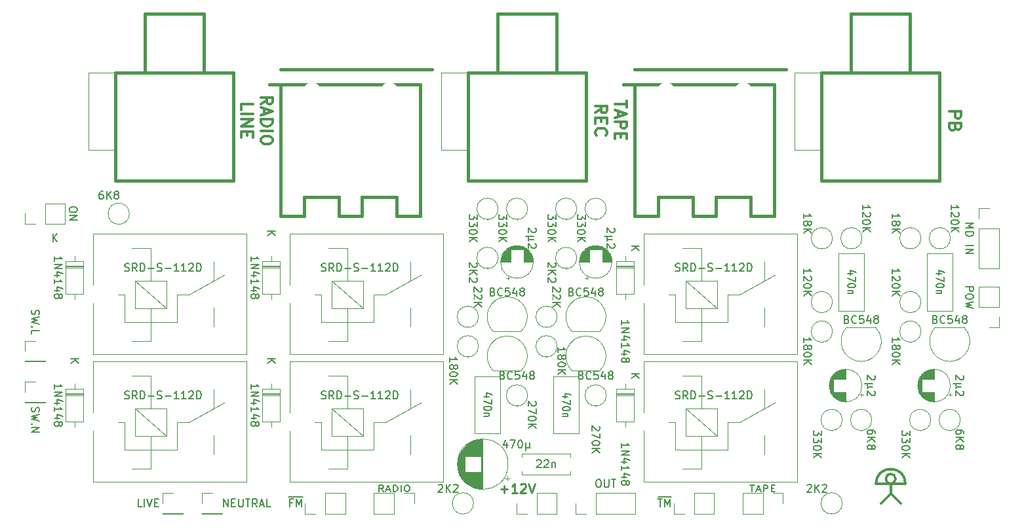
<source format=gto>
G04 #@! TF.GenerationSoftware,KiCad,Pcbnew,8.0.9*
G04 #@! TF.CreationDate,2025-03-02T13:49:30+01:00*
G04 #@! TF.ProjectId,cjss501,636a7373-3530-4312-9e6b-696361645f70,rev?*
G04 #@! TF.SameCoordinates,Original*
G04 #@! TF.FileFunction,Legend,Top*
G04 #@! TF.FilePolarity,Positive*
%FSLAX46Y46*%
G04 Gerber Fmt 4.6, Leading zero omitted, Abs format (unit mm)*
G04 Created by KiCad (PCBNEW 8.0.9) date 2025-03-02 13:49:30*
%MOMM*%
%LPD*%
G01*
G04 APERTURE LIST*
%ADD10C,0.300000*%
%ADD11C,0.150000*%
%ADD12C,0.304800*%
%ADD13C,0.240000*%
%ADD14C,0.120000*%
%ADD15C,0.381000*%
%ADD16C,0.100000*%
%ADD17O,1.900000X3.200000*%
%ADD18C,1.600000*%
%ADD19O,1.600000X1.600000*%
%ADD20C,5.600000*%
%ADD21R,1.200000X1.200000*%
%ADD22C,1.200000*%
%ADD23C,3.000000*%
%ADD24C,2.500000*%
%ADD25R,1.700000X1.700000*%
%ADD26O,1.700000X1.700000*%
%ADD27R,1.600000X1.600000*%
%ADD28R,1.050000X1.500000*%
%ADD29O,1.050000X1.500000*%
%ADD30C,2.200000*%
%ADD31C,2.000000*%
%ADD32C,3.200000*%
G04 APERTURE END LIST*
D10*
X145415000Y-88265000D02*
G75*
G02*
X144145000Y-88265000I-635000J0D01*
G01*
X144145000Y-88265000D02*
G75*
G02*
X145415000Y-88265000I635000J0D01*
G01*
X144780000Y-88900000D02*
X144780000Y-90170000D01*
X142875000Y-88900000D02*
X146685000Y-88900000D01*
X144780000Y-90170000D02*
X146050000Y-91440000D01*
X144780000Y-90170000D02*
X143510000Y-91440000D01*
X142875000Y-88900000D02*
G75*
G02*
X146685000Y-88900000I1905000J0D01*
G01*
D11*
X91350180Y-54094286D02*
X91350180Y-54713333D01*
X91350180Y-54713333D02*
X90969228Y-54380000D01*
X90969228Y-54380000D02*
X90969228Y-54522857D01*
X90969228Y-54522857D02*
X90921609Y-54618095D01*
X90921609Y-54618095D02*
X90873990Y-54665714D01*
X90873990Y-54665714D02*
X90778752Y-54713333D01*
X90778752Y-54713333D02*
X90540657Y-54713333D01*
X90540657Y-54713333D02*
X90445419Y-54665714D01*
X90445419Y-54665714D02*
X90397800Y-54618095D01*
X90397800Y-54618095D02*
X90350180Y-54522857D01*
X90350180Y-54522857D02*
X90350180Y-54237143D01*
X90350180Y-54237143D02*
X90397800Y-54141905D01*
X90397800Y-54141905D02*
X90445419Y-54094286D01*
X91350180Y-55046667D02*
X91350180Y-55665714D01*
X91350180Y-55665714D02*
X90969228Y-55332381D01*
X90969228Y-55332381D02*
X90969228Y-55475238D01*
X90969228Y-55475238D02*
X90921609Y-55570476D01*
X90921609Y-55570476D02*
X90873990Y-55618095D01*
X90873990Y-55618095D02*
X90778752Y-55665714D01*
X90778752Y-55665714D02*
X90540657Y-55665714D01*
X90540657Y-55665714D02*
X90445419Y-55618095D01*
X90445419Y-55618095D02*
X90397800Y-55570476D01*
X90397800Y-55570476D02*
X90350180Y-55475238D01*
X90350180Y-55475238D02*
X90350180Y-55189524D01*
X90350180Y-55189524D02*
X90397800Y-55094286D01*
X90397800Y-55094286D02*
X90445419Y-55046667D01*
X91350180Y-56284762D02*
X91350180Y-56380000D01*
X91350180Y-56380000D02*
X91302561Y-56475238D01*
X91302561Y-56475238D02*
X91254942Y-56522857D01*
X91254942Y-56522857D02*
X91159704Y-56570476D01*
X91159704Y-56570476D02*
X90969228Y-56618095D01*
X90969228Y-56618095D02*
X90731133Y-56618095D01*
X90731133Y-56618095D02*
X90540657Y-56570476D01*
X90540657Y-56570476D02*
X90445419Y-56522857D01*
X90445419Y-56522857D02*
X90397800Y-56475238D01*
X90397800Y-56475238D02*
X90350180Y-56380000D01*
X90350180Y-56380000D02*
X90350180Y-56284762D01*
X90350180Y-56284762D02*
X90397800Y-56189524D01*
X90397800Y-56189524D02*
X90445419Y-56141905D01*
X90445419Y-56141905D02*
X90540657Y-56094286D01*
X90540657Y-56094286D02*
X90731133Y-56046667D01*
X90731133Y-56046667D02*
X90969228Y-56046667D01*
X90969228Y-56046667D02*
X91159704Y-56094286D01*
X91159704Y-56094286D02*
X91254942Y-56141905D01*
X91254942Y-56141905D02*
X91302561Y-56189524D01*
X91302561Y-56189524D02*
X91350180Y-56284762D01*
X90350180Y-57046667D02*
X91350180Y-57046667D01*
X90350180Y-57618095D02*
X90921609Y-57189524D01*
X91350180Y-57618095D02*
X90778752Y-57046667D01*
X142689942Y-74914286D02*
X142737561Y-74961905D01*
X142737561Y-74961905D02*
X142785180Y-75057143D01*
X142785180Y-75057143D02*
X142785180Y-75295238D01*
X142785180Y-75295238D02*
X142737561Y-75390476D01*
X142737561Y-75390476D02*
X142689942Y-75438095D01*
X142689942Y-75438095D02*
X142594704Y-75485714D01*
X142594704Y-75485714D02*
X142499466Y-75485714D01*
X142499466Y-75485714D02*
X142356609Y-75438095D01*
X142356609Y-75438095D02*
X141785180Y-74866667D01*
X141785180Y-74866667D02*
X141785180Y-75485714D01*
X142451847Y-75914286D02*
X141451847Y-75914286D01*
X141928038Y-76390476D02*
X141832800Y-76438095D01*
X141832800Y-76438095D02*
X141785180Y-76533333D01*
X141928038Y-75914286D02*
X141832800Y-75961905D01*
X141832800Y-75961905D02*
X141785180Y-76057143D01*
X141785180Y-76057143D02*
X141785180Y-76247619D01*
X141785180Y-76247619D02*
X141832800Y-76342857D01*
X141832800Y-76342857D02*
X141928038Y-76390476D01*
X141928038Y-76390476D02*
X142451847Y-76390476D01*
X142689942Y-76914286D02*
X142737561Y-76961905D01*
X142737561Y-76961905D02*
X142785180Y-77057143D01*
X142785180Y-77057143D02*
X142785180Y-77295238D01*
X142785180Y-77295238D02*
X142737561Y-77390476D01*
X142737561Y-77390476D02*
X142689942Y-77438095D01*
X142689942Y-77438095D02*
X142594704Y-77485714D01*
X142594704Y-77485714D02*
X142499466Y-77485714D01*
X142499466Y-77485714D02*
X142356609Y-77438095D01*
X142356609Y-77438095D02*
X141785180Y-76866667D01*
X141785180Y-76866667D02*
X141785180Y-77485714D01*
X71271429Y-61367200D02*
X71414286Y-61414819D01*
X71414286Y-61414819D02*
X71652381Y-61414819D01*
X71652381Y-61414819D02*
X71747619Y-61367200D01*
X71747619Y-61367200D02*
X71795238Y-61319580D01*
X71795238Y-61319580D02*
X71842857Y-61224342D01*
X71842857Y-61224342D02*
X71842857Y-61129104D01*
X71842857Y-61129104D02*
X71795238Y-61033866D01*
X71795238Y-61033866D02*
X71747619Y-60986247D01*
X71747619Y-60986247D02*
X71652381Y-60938628D01*
X71652381Y-60938628D02*
X71461905Y-60891009D01*
X71461905Y-60891009D02*
X71366667Y-60843390D01*
X71366667Y-60843390D02*
X71319048Y-60795771D01*
X71319048Y-60795771D02*
X71271429Y-60700533D01*
X71271429Y-60700533D02*
X71271429Y-60605295D01*
X71271429Y-60605295D02*
X71319048Y-60510057D01*
X71319048Y-60510057D02*
X71366667Y-60462438D01*
X71366667Y-60462438D02*
X71461905Y-60414819D01*
X71461905Y-60414819D02*
X71700000Y-60414819D01*
X71700000Y-60414819D02*
X71842857Y-60462438D01*
X72842857Y-61414819D02*
X72509524Y-60938628D01*
X72271429Y-61414819D02*
X72271429Y-60414819D01*
X72271429Y-60414819D02*
X72652381Y-60414819D01*
X72652381Y-60414819D02*
X72747619Y-60462438D01*
X72747619Y-60462438D02*
X72795238Y-60510057D01*
X72795238Y-60510057D02*
X72842857Y-60605295D01*
X72842857Y-60605295D02*
X72842857Y-60748152D01*
X72842857Y-60748152D02*
X72795238Y-60843390D01*
X72795238Y-60843390D02*
X72747619Y-60891009D01*
X72747619Y-60891009D02*
X72652381Y-60938628D01*
X72652381Y-60938628D02*
X72271429Y-60938628D01*
X73271429Y-61414819D02*
X73271429Y-60414819D01*
X73271429Y-60414819D02*
X73509524Y-60414819D01*
X73509524Y-60414819D02*
X73652381Y-60462438D01*
X73652381Y-60462438D02*
X73747619Y-60557676D01*
X73747619Y-60557676D02*
X73795238Y-60652914D01*
X73795238Y-60652914D02*
X73842857Y-60843390D01*
X73842857Y-60843390D02*
X73842857Y-60986247D01*
X73842857Y-60986247D02*
X73795238Y-61176723D01*
X73795238Y-61176723D02*
X73747619Y-61271961D01*
X73747619Y-61271961D02*
X73652381Y-61367200D01*
X73652381Y-61367200D02*
X73509524Y-61414819D01*
X73509524Y-61414819D02*
X73271429Y-61414819D01*
X74271429Y-61033866D02*
X75033334Y-61033866D01*
X75461905Y-61367200D02*
X75604762Y-61414819D01*
X75604762Y-61414819D02*
X75842857Y-61414819D01*
X75842857Y-61414819D02*
X75938095Y-61367200D01*
X75938095Y-61367200D02*
X75985714Y-61319580D01*
X75985714Y-61319580D02*
X76033333Y-61224342D01*
X76033333Y-61224342D02*
X76033333Y-61129104D01*
X76033333Y-61129104D02*
X75985714Y-61033866D01*
X75985714Y-61033866D02*
X75938095Y-60986247D01*
X75938095Y-60986247D02*
X75842857Y-60938628D01*
X75842857Y-60938628D02*
X75652381Y-60891009D01*
X75652381Y-60891009D02*
X75557143Y-60843390D01*
X75557143Y-60843390D02*
X75509524Y-60795771D01*
X75509524Y-60795771D02*
X75461905Y-60700533D01*
X75461905Y-60700533D02*
X75461905Y-60605295D01*
X75461905Y-60605295D02*
X75509524Y-60510057D01*
X75509524Y-60510057D02*
X75557143Y-60462438D01*
X75557143Y-60462438D02*
X75652381Y-60414819D01*
X75652381Y-60414819D02*
X75890476Y-60414819D01*
X75890476Y-60414819D02*
X76033333Y-60462438D01*
X76461905Y-61033866D02*
X77223810Y-61033866D01*
X78223809Y-61414819D02*
X77652381Y-61414819D01*
X77938095Y-61414819D02*
X77938095Y-60414819D01*
X77938095Y-60414819D02*
X77842857Y-60557676D01*
X77842857Y-60557676D02*
X77747619Y-60652914D01*
X77747619Y-60652914D02*
X77652381Y-60700533D01*
X79176190Y-61414819D02*
X78604762Y-61414819D01*
X78890476Y-61414819D02*
X78890476Y-60414819D01*
X78890476Y-60414819D02*
X78795238Y-60557676D01*
X78795238Y-60557676D02*
X78700000Y-60652914D01*
X78700000Y-60652914D02*
X78604762Y-60700533D01*
X79557143Y-60510057D02*
X79604762Y-60462438D01*
X79604762Y-60462438D02*
X79700000Y-60414819D01*
X79700000Y-60414819D02*
X79938095Y-60414819D01*
X79938095Y-60414819D02*
X80033333Y-60462438D01*
X80033333Y-60462438D02*
X80080952Y-60510057D01*
X80080952Y-60510057D02*
X80128571Y-60605295D01*
X80128571Y-60605295D02*
X80128571Y-60700533D01*
X80128571Y-60700533D02*
X80080952Y-60843390D01*
X80080952Y-60843390D02*
X79509524Y-61414819D01*
X79509524Y-61414819D02*
X80128571Y-61414819D01*
X80557143Y-61414819D02*
X80557143Y-60414819D01*
X80557143Y-60414819D02*
X80795238Y-60414819D01*
X80795238Y-60414819D02*
X80938095Y-60462438D01*
X80938095Y-60462438D02*
X81033333Y-60557676D01*
X81033333Y-60557676D02*
X81080952Y-60652914D01*
X81080952Y-60652914D02*
X81128571Y-60843390D01*
X81128571Y-60843390D02*
X81128571Y-60986247D01*
X81128571Y-60986247D02*
X81080952Y-61176723D01*
X81080952Y-61176723D02*
X81033333Y-61271961D01*
X81033333Y-61271961D02*
X80938095Y-61367200D01*
X80938095Y-61367200D02*
X80795238Y-61414819D01*
X80795238Y-61414819D02*
X80557143Y-61414819D01*
X126603333Y-89097295D02*
X127174761Y-89097295D01*
X126889047Y-89897295D02*
X126889047Y-89097295D01*
X127460476Y-89668723D02*
X127936666Y-89668723D01*
X127365238Y-89897295D02*
X127698571Y-89097295D01*
X127698571Y-89097295D02*
X128031904Y-89897295D01*
X128365238Y-89897295D02*
X128365238Y-89097295D01*
X128365238Y-89097295D02*
X128746190Y-89097295D01*
X128746190Y-89097295D02*
X128841428Y-89135390D01*
X128841428Y-89135390D02*
X128889047Y-89173485D01*
X128889047Y-89173485D02*
X128936666Y-89249676D01*
X128936666Y-89249676D02*
X128936666Y-89363961D01*
X128936666Y-89363961D02*
X128889047Y-89440152D01*
X128889047Y-89440152D02*
X128841428Y-89478247D01*
X128841428Y-89478247D02*
X128746190Y-89516342D01*
X128746190Y-89516342D02*
X128365238Y-89516342D01*
X129365238Y-89478247D02*
X129698571Y-89478247D01*
X129841428Y-89897295D02*
X129365238Y-89897295D01*
X129365238Y-89897295D02*
X129365238Y-89097295D01*
X129365238Y-89097295D02*
X129841428Y-89097295D01*
X105320180Y-54094286D02*
X105320180Y-54713333D01*
X105320180Y-54713333D02*
X104939228Y-54380000D01*
X104939228Y-54380000D02*
X104939228Y-54522857D01*
X104939228Y-54522857D02*
X104891609Y-54618095D01*
X104891609Y-54618095D02*
X104843990Y-54665714D01*
X104843990Y-54665714D02*
X104748752Y-54713333D01*
X104748752Y-54713333D02*
X104510657Y-54713333D01*
X104510657Y-54713333D02*
X104415419Y-54665714D01*
X104415419Y-54665714D02*
X104367800Y-54618095D01*
X104367800Y-54618095D02*
X104320180Y-54522857D01*
X104320180Y-54522857D02*
X104320180Y-54237143D01*
X104320180Y-54237143D02*
X104367800Y-54141905D01*
X104367800Y-54141905D02*
X104415419Y-54094286D01*
X105320180Y-55046667D02*
X105320180Y-55665714D01*
X105320180Y-55665714D02*
X104939228Y-55332381D01*
X104939228Y-55332381D02*
X104939228Y-55475238D01*
X104939228Y-55475238D02*
X104891609Y-55570476D01*
X104891609Y-55570476D02*
X104843990Y-55618095D01*
X104843990Y-55618095D02*
X104748752Y-55665714D01*
X104748752Y-55665714D02*
X104510657Y-55665714D01*
X104510657Y-55665714D02*
X104415419Y-55618095D01*
X104415419Y-55618095D02*
X104367800Y-55570476D01*
X104367800Y-55570476D02*
X104320180Y-55475238D01*
X104320180Y-55475238D02*
X104320180Y-55189524D01*
X104320180Y-55189524D02*
X104367800Y-55094286D01*
X104367800Y-55094286D02*
X104415419Y-55046667D01*
X105320180Y-56284762D02*
X105320180Y-56380000D01*
X105320180Y-56380000D02*
X105272561Y-56475238D01*
X105272561Y-56475238D02*
X105224942Y-56522857D01*
X105224942Y-56522857D02*
X105129704Y-56570476D01*
X105129704Y-56570476D02*
X104939228Y-56618095D01*
X104939228Y-56618095D02*
X104701133Y-56618095D01*
X104701133Y-56618095D02*
X104510657Y-56570476D01*
X104510657Y-56570476D02*
X104415419Y-56522857D01*
X104415419Y-56522857D02*
X104367800Y-56475238D01*
X104367800Y-56475238D02*
X104320180Y-56380000D01*
X104320180Y-56380000D02*
X104320180Y-56284762D01*
X104320180Y-56284762D02*
X104367800Y-56189524D01*
X104367800Y-56189524D02*
X104415419Y-56141905D01*
X104415419Y-56141905D02*
X104510657Y-56094286D01*
X104510657Y-56094286D02*
X104701133Y-56046667D01*
X104701133Y-56046667D02*
X104939228Y-56046667D01*
X104939228Y-56046667D02*
X105129704Y-56094286D01*
X105129704Y-56094286D02*
X105224942Y-56141905D01*
X105224942Y-56141905D02*
X105272561Y-56189524D01*
X105272561Y-56189524D02*
X105320180Y-56284762D01*
X104320180Y-57046667D02*
X105320180Y-57046667D01*
X104320180Y-57618095D02*
X104891609Y-57189524D01*
X105320180Y-57618095D02*
X104748752Y-57046667D01*
X135800180Y-82034286D02*
X135800180Y-82653333D01*
X135800180Y-82653333D02*
X135419228Y-82320000D01*
X135419228Y-82320000D02*
X135419228Y-82462857D01*
X135419228Y-82462857D02*
X135371609Y-82558095D01*
X135371609Y-82558095D02*
X135323990Y-82605714D01*
X135323990Y-82605714D02*
X135228752Y-82653333D01*
X135228752Y-82653333D02*
X134990657Y-82653333D01*
X134990657Y-82653333D02*
X134895419Y-82605714D01*
X134895419Y-82605714D02*
X134847800Y-82558095D01*
X134847800Y-82558095D02*
X134800180Y-82462857D01*
X134800180Y-82462857D02*
X134800180Y-82177143D01*
X134800180Y-82177143D02*
X134847800Y-82081905D01*
X134847800Y-82081905D02*
X134895419Y-82034286D01*
X135800180Y-82986667D02*
X135800180Y-83605714D01*
X135800180Y-83605714D02*
X135419228Y-83272381D01*
X135419228Y-83272381D02*
X135419228Y-83415238D01*
X135419228Y-83415238D02*
X135371609Y-83510476D01*
X135371609Y-83510476D02*
X135323990Y-83558095D01*
X135323990Y-83558095D02*
X135228752Y-83605714D01*
X135228752Y-83605714D02*
X134990657Y-83605714D01*
X134990657Y-83605714D02*
X134895419Y-83558095D01*
X134895419Y-83558095D02*
X134847800Y-83510476D01*
X134847800Y-83510476D02*
X134800180Y-83415238D01*
X134800180Y-83415238D02*
X134800180Y-83129524D01*
X134800180Y-83129524D02*
X134847800Y-83034286D01*
X134847800Y-83034286D02*
X134895419Y-82986667D01*
X135800180Y-84224762D02*
X135800180Y-84320000D01*
X135800180Y-84320000D02*
X135752561Y-84415238D01*
X135752561Y-84415238D02*
X135704942Y-84462857D01*
X135704942Y-84462857D02*
X135609704Y-84510476D01*
X135609704Y-84510476D02*
X135419228Y-84558095D01*
X135419228Y-84558095D02*
X135181133Y-84558095D01*
X135181133Y-84558095D02*
X134990657Y-84510476D01*
X134990657Y-84510476D02*
X134895419Y-84462857D01*
X134895419Y-84462857D02*
X134847800Y-84415238D01*
X134847800Y-84415238D02*
X134800180Y-84320000D01*
X134800180Y-84320000D02*
X134800180Y-84224762D01*
X134800180Y-84224762D02*
X134847800Y-84129524D01*
X134847800Y-84129524D02*
X134895419Y-84081905D01*
X134895419Y-84081905D02*
X134990657Y-84034286D01*
X134990657Y-84034286D02*
X135181133Y-83986667D01*
X135181133Y-83986667D02*
X135419228Y-83986667D01*
X135419228Y-83986667D02*
X135609704Y-84034286D01*
X135609704Y-84034286D02*
X135704942Y-84081905D01*
X135704942Y-84081905D02*
X135752561Y-84129524D01*
X135752561Y-84129524D02*
X135800180Y-84224762D01*
X134800180Y-84986667D02*
X135800180Y-84986667D01*
X134800180Y-85558095D02*
X135371609Y-85129524D01*
X135800180Y-85558095D02*
X135228752Y-84986667D01*
X110035180Y-68342142D02*
X110035180Y-67770714D01*
X110035180Y-68056428D02*
X111035180Y-68056428D01*
X111035180Y-68056428D02*
X110892323Y-67961190D01*
X110892323Y-67961190D02*
X110797085Y-67865952D01*
X110797085Y-67865952D02*
X110749466Y-67770714D01*
X110035180Y-68770714D02*
X111035180Y-68770714D01*
X111035180Y-68770714D02*
X110035180Y-69342142D01*
X110035180Y-69342142D02*
X111035180Y-69342142D01*
X110701847Y-70246904D02*
X110035180Y-70246904D01*
X111082800Y-70008809D02*
X110368514Y-69770714D01*
X110368514Y-69770714D02*
X110368514Y-70389761D01*
X110035180Y-71294523D02*
X110035180Y-70723095D01*
X110035180Y-71008809D02*
X111035180Y-71008809D01*
X111035180Y-71008809D02*
X110892323Y-70913571D01*
X110892323Y-70913571D02*
X110797085Y-70818333D01*
X110797085Y-70818333D02*
X110749466Y-70723095D01*
X110701847Y-72151666D02*
X110035180Y-72151666D01*
X111082800Y-71913571D02*
X110368514Y-71675476D01*
X110368514Y-71675476D02*
X110368514Y-72294523D01*
X110606609Y-72818333D02*
X110654228Y-72723095D01*
X110654228Y-72723095D02*
X110701847Y-72675476D01*
X110701847Y-72675476D02*
X110797085Y-72627857D01*
X110797085Y-72627857D02*
X110844704Y-72627857D01*
X110844704Y-72627857D02*
X110939942Y-72675476D01*
X110939942Y-72675476D02*
X110987561Y-72723095D01*
X110987561Y-72723095D02*
X111035180Y-72818333D01*
X111035180Y-72818333D02*
X111035180Y-73008809D01*
X111035180Y-73008809D02*
X110987561Y-73104047D01*
X110987561Y-73104047D02*
X110939942Y-73151666D01*
X110939942Y-73151666D02*
X110844704Y-73199285D01*
X110844704Y-73199285D02*
X110797085Y-73199285D01*
X110797085Y-73199285D02*
X110701847Y-73151666D01*
X110701847Y-73151666D02*
X110654228Y-73104047D01*
X110654228Y-73104047D02*
X110606609Y-73008809D01*
X110606609Y-73008809D02*
X110606609Y-72818333D01*
X110606609Y-72818333D02*
X110558990Y-72723095D01*
X110558990Y-72723095D02*
X110511371Y-72675476D01*
X110511371Y-72675476D02*
X110416133Y-72627857D01*
X110416133Y-72627857D02*
X110225657Y-72627857D01*
X110225657Y-72627857D02*
X110130419Y-72675476D01*
X110130419Y-72675476D02*
X110082800Y-72723095D01*
X110082800Y-72723095D02*
X110035180Y-72818333D01*
X110035180Y-72818333D02*
X110035180Y-73008809D01*
X110035180Y-73008809D02*
X110082800Y-73104047D01*
X110082800Y-73104047D02*
X110130419Y-73151666D01*
X110130419Y-73151666D02*
X110225657Y-73199285D01*
X110225657Y-73199285D02*
X110416133Y-73199285D01*
X110416133Y-73199285D02*
X110511371Y-73151666D01*
X110511371Y-73151666D02*
X110558990Y-73104047D01*
X110558990Y-73104047D02*
X110606609Y-73008809D01*
X111305180Y-58158095D02*
X112305180Y-58158095D01*
X111305180Y-58729523D02*
X111876609Y-58300952D01*
X112305180Y-58729523D02*
X111733752Y-58158095D01*
X79264047Y-89897295D02*
X78930714Y-89516342D01*
X78692619Y-89897295D02*
X78692619Y-89097295D01*
X78692619Y-89097295D02*
X79073571Y-89097295D01*
X79073571Y-89097295D02*
X79168809Y-89135390D01*
X79168809Y-89135390D02*
X79216428Y-89173485D01*
X79216428Y-89173485D02*
X79264047Y-89249676D01*
X79264047Y-89249676D02*
X79264047Y-89363961D01*
X79264047Y-89363961D02*
X79216428Y-89440152D01*
X79216428Y-89440152D02*
X79168809Y-89478247D01*
X79168809Y-89478247D02*
X79073571Y-89516342D01*
X79073571Y-89516342D02*
X78692619Y-89516342D01*
X79645000Y-89668723D02*
X80121190Y-89668723D01*
X79549762Y-89897295D02*
X79883095Y-89097295D01*
X79883095Y-89097295D02*
X80216428Y-89897295D01*
X80549762Y-89897295D02*
X80549762Y-89097295D01*
X80549762Y-89097295D02*
X80787857Y-89097295D01*
X80787857Y-89097295D02*
X80930714Y-89135390D01*
X80930714Y-89135390D02*
X81025952Y-89211580D01*
X81025952Y-89211580D02*
X81073571Y-89287771D01*
X81073571Y-89287771D02*
X81121190Y-89440152D01*
X81121190Y-89440152D02*
X81121190Y-89554438D01*
X81121190Y-89554438D02*
X81073571Y-89706819D01*
X81073571Y-89706819D02*
X81025952Y-89783009D01*
X81025952Y-89783009D02*
X80930714Y-89859200D01*
X80930714Y-89859200D02*
X80787857Y-89897295D01*
X80787857Y-89897295D02*
X80549762Y-89897295D01*
X81549762Y-89897295D02*
X81549762Y-89097295D01*
X82216428Y-89097295D02*
X82406904Y-89097295D01*
X82406904Y-89097295D02*
X82502142Y-89135390D01*
X82502142Y-89135390D02*
X82597380Y-89211580D01*
X82597380Y-89211580D02*
X82644999Y-89363961D01*
X82644999Y-89363961D02*
X82644999Y-89630628D01*
X82644999Y-89630628D02*
X82597380Y-89783009D01*
X82597380Y-89783009D02*
X82502142Y-89859200D01*
X82502142Y-89859200D02*
X82406904Y-89897295D01*
X82406904Y-89897295D02*
X82216428Y-89897295D01*
X82216428Y-89897295D02*
X82121190Y-89859200D01*
X82121190Y-89859200D02*
X82025952Y-89783009D01*
X82025952Y-89783009D02*
X81978333Y-89630628D01*
X81978333Y-89630628D02*
X81978333Y-89363961D01*
X81978333Y-89363961D02*
X82025952Y-89211580D01*
X82025952Y-89211580D02*
X82121190Y-89135390D01*
X82121190Y-89135390D02*
X82216428Y-89097295D01*
X142785180Y-82399285D02*
X142785180Y-82208809D01*
X142785180Y-82208809D02*
X142737561Y-82113571D01*
X142737561Y-82113571D02*
X142689942Y-82065952D01*
X142689942Y-82065952D02*
X142547085Y-81970714D01*
X142547085Y-81970714D02*
X142356609Y-81923095D01*
X142356609Y-81923095D02*
X141975657Y-81923095D01*
X141975657Y-81923095D02*
X141880419Y-81970714D01*
X141880419Y-81970714D02*
X141832800Y-82018333D01*
X141832800Y-82018333D02*
X141785180Y-82113571D01*
X141785180Y-82113571D02*
X141785180Y-82304047D01*
X141785180Y-82304047D02*
X141832800Y-82399285D01*
X141832800Y-82399285D02*
X141880419Y-82446904D01*
X141880419Y-82446904D02*
X141975657Y-82494523D01*
X141975657Y-82494523D02*
X142213752Y-82494523D01*
X142213752Y-82494523D02*
X142308990Y-82446904D01*
X142308990Y-82446904D02*
X142356609Y-82399285D01*
X142356609Y-82399285D02*
X142404228Y-82304047D01*
X142404228Y-82304047D02*
X142404228Y-82113571D01*
X142404228Y-82113571D02*
X142356609Y-82018333D01*
X142356609Y-82018333D02*
X142308990Y-81970714D01*
X142308990Y-81970714D02*
X142213752Y-81923095D01*
X141785180Y-82923095D02*
X142785180Y-82923095D01*
X141785180Y-83494523D02*
X142356609Y-83065952D01*
X142785180Y-83494523D02*
X142213752Y-82923095D01*
X142356609Y-84065952D02*
X142404228Y-83970714D01*
X142404228Y-83970714D02*
X142451847Y-83923095D01*
X142451847Y-83923095D02*
X142547085Y-83875476D01*
X142547085Y-83875476D02*
X142594704Y-83875476D01*
X142594704Y-83875476D02*
X142689942Y-83923095D01*
X142689942Y-83923095D02*
X142737561Y-83970714D01*
X142737561Y-83970714D02*
X142785180Y-84065952D01*
X142785180Y-84065952D02*
X142785180Y-84256428D01*
X142785180Y-84256428D02*
X142737561Y-84351666D01*
X142737561Y-84351666D02*
X142689942Y-84399285D01*
X142689942Y-84399285D02*
X142594704Y-84446904D01*
X142594704Y-84446904D02*
X142547085Y-84446904D01*
X142547085Y-84446904D02*
X142451847Y-84399285D01*
X142451847Y-84399285D02*
X142404228Y-84351666D01*
X142404228Y-84351666D02*
X142356609Y-84256428D01*
X142356609Y-84256428D02*
X142356609Y-84065952D01*
X142356609Y-84065952D02*
X142308990Y-83970714D01*
X142308990Y-83970714D02*
X142261371Y-83923095D01*
X142261371Y-83923095D02*
X142166133Y-83875476D01*
X142166133Y-83875476D02*
X141975657Y-83875476D01*
X141975657Y-83875476D02*
X141880419Y-83923095D01*
X141880419Y-83923095D02*
X141832800Y-83970714D01*
X141832800Y-83970714D02*
X141785180Y-84065952D01*
X141785180Y-84065952D02*
X141785180Y-84256428D01*
X141785180Y-84256428D02*
X141832800Y-84351666D01*
X141832800Y-84351666D02*
X141880419Y-84399285D01*
X141880419Y-84399285D02*
X141975657Y-84446904D01*
X141975657Y-84446904D02*
X142166133Y-84446904D01*
X142166133Y-84446904D02*
X142261371Y-84399285D01*
X142261371Y-84399285D02*
X142308990Y-84351666D01*
X142308990Y-84351666D02*
X142356609Y-84256428D01*
X107129942Y-81446905D02*
X107177561Y-81494524D01*
X107177561Y-81494524D02*
X107225180Y-81589762D01*
X107225180Y-81589762D02*
X107225180Y-81827857D01*
X107225180Y-81827857D02*
X107177561Y-81923095D01*
X107177561Y-81923095D02*
X107129942Y-81970714D01*
X107129942Y-81970714D02*
X107034704Y-82018333D01*
X107034704Y-82018333D02*
X106939466Y-82018333D01*
X106939466Y-82018333D02*
X106796609Y-81970714D01*
X106796609Y-81970714D02*
X106225180Y-81399286D01*
X106225180Y-81399286D02*
X106225180Y-82018333D01*
X107225180Y-82351667D02*
X107225180Y-83018333D01*
X107225180Y-83018333D02*
X106225180Y-82589762D01*
X107225180Y-83589762D02*
X107225180Y-83685000D01*
X107225180Y-83685000D02*
X107177561Y-83780238D01*
X107177561Y-83780238D02*
X107129942Y-83827857D01*
X107129942Y-83827857D02*
X107034704Y-83875476D01*
X107034704Y-83875476D02*
X106844228Y-83923095D01*
X106844228Y-83923095D02*
X106606133Y-83923095D01*
X106606133Y-83923095D02*
X106415657Y-83875476D01*
X106415657Y-83875476D02*
X106320419Y-83827857D01*
X106320419Y-83827857D02*
X106272800Y-83780238D01*
X106272800Y-83780238D02*
X106225180Y-83685000D01*
X106225180Y-83685000D02*
X106225180Y-83589762D01*
X106225180Y-83589762D02*
X106272800Y-83494524D01*
X106272800Y-83494524D02*
X106320419Y-83446905D01*
X106320419Y-83446905D02*
X106415657Y-83399286D01*
X106415657Y-83399286D02*
X106606133Y-83351667D01*
X106606133Y-83351667D02*
X106844228Y-83351667D01*
X106844228Y-83351667D02*
X107034704Y-83399286D01*
X107034704Y-83399286D02*
X107129942Y-83446905D01*
X107129942Y-83446905D02*
X107177561Y-83494524D01*
X107177561Y-83494524D02*
X107225180Y-83589762D01*
X106225180Y-84351667D02*
X107225180Y-84351667D01*
X106225180Y-84923095D02*
X106796609Y-84494524D01*
X107225180Y-84923095D02*
X106653752Y-84351667D01*
X151341847Y-61732143D02*
X150675180Y-61732143D01*
X151722800Y-61517857D02*
X151008514Y-61303571D01*
X151008514Y-61303571D02*
X151008514Y-61860714D01*
X151675180Y-62117857D02*
X151675180Y-62717857D01*
X151675180Y-62717857D02*
X150675180Y-62332143D01*
X151675180Y-63232143D02*
X151675180Y-63317857D01*
X151675180Y-63317857D02*
X151627561Y-63403571D01*
X151627561Y-63403571D02*
X151579942Y-63446429D01*
X151579942Y-63446429D02*
X151484704Y-63489286D01*
X151484704Y-63489286D02*
X151294228Y-63532143D01*
X151294228Y-63532143D02*
X151056133Y-63532143D01*
X151056133Y-63532143D02*
X150865657Y-63489286D01*
X150865657Y-63489286D02*
X150770419Y-63446429D01*
X150770419Y-63446429D02*
X150722800Y-63403571D01*
X150722800Y-63403571D02*
X150675180Y-63317857D01*
X150675180Y-63317857D02*
X150675180Y-63232143D01*
X150675180Y-63232143D02*
X150722800Y-63146429D01*
X150722800Y-63146429D02*
X150770419Y-63103571D01*
X150770419Y-63103571D02*
X150865657Y-63060714D01*
X150865657Y-63060714D02*
X151056133Y-63017857D01*
X151056133Y-63017857D02*
X151294228Y-63017857D01*
X151294228Y-63017857D02*
X151484704Y-63060714D01*
X151484704Y-63060714D02*
X151579942Y-63103571D01*
X151579942Y-63103571D02*
X151627561Y-63146429D01*
X151627561Y-63146429D02*
X151675180Y-63232143D01*
X151341847Y-63917857D02*
X150675180Y-63917857D01*
X151246609Y-63917857D02*
X151294228Y-63960714D01*
X151294228Y-63960714D02*
X151341847Y-64046429D01*
X151341847Y-64046429D02*
X151341847Y-64175000D01*
X151341847Y-64175000D02*
X151294228Y-64260714D01*
X151294228Y-64260714D02*
X151198990Y-64303572D01*
X151198990Y-64303572D02*
X150675180Y-64303572D01*
X102049942Y-63508095D02*
X102097561Y-63555714D01*
X102097561Y-63555714D02*
X102145180Y-63650952D01*
X102145180Y-63650952D02*
X102145180Y-63889047D01*
X102145180Y-63889047D02*
X102097561Y-63984285D01*
X102097561Y-63984285D02*
X102049942Y-64031904D01*
X102049942Y-64031904D02*
X101954704Y-64079523D01*
X101954704Y-64079523D02*
X101859466Y-64079523D01*
X101859466Y-64079523D02*
X101716609Y-64031904D01*
X101716609Y-64031904D02*
X101145180Y-63460476D01*
X101145180Y-63460476D02*
X101145180Y-64079523D01*
X102049942Y-64460476D02*
X102097561Y-64508095D01*
X102097561Y-64508095D02*
X102145180Y-64603333D01*
X102145180Y-64603333D02*
X102145180Y-64841428D01*
X102145180Y-64841428D02*
X102097561Y-64936666D01*
X102097561Y-64936666D02*
X102049942Y-64984285D01*
X102049942Y-64984285D02*
X101954704Y-65031904D01*
X101954704Y-65031904D02*
X101859466Y-65031904D01*
X101859466Y-65031904D02*
X101716609Y-64984285D01*
X101716609Y-64984285D02*
X101145180Y-64412857D01*
X101145180Y-64412857D02*
X101145180Y-65031904D01*
X101145180Y-65460476D02*
X102145180Y-65460476D01*
X101145180Y-66031904D02*
X101716609Y-65603333D01*
X102145180Y-66031904D02*
X101573752Y-65460476D01*
X101780180Y-71858333D02*
X101780180Y-71286905D01*
X101780180Y-71572619D02*
X102780180Y-71572619D01*
X102780180Y-71572619D02*
X102637323Y-71477381D01*
X102637323Y-71477381D02*
X102542085Y-71382143D01*
X102542085Y-71382143D02*
X102494466Y-71286905D01*
X102351609Y-72429762D02*
X102399228Y-72334524D01*
X102399228Y-72334524D02*
X102446847Y-72286905D01*
X102446847Y-72286905D02*
X102542085Y-72239286D01*
X102542085Y-72239286D02*
X102589704Y-72239286D01*
X102589704Y-72239286D02*
X102684942Y-72286905D01*
X102684942Y-72286905D02*
X102732561Y-72334524D01*
X102732561Y-72334524D02*
X102780180Y-72429762D01*
X102780180Y-72429762D02*
X102780180Y-72620238D01*
X102780180Y-72620238D02*
X102732561Y-72715476D01*
X102732561Y-72715476D02*
X102684942Y-72763095D01*
X102684942Y-72763095D02*
X102589704Y-72810714D01*
X102589704Y-72810714D02*
X102542085Y-72810714D01*
X102542085Y-72810714D02*
X102446847Y-72763095D01*
X102446847Y-72763095D02*
X102399228Y-72715476D01*
X102399228Y-72715476D02*
X102351609Y-72620238D01*
X102351609Y-72620238D02*
X102351609Y-72429762D01*
X102351609Y-72429762D02*
X102303990Y-72334524D01*
X102303990Y-72334524D02*
X102256371Y-72286905D01*
X102256371Y-72286905D02*
X102161133Y-72239286D01*
X102161133Y-72239286D02*
X101970657Y-72239286D01*
X101970657Y-72239286D02*
X101875419Y-72286905D01*
X101875419Y-72286905D02*
X101827800Y-72334524D01*
X101827800Y-72334524D02*
X101780180Y-72429762D01*
X101780180Y-72429762D02*
X101780180Y-72620238D01*
X101780180Y-72620238D02*
X101827800Y-72715476D01*
X101827800Y-72715476D02*
X101875419Y-72763095D01*
X101875419Y-72763095D02*
X101970657Y-72810714D01*
X101970657Y-72810714D02*
X102161133Y-72810714D01*
X102161133Y-72810714D02*
X102256371Y-72763095D01*
X102256371Y-72763095D02*
X102303990Y-72715476D01*
X102303990Y-72715476D02*
X102351609Y-72620238D01*
X102780180Y-73429762D02*
X102780180Y-73525000D01*
X102780180Y-73525000D02*
X102732561Y-73620238D01*
X102732561Y-73620238D02*
X102684942Y-73667857D01*
X102684942Y-73667857D02*
X102589704Y-73715476D01*
X102589704Y-73715476D02*
X102399228Y-73763095D01*
X102399228Y-73763095D02*
X102161133Y-73763095D01*
X102161133Y-73763095D02*
X101970657Y-73715476D01*
X101970657Y-73715476D02*
X101875419Y-73667857D01*
X101875419Y-73667857D02*
X101827800Y-73620238D01*
X101827800Y-73620238D02*
X101780180Y-73525000D01*
X101780180Y-73525000D02*
X101780180Y-73429762D01*
X101780180Y-73429762D02*
X101827800Y-73334524D01*
X101827800Y-73334524D02*
X101875419Y-73286905D01*
X101875419Y-73286905D02*
X101970657Y-73239286D01*
X101970657Y-73239286D02*
X102161133Y-73191667D01*
X102161133Y-73191667D02*
X102399228Y-73191667D01*
X102399228Y-73191667D02*
X102589704Y-73239286D01*
X102589704Y-73239286D02*
X102684942Y-73286905D01*
X102684942Y-73286905D02*
X102732561Y-73334524D01*
X102732561Y-73334524D02*
X102780180Y-73429762D01*
X101780180Y-74191667D02*
X102780180Y-74191667D01*
X101780180Y-74763095D02*
X102351609Y-74334524D01*
X102780180Y-74763095D02*
X102208752Y-74191667D01*
X58618809Y-91894819D02*
X58618809Y-90894819D01*
X58618809Y-90894819D02*
X59190237Y-91894819D01*
X59190237Y-91894819D02*
X59190237Y-90894819D01*
X59666428Y-91371009D02*
X59999761Y-91371009D01*
X60142618Y-91894819D02*
X59666428Y-91894819D01*
X59666428Y-91894819D02*
X59666428Y-90894819D01*
X59666428Y-90894819D02*
X60142618Y-90894819D01*
X60571190Y-90894819D02*
X60571190Y-91704342D01*
X60571190Y-91704342D02*
X60618809Y-91799580D01*
X60618809Y-91799580D02*
X60666428Y-91847200D01*
X60666428Y-91847200D02*
X60761666Y-91894819D01*
X60761666Y-91894819D02*
X60952142Y-91894819D01*
X60952142Y-91894819D02*
X61047380Y-91847200D01*
X61047380Y-91847200D02*
X61094999Y-91799580D01*
X61094999Y-91799580D02*
X61142618Y-91704342D01*
X61142618Y-91704342D02*
X61142618Y-90894819D01*
X61475952Y-90894819D02*
X62047380Y-90894819D01*
X61761666Y-91894819D02*
X61761666Y-90894819D01*
X62952142Y-91894819D02*
X62618809Y-91418628D01*
X62380714Y-91894819D02*
X62380714Y-90894819D01*
X62380714Y-90894819D02*
X62761666Y-90894819D01*
X62761666Y-90894819D02*
X62856904Y-90942438D01*
X62856904Y-90942438D02*
X62904523Y-90990057D01*
X62904523Y-90990057D02*
X62952142Y-91085295D01*
X62952142Y-91085295D02*
X62952142Y-91228152D01*
X62952142Y-91228152D02*
X62904523Y-91323390D01*
X62904523Y-91323390D02*
X62856904Y-91371009D01*
X62856904Y-91371009D02*
X62761666Y-91418628D01*
X62761666Y-91418628D02*
X62380714Y-91418628D01*
X63333095Y-91609104D02*
X63809285Y-91609104D01*
X63237857Y-91894819D02*
X63571190Y-90894819D01*
X63571190Y-90894819D02*
X63904523Y-91894819D01*
X64714047Y-91894819D02*
X64237857Y-91894819D01*
X64237857Y-91894819D02*
X64237857Y-90894819D01*
X104822857Y-74861009D02*
X104965714Y-74908628D01*
X104965714Y-74908628D02*
X105013333Y-74956247D01*
X105013333Y-74956247D02*
X105060952Y-75051485D01*
X105060952Y-75051485D02*
X105060952Y-75194342D01*
X105060952Y-75194342D02*
X105013333Y-75289580D01*
X105013333Y-75289580D02*
X104965714Y-75337200D01*
X104965714Y-75337200D02*
X104870476Y-75384819D01*
X104870476Y-75384819D02*
X104489524Y-75384819D01*
X104489524Y-75384819D02*
X104489524Y-74384819D01*
X104489524Y-74384819D02*
X104822857Y-74384819D01*
X104822857Y-74384819D02*
X104918095Y-74432438D01*
X104918095Y-74432438D02*
X104965714Y-74480057D01*
X104965714Y-74480057D02*
X105013333Y-74575295D01*
X105013333Y-74575295D02*
X105013333Y-74670533D01*
X105013333Y-74670533D02*
X104965714Y-74765771D01*
X104965714Y-74765771D02*
X104918095Y-74813390D01*
X104918095Y-74813390D02*
X104822857Y-74861009D01*
X104822857Y-74861009D02*
X104489524Y-74861009D01*
X106060952Y-75289580D02*
X106013333Y-75337200D01*
X106013333Y-75337200D02*
X105870476Y-75384819D01*
X105870476Y-75384819D02*
X105775238Y-75384819D01*
X105775238Y-75384819D02*
X105632381Y-75337200D01*
X105632381Y-75337200D02*
X105537143Y-75241961D01*
X105537143Y-75241961D02*
X105489524Y-75146723D01*
X105489524Y-75146723D02*
X105441905Y-74956247D01*
X105441905Y-74956247D02*
X105441905Y-74813390D01*
X105441905Y-74813390D02*
X105489524Y-74622914D01*
X105489524Y-74622914D02*
X105537143Y-74527676D01*
X105537143Y-74527676D02*
X105632381Y-74432438D01*
X105632381Y-74432438D02*
X105775238Y-74384819D01*
X105775238Y-74384819D02*
X105870476Y-74384819D01*
X105870476Y-74384819D02*
X106013333Y-74432438D01*
X106013333Y-74432438D02*
X106060952Y-74480057D01*
X106965714Y-74384819D02*
X106489524Y-74384819D01*
X106489524Y-74384819D02*
X106441905Y-74861009D01*
X106441905Y-74861009D02*
X106489524Y-74813390D01*
X106489524Y-74813390D02*
X106584762Y-74765771D01*
X106584762Y-74765771D02*
X106822857Y-74765771D01*
X106822857Y-74765771D02*
X106918095Y-74813390D01*
X106918095Y-74813390D02*
X106965714Y-74861009D01*
X106965714Y-74861009D02*
X107013333Y-74956247D01*
X107013333Y-74956247D02*
X107013333Y-75194342D01*
X107013333Y-75194342D02*
X106965714Y-75289580D01*
X106965714Y-75289580D02*
X106918095Y-75337200D01*
X106918095Y-75337200D02*
X106822857Y-75384819D01*
X106822857Y-75384819D02*
X106584762Y-75384819D01*
X106584762Y-75384819D02*
X106489524Y-75337200D01*
X106489524Y-75337200D02*
X106441905Y-75289580D01*
X107870476Y-74718152D02*
X107870476Y-75384819D01*
X107632381Y-74337200D02*
X107394286Y-75051485D01*
X107394286Y-75051485D02*
X108013333Y-75051485D01*
X108537143Y-74813390D02*
X108441905Y-74765771D01*
X108441905Y-74765771D02*
X108394286Y-74718152D01*
X108394286Y-74718152D02*
X108346667Y-74622914D01*
X108346667Y-74622914D02*
X108346667Y-74575295D01*
X108346667Y-74575295D02*
X108394286Y-74480057D01*
X108394286Y-74480057D02*
X108441905Y-74432438D01*
X108441905Y-74432438D02*
X108537143Y-74384819D01*
X108537143Y-74384819D02*
X108727619Y-74384819D01*
X108727619Y-74384819D02*
X108822857Y-74432438D01*
X108822857Y-74432438D02*
X108870476Y-74480057D01*
X108870476Y-74480057D02*
X108918095Y-74575295D01*
X108918095Y-74575295D02*
X108918095Y-74622914D01*
X108918095Y-74622914D02*
X108870476Y-74718152D01*
X108870476Y-74718152D02*
X108822857Y-74765771D01*
X108822857Y-74765771D02*
X108727619Y-74813390D01*
X108727619Y-74813390D02*
X108537143Y-74813390D01*
X108537143Y-74813390D02*
X108441905Y-74861009D01*
X108441905Y-74861009D02*
X108394286Y-74908628D01*
X108394286Y-74908628D02*
X108346667Y-75003866D01*
X108346667Y-75003866D02*
X108346667Y-75194342D01*
X108346667Y-75194342D02*
X108394286Y-75289580D01*
X108394286Y-75289580D02*
X108441905Y-75337200D01*
X108441905Y-75337200D02*
X108537143Y-75384819D01*
X108537143Y-75384819D02*
X108727619Y-75384819D01*
X108727619Y-75384819D02*
X108822857Y-75337200D01*
X108822857Y-75337200D02*
X108870476Y-75289580D01*
X108870476Y-75289580D02*
X108918095Y-75194342D01*
X108918095Y-75194342D02*
X108918095Y-75003866D01*
X108918095Y-75003866D02*
X108870476Y-74908628D01*
X108870476Y-74908628D02*
X108822857Y-74861009D01*
X108822857Y-74861009D02*
X108727619Y-74813390D01*
X110035180Y-84217142D02*
X110035180Y-83645714D01*
X110035180Y-83931428D02*
X111035180Y-83931428D01*
X111035180Y-83931428D02*
X110892323Y-83836190D01*
X110892323Y-83836190D02*
X110797085Y-83740952D01*
X110797085Y-83740952D02*
X110749466Y-83645714D01*
X110035180Y-84645714D02*
X111035180Y-84645714D01*
X111035180Y-84645714D02*
X110035180Y-85217142D01*
X110035180Y-85217142D02*
X111035180Y-85217142D01*
X110701847Y-86121904D02*
X110035180Y-86121904D01*
X111082800Y-85883809D02*
X110368514Y-85645714D01*
X110368514Y-85645714D02*
X110368514Y-86264761D01*
X110035180Y-87169523D02*
X110035180Y-86598095D01*
X110035180Y-86883809D02*
X111035180Y-86883809D01*
X111035180Y-86883809D02*
X110892323Y-86788571D01*
X110892323Y-86788571D02*
X110797085Y-86693333D01*
X110797085Y-86693333D02*
X110749466Y-86598095D01*
X110701847Y-88026666D02*
X110035180Y-88026666D01*
X111082800Y-87788571D02*
X110368514Y-87550476D01*
X110368514Y-87550476D02*
X110368514Y-88169523D01*
X110606609Y-88693333D02*
X110654228Y-88598095D01*
X110654228Y-88598095D02*
X110701847Y-88550476D01*
X110701847Y-88550476D02*
X110797085Y-88502857D01*
X110797085Y-88502857D02*
X110844704Y-88502857D01*
X110844704Y-88502857D02*
X110939942Y-88550476D01*
X110939942Y-88550476D02*
X110987561Y-88598095D01*
X110987561Y-88598095D02*
X111035180Y-88693333D01*
X111035180Y-88693333D02*
X111035180Y-88883809D01*
X111035180Y-88883809D02*
X110987561Y-88979047D01*
X110987561Y-88979047D02*
X110939942Y-89026666D01*
X110939942Y-89026666D02*
X110844704Y-89074285D01*
X110844704Y-89074285D02*
X110797085Y-89074285D01*
X110797085Y-89074285D02*
X110701847Y-89026666D01*
X110701847Y-89026666D02*
X110654228Y-88979047D01*
X110654228Y-88979047D02*
X110606609Y-88883809D01*
X110606609Y-88883809D02*
X110606609Y-88693333D01*
X110606609Y-88693333D02*
X110558990Y-88598095D01*
X110558990Y-88598095D02*
X110511371Y-88550476D01*
X110511371Y-88550476D02*
X110416133Y-88502857D01*
X110416133Y-88502857D02*
X110225657Y-88502857D01*
X110225657Y-88502857D02*
X110130419Y-88550476D01*
X110130419Y-88550476D02*
X110082800Y-88598095D01*
X110082800Y-88598095D02*
X110035180Y-88693333D01*
X110035180Y-88693333D02*
X110035180Y-88883809D01*
X110035180Y-88883809D02*
X110082800Y-88979047D01*
X110082800Y-88979047D02*
X110130419Y-89026666D01*
X110130419Y-89026666D02*
X110225657Y-89074285D01*
X110225657Y-89074285D02*
X110416133Y-89074285D01*
X110416133Y-89074285D02*
X110511371Y-89026666D01*
X110511371Y-89026666D02*
X110558990Y-88979047D01*
X110558990Y-88979047D02*
X110606609Y-88883809D01*
X111305180Y-74668095D02*
X112305180Y-74668095D01*
X111305180Y-75239523D02*
X111876609Y-74810952D01*
X112305180Y-75239523D02*
X111733752Y-74668095D01*
X144960180Y-61698333D02*
X144960180Y-61126905D01*
X144960180Y-61412619D02*
X145960180Y-61412619D01*
X145960180Y-61412619D02*
X145817323Y-61317381D01*
X145817323Y-61317381D02*
X145722085Y-61222143D01*
X145722085Y-61222143D02*
X145674466Y-61126905D01*
X145864942Y-62079286D02*
X145912561Y-62126905D01*
X145912561Y-62126905D02*
X145960180Y-62222143D01*
X145960180Y-62222143D02*
X145960180Y-62460238D01*
X145960180Y-62460238D02*
X145912561Y-62555476D01*
X145912561Y-62555476D02*
X145864942Y-62603095D01*
X145864942Y-62603095D02*
X145769704Y-62650714D01*
X145769704Y-62650714D02*
X145674466Y-62650714D01*
X145674466Y-62650714D02*
X145531609Y-62603095D01*
X145531609Y-62603095D02*
X144960180Y-62031667D01*
X144960180Y-62031667D02*
X144960180Y-62650714D01*
X145960180Y-63269762D02*
X145960180Y-63365000D01*
X145960180Y-63365000D02*
X145912561Y-63460238D01*
X145912561Y-63460238D02*
X145864942Y-63507857D01*
X145864942Y-63507857D02*
X145769704Y-63555476D01*
X145769704Y-63555476D02*
X145579228Y-63603095D01*
X145579228Y-63603095D02*
X145341133Y-63603095D01*
X145341133Y-63603095D02*
X145150657Y-63555476D01*
X145150657Y-63555476D02*
X145055419Y-63507857D01*
X145055419Y-63507857D02*
X145007800Y-63460238D01*
X145007800Y-63460238D02*
X144960180Y-63365000D01*
X144960180Y-63365000D02*
X144960180Y-63269762D01*
X144960180Y-63269762D02*
X145007800Y-63174524D01*
X145007800Y-63174524D02*
X145055419Y-63126905D01*
X145055419Y-63126905D02*
X145150657Y-63079286D01*
X145150657Y-63079286D02*
X145341133Y-63031667D01*
X145341133Y-63031667D02*
X145579228Y-63031667D01*
X145579228Y-63031667D02*
X145769704Y-63079286D01*
X145769704Y-63079286D02*
X145864942Y-63126905D01*
X145864942Y-63126905D02*
X145912561Y-63174524D01*
X145912561Y-63174524D02*
X145960180Y-63269762D01*
X144960180Y-64031667D02*
X145960180Y-64031667D01*
X144960180Y-64603095D02*
X145531609Y-64174524D01*
X145960180Y-64603095D02*
X145388752Y-64031667D01*
D12*
X110689818Y-39369999D02*
X110689818Y-40240857D01*
X109165818Y-39805428D02*
X110689818Y-39805428D01*
X109601247Y-40676285D02*
X109601247Y-41402000D01*
X109165818Y-40531142D02*
X110689818Y-41039142D01*
X110689818Y-41039142D02*
X109165818Y-41547142D01*
X109165818Y-42055143D02*
X110689818Y-42055143D01*
X110689818Y-42055143D02*
X110689818Y-42635714D01*
X110689818Y-42635714D02*
X110617247Y-42780857D01*
X110617247Y-42780857D02*
X110544675Y-42853428D01*
X110544675Y-42853428D02*
X110399532Y-42926000D01*
X110399532Y-42926000D02*
X110181818Y-42926000D01*
X110181818Y-42926000D02*
X110036675Y-42853428D01*
X110036675Y-42853428D02*
X109964104Y-42780857D01*
X109964104Y-42780857D02*
X109891532Y-42635714D01*
X109891532Y-42635714D02*
X109891532Y-42055143D01*
X109964104Y-43579143D02*
X109964104Y-44087143D01*
X109165818Y-44304857D02*
X109165818Y-43579143D01*
X109165818Y-43579143D02*
X110689818Y-43579143D01*
X110689818Y-43579143D02*
X110689818Y-44304857D01*
D11*
X133530180Y-54554523D02*
X133530180Y-53983095D01*
X133530180Y-54268809D02*
X134530180Y-54268809D01*
X134530180Y-54268809D02*
X134387323Y-54173571D01*
X134387323Y-54173571D02*
X134292085Y-54078333D01*
X134292085Y-54078333D02*
X134244466Y-53983095D01*
X134101609Y-55125952D02*
X134149228Y-55030714D01*
X134149228Y-55030714D02*
X134196847Y-54983095D01*
X134196847Y-54983095D02*
X134292085Y-54935476D01*
X134292085Y-54935476D02*
X134339704Y-54935476D01*
X134339704Y-54935476D02*
X134434942Y-54983095D01*
X134434942Y-54983095D02*
X134482561Y-55030714D01*
X134482561Y-55030714D02*
X134530180Y-55125952D01*
X134530180Y-55125952D02*
X134530180Y-55316428D01*
X134530180Y-55316428D02*
X134482561Y-55411666D01*
X134482561Y-55411666D02*
X134434942Y-55459285D01*
X134434942Y-55459285D02*
X134339704Y-55506904D01*
X134339704Y-55506904D02*
X134292085Y-55506904D01*
X134292085Y-55506904D02*
X134196847Y-55459285D01*
X134196847Y-55459285D02*
X134149228Y-55411666D01*
X134149228Y-55411666D02*
X134101609Y-55316428D01*
X134101609Y-55316428D02*
X134101609Y-55125952D01*
X134101609Y-55125952D02*
X134053990Y-55030714D01*
X134053990Y-55030714D02*
X134006371Y-54983095D01*
X134006371Y-54983095D02*
X133911133Y-54935476D01*
X133911133Y-54935476D02*
X133720657Y-54935476D01*
X133720657Y-54935476D02*
X133625419Y-54983095D01*
X133625419Y-54983095D02*
X133577800Y-55030714D01*
X133577800Y-55030714D02*
X133530180Y-55125952D01*
X133530180Y-55125952D02*
X133530180Y-55316428D01*
X133530180Y-55316428D02*
X133577800Y-55411666D01*
X133577800Y-55411666D02*
X133625419Y-55459285D01*
X133625419Y-55459285D02*
X133720657Y-55506904D01*
X133720657Y-55506904D02*
X133911133Y-55506904D01*
X133911133Y-55506904D02*
X134006371Y-55459285D01*
X134006371Y-55459285D02*
X134053990Y-55411666D01*
X134053990Y-55411666D02*
X134101609Y-55316428D01*
X133530180Y-55935476D02*
X134530180Y-55935476D01*
X133530180Y-56506904D02*
X134101609Y-56078333D01*
X134530180Y-56506904D02*
X133958752Y-55935476D01*
X95234285Y-83608152D02*
X95234285Y-84274819D01*
X94996190Y-83227200D02*
X94758095Y-83941485D01*
X94758095Y-83941485D02*
X95377142Y-83941485D01*
X95662857Y-83274819D02*
X96329523Y-83274819D01*
X96329523Y-83274819D02*
X95900952Y-84274819D01*
X96900952Y-83274819D02*
X96996190Y-83274819D01*
X96996190Y-83274819D02*
X97091428Y-83322438D01*
X97091428Y-83322438D02*
X97139047Y-83370057D01*
X97139047Y-83370057D02*
X97186666Y-83465295D01*
X97186666Y-83465295D02*
X97234285Y-83655771D01*
X97234285Y-83655771D02*
X97234285Y-83893866D01*
X97234285Y-83893866D02*
X97186666Y-84084342D01*
X97186666Y-84084342D02*
X97139047Y-84179580D01*
X97139047Y-84179580D02*
X97091428Y-84227200D01*
X97091428Y-84227200D02*
X96996190Y-84274819D01*
X96996190Y-84274819D02*
X96900952Y-84274819D01*
X96900952Y-84274819D02*
X96805714Y-84227200D01*
X96805714Y-84227200D02*
X96758095Y-84179580D01*
X96758095Y-84179580D02*
X96710476Y-84084342D01*
X96710476Y-84084342D02*
X96662857Y-83893866D01*
X96662857Y-83893866D02*
X96662857Y-83655771D01*
X96662857Y-83655771D02*
X96710476Y-83465295D01*
X96710476Y-83465295D02*
X96758095Y-83370057D01*
X96758095Y-83370057D02*
X96805714Y-83322438D01*
X96805714Y-83322438D02*
X96900952Y-83274819D01*
X97662857Y-83608152D02*
X97662857Y-84608152D01*
X98139047Y-84131961D02*
X98186666Y-84227200D01*
X98186666Y-84227200D02*
X98281904Y-84274819D01*
X97662857Y-84131961D02*
X97710476Y-84227200D01*
X97710476Y-84227200D02*
X97805714Y-84274819D01*
X97805714Y-84274819D02*
X97996190Y-84274819D01*
X97996190Y-84274819D02*
X98091428Y-84227200D01*
X98091428Y-84227200D02*
X98139047Y-84131961D01*
X98139047Y-84131961D02*
X98139047Y-83608152D01*
X91254942Y-60333095D02*
X91302561Y-60380714D01*
X91302561Y-60380714D02*
X91350180Y-60475952D01*
X91350180Y-60475952D02*
X91350180Y-60714047D01*
X91350180Y-60714047D02*
X91302561Y-60809285D01*
X91302561Y-60809285D02*
X91254942Y-60856904D01*
X91254942Y-60856904D02*
X91159704Y-60904523D01*
X91159704Y-60904523D02*
X91064466Y-60904523D01*
X91064466Y-60904523D02*
X90921609Y-60856904D01*
X90921609Y-60856904D02*
X90350180Y-60285476D01*
X90350180Y-60285476D02*
X90350180Y-60904523D01*
X90350180Y-61333095D02*
X91350180Y-61333095D01*
X90350180Y-61904523D02*
X90921609Y-61475952D01*
X91350180Y-61904523D02*
X90778752Y-61333095D01*
X91254942Y-62285476D02*
X91302561Y-62333095D01*
X91302561Y-62333095D02*
X91350180Y-62428333D01*
X91350180Y-62428333D02*
X91350180Y-62666428D01*
X91350180Y-62666428D02*
X91302561Y-62761666D01*
X91302561Y-62761666D02*
X91254942Y-62809285D01*
X91254942Y-62809285D02*
X91159704Y-62856904D01*
X91159704Y-62856904D02*
X91064466Y-62856904D01*
X91064466Y-62856904D02*
X90921609Y-62809285D01*
X90921609Y-62809285D02*
X90350180Y-62237857D01*
X90350180Y-62237857D02*
X90350180Y-62856904D01*
X101414942Y-60333095D02*
X101462561Y-60380714D01*
X101462561Y-60380714D02*
X101510180Y-60475952D01*
X101510180Y-60475952D02*
X101510180Y-60714047D01*
X101510180Y-60714047D02*
X101462561Y-60809285D01*
X101462561Y-60809285D02*
X101414942Y-60856904D01*
X101414942Y-60856904D02*
X101319704Y-60904523D01*
X101319704Y-60904523D02*
X101224466Y-60904523D01*
X101224466Y-60904523D02*
X101081609Y-60856904D01*
X101081609Y-60856904D02*
X100510180Y-60285476D01*
X100510180Y-60285476D02*
X100510180Y-60904523D01*
X100510180Y-61333095D02*
X101510180Y-61333095D01*
X100510180Y-61904523D02*
X101081609Y-61475952D01*
X101510180Y-61904523D02*
X100938752Y-61333095D01*
X101414942Y-62285476D02*
X101462561Y-62333095D01*
X101462561Y-62333095D02*
X101510180Y-62428333D01*
X101510180Y-62428333D02*
X101510180Y-62666428D01*
X101510180Y-62666428D02*
X101462561Y-62761666D01*
X101462561Y-62761666D02*
X101414942Y-62809285D01*
X101414942Y-62809285D02*
X101319704Y-62856904D01*
X101319704Y-62856904D02*
X101224466Y-62856904D01*
X101224466Y-62856904D02*
X101081609Y-62809285D01*
X101081609Y-62809285D02*
X100510180Y-62237857D01*
X100510180Y-62237857D02*
X100510180Y-62856904D01*
X94662857Y-74861009D02*
X94805714Y-74908628D01*
X94805714Y-74908628D02*
X94853333Y-74956247D01*
X94853333Y-74956247D02*
X94900952Y-75051485D01*
X94900952Y-75051485D02*
X94900952Y-75194342D01*
X94900952Y-75194342D02*
X94853333Y-75289580D01*
X94853333Y-75289580D02*
X94805714Y-75337200D01*
X94805714Y-75337200D02*
X94710476Y-75384819D01*
X94710476Y-75384819D02*
X94329524Y-75384819D01*
X94329524Y-75384819D02*
X94329524Y-74384819D01*
X94329524Y-74384819D02*
X94662857Y-74384819D01*
X94662857Y-74384819D02*
X94758095Y-74432438D01*
X94758095Y-74432438D02*
X94805714Y-74480057D01*
X94805714Y-74480057D02*
X94853333Y-74575295D01*
X94853333Y-74575295D02*
X94853333Y-74670533D01*
X94853333Y-74670533D02*
X94805714Y-74765771D01*
X94805714Y-74765771D02*
X94758095Y-74813390D01*
X94758095Y-74813390D02*
X94662857Y-74861009D01*
X94662857Y-74861009D02*
X94329524Y-74861009D01*
X95900952Y-75289580D02*
X95853333Y-75337200D01*
X95853333Y-75337200D02*
X95710476Y-75384819D01*
X95710476Y-75384819D02*
X95615238Y-75384819D01*
X95615238Y-75384819D02*
X95472381Y-75337200D01*
X95472381Y-75337200D02*
X95377143Y-75241961D01*
X95377143Y-75241961D02*
X95329524Y-75146723D01*
X95329524Y-75146723D02*
X95281905Y-74956247D01*
X95281905Y-74956247D02*
X95281905Y-74813390D01*
X95281905Y-74813390D02*
X95329524Y-74622914D01*
X95329524Y-74622914D02*
X95377143Y-74527676D01*
X95377143Y-74527676D02*
X95472381Y-74432438D01*
X95472381Y-74432438D02*
X95615238Y-74384819D01*
X95615238Y-74384819D02*
X95710476Y-74384819D01*
X95710476Y-74384819D02*
X95853333Y-74432438D01*
X95853333Y-74432438D02*
X95900952Y-74480057D01*
X96805714Y-74384819D02*
X96329524Y-74384819D01*
X96329524Y-74384819D02*
X96281905Y-74861009D01*
X96281905Y-74861009D02*
X96329524Y-74813390D01*
X96329524Y-74813390D02*
X96424762Y-74765771D01*
X96424762Y-74765771D02*
X96662857Y-74765771D01*
X96662857Y-74765771D02*
X96758095Y-74813390D01*
X96758095Y-74813390D02*
X96805714Y-74861009D01*
X96805714Y-74861009D02*
X96853333Y-74956247D01*
X96853333Y-74956247D02*
X96853333Y-75194342D01*
X96853333Y-75194342D02*
X96805714Y-75289580D01*
X96805714Y-75289580D02*
X96758095Y-75337200D01*
X96758095Y-75337200D02*
X96662857Y-75384819D01*
X96662857Y-75384819D02*
X96424762Y-75384819D01*
X96424762Y-75384819D02*
X96329524Y-75337200D01*
X96329524Y-75337200D02*
X96281905Y-75289580D01*
X97710476Y-74718152D02*
X97710476Y-75384819D01*
X97472381Y-74337200D02*
X97234286Y-75051485D01*
X97234286Y-75051485D02*
X97853333Y-75051485D01*
X98377143Y-74813390D02*
X98281905Y-74765771D01*
X98281905Y-74765771D02*
X98234286Y-74718152D01*
X98234286Y-74718152D02*
X98186667Y-74622914D01*
X98186667Y-74622914D02*
X98186667Y-74575295D01*
X98186667Y-74575295D02*
X98234286Y-74480057D01*
X98234286Y-74480057D02*
X98281905Y-74432438D01*
X98281905Y-74432438D02*
X98377143Y-74384819D01*
X98377143Y-74384819D02*
X98567619Y-74384819D01*
X98567619Y-74384819D02*
X98662857Y-74432438D01*
X98662857Y-74432438D02*
X98710476Y-74480057D01*
X98710476Y-74480057D02*
X98758095Y-74575295D01*
X98758095Y-74575295D02*
X98758095Y-74622914D01*
X98758095Y-74622914D02*
X98710476Y-74718152D01*
X98710476Y-74718152D02*
X98662857Y-74765771D01*
X98662857Y-74765771D02*
X98567619Y-74813390D01*
X98567619Y-74813390D02*
X98377143Y-74813390D01*
X98377143Y-74813390D02*
X98281905Y-74861009D01*
X98281905Y-74861009D02*
X98234286Y-74908628D01*
X98234286Y-74908628D02*
X98186667Y-75003866D01*
X98186667Y-75003866D02*
X98186667Y-75194342D01*
X98186667Y-75194342D02*
X98234286Y-75289580D01*
X98234286Y-75289580D02*
X98281905Y-75337200D01*
X98281905Y-75337200D02*
X98377143Y-75384819D01*
X98377143Y-75384819D02*
X98567619Y-75384819D01*
X98567619Y-75384819D02*
X98662857Y-75337200D01*
X98662857Y-75337200D02*
X98710476Y-75289580D01*
X98710476Y-75289580D02*
X98758095Y-75194342D01*
X98758095Y-75194342D02*
X98758095Y-75003866D01*
X98758095Y-75003866D02*
X98710476Y-74908628D01*
X98710476Y-74908628D02*
X98662857Y-74861009D01*
X98662857Y-74861009D02*
X98567619Y-74813390D01*
X33882800Y-79025953D02*
X33835180Y-79168810D01*
X33835180Y-79168810D02*
X33835180Y-79406905D01*
X33835180Y-79406905D02*
X33882800Y-79502143D01*
X33882800Y-79502143D02*
X33930419Y-79549762D01*
X33930419Y-79549762D02*
X34025657Y-79597381D01*
X34025657Y-79597381D02*
X34120895Y-79597381D01*
X34120895Y-79597381D02*
X34216133Y-79549762D01*
X34216133Y-79549762D02*
X34263752Y-79502143D01*
X34263752Y-79502143D02*
X34311371Y-79406905D01*
X34311371Y-79406905D02*
X34358990Y-79216429D01*
X34358990Y-79216429D02*
X34406609Y-79121191D01*
X34406609Y-79121191D02*
X34454228Y-79073572D01*
X34454228Y-79073572D02*
X34549466Y-79025953D01*
X34549466Y-79025953D02*
X34644704Y-79025953D01*
X34644704Y-79025953D02*
X34739942Y-79073572D01*
X34739942Y-79073572D02*
X34787561Y-79121191D01*
X34787561Y-79121191D02*
X34835180Y-79216429D01*
X34835180Y-79216429D02*
X34835180Y-79454524D01*
X34835180Y-79454524D02*
X34787561Y-79597381D01*
X34835180Y-79930715D02*
X33835180Y-80168810D01*
X33835180Y-80168810D02*
X34549466Y-80359286D01*
X34549466Y-80359286D02*
X33835180Y-80549762D01*
X33835180Y-80549762D02*
X34835180Y-80787858D01*
X33930419Y-81168810D02*
X33882800Y-81216429D01*
X33882800Y-81216429D02*
X33835180Y-81168810D01*
X33835180Y-81168810D02*
X33882800Y-81121191D01*
X33882800Y-81121191D02*
X33930419Y-81168810D01*
X33930419Y-81168810D02*
X33835180Y-81168810D01*
X33835180Y-81645000D02*
X34835180Y-81645000D01*
X34835180Y-81645000D02*
X33835180Y-82216428D01*
X33835180Y-82216428D02*
X34835180Y-82216428D01*
X98874942Y-78271905D02*
X98922561Y-78319524D01*
X98922561Y-78319524D02*
X98970180Y-78414762D01*
X98970180Y-78414762D02*
X98970180Y-78652857D01*
X98970180Y-78652857D02*
X98922561Y-78748095D01*
X98922561Y-78748095D02*
X98874942Y-78795714D01*
X98874942Y-78795714D02*
X98779704Y-78843333D01*
X98779704Y-78843333D02*
X98684466Y-78843333D01*
X98684466Y-78843333D02*
X98541609Y-78795714D01*
X98541609Y-78795714D02*
X97970180Y-78224286D01*
X97970180Y-78224286D02*
X97970180Y-78843333D01*
X98970180Y-79176667D02*
X98970180Y-79843333D01*
X98970180Y-79843333D02*
X97970180Y-79414762D01*
X98970180Y-80414762D02*
X98970180Y-80510000D01*
X98970180Y-80510000D02*
X98922561Y-80605238D01*
X98922561Y-80605238D02*
X98874942Y-80652857D01*
X98874942Y-80652857D02*
X98779704Y-80700476D01*
X98779704Y-80700476D02*
X98589228Y-80748095D01*
X98589228Y-80748095D02*
X98351133Y-80748095D01*
X98351133Y-80748095D02*
X98160657Y-80700476D01*
X98160657Y-80700476D02*
X98065419Y-80652857D01*
X98065419Y-80652857D02*
X98017800Y-80605238D01*
X98017800Y-80605238D02*
X97970180Y-80510000D01*
X97970180Y-80510000D02*
X97970180Y-80414762D01*
X97970180Y-80414762D02*
X98017800Y-80319524D01*
X98017800Y-80319524D02*
X98065419Y-80271905D01*
X98065419Y-80271905D02*
X98160657Y-80224286D01*
X98160657Y-80224286D02*
X98351133Y-80176667D01*
X98351133Y-80176667D02*
X98589228Y-80176667D01*
X98589228Y-80176667D02*
X98779704Y-80224286D01*
X98779704Y-80224286D02*
X98874942Y-80271905D01*
X98874942Y-80271905D02*
X98922561Y-80319524D01*
X98922561Y-80319524D02*
X98970180Y-80414762D01*
X97970180Y-81176667D02*
X98970180Y-81176667D01*
X97970180Y-81748095D02*
X98541609Y-81319524D01*
X98970180Y-81748095D02*
X98398752Y-81176667D01*
X144960180Y-54554523D02*
X144960180Y-53983095D01*
X144960180Y-54268809D02*
X145960180Y-54268809D01*
X145960180Y-54268809D02*
X145817323Y-54173571D01*
X145817323Y-54173571D02*
X145722085Y-54078333D01*
X145722085Y-54078333D02*
X145674466Y-53983095D01*
X145531609Y-55125952D02*
X145579228Y-55030714D01*
X145579228Y-55030714D02*
X145626847Y-54983095D01*
X145626847Y-54983095D02*
X145722085Y-54935476D01*
X145722085Y-54935476D02*
X145769704Y-54935476D01*
X145769704Y-54935476D02*
X145864942Y-54983095D01*
X145864942Y-54983095D02*
X145912561Y-55030714D01*
X145912561Y-55030714D02*
X145960180Y-55125952D01*
X145960180Y-55125952D02*
X145960180Y-55316428D01*
X145960180Y-55316428D02*
X145912561Y-55411666D01*
X145912561Y-55411666D02*
X145864942Y-55459285D01*
X145864942Y-55459285D02*
X145769704Y-55506904D01*
X145769704Y-55506904D02*
X145722085Y-55506904D01*
X145722085Y-55506904D02*
X145626847Y-55459285D01*
X145626847Y-55459285D02*
X145579228Y-55411666D01*
X145579228Y-55411666D02*
X145531609Y-55316428D01*
X145531609Y-55316428D02*
X145531609Y-55125952D01*
X145531609Y-55125952D02*
X145483990Y-55030714D01*
X145483990Y-55030714D02*
X145436371Y-54983095D01*
X145436371Y-54983095D02*
X145341133Y-54935476D01*
X145341133Y-54935476D02*
X145150657Y-54935476D01*
X145150657Y-54935476D02*
X145055419Y-54983095D01*
X145055419Y-54983095D02*
X145007800Y-55030714D01*
X145007800Y-55030714D02*
X144960180Y-55125952D01*
X144960180Y-55125952D02*
X144960180Y-55316428D01*
X144960180Y-55316428D02*
X145007800Y-55411666D01*
X145007800Y-55411666D02*
X145055419Y-55459285D01*
X145055419Y-55459285D02*
X145150657Y-55506904D01*
X145150657Y-55506904D02*
X145341133Y-55506904D01*
X145341133Y-55506904D02*
X145436371Y-55459285D01*
X145436371Y-55459285D02*
X145483990Y-55411666D01*
X145483990Y-55411666D02*
X145531609Y-55316428D01*
X144960180Y-55935476D02*
X145960180Y-55935476D01*
X144960180Y-56506904D02*
X145531609Y-56078333D01*
X145960180Y-56506904D02*
X145388752Y-55935476D01*
D12*
X106625818Y-40930286D02*
X107351532Y-40422286D01*
X106625818Y-40059429D02*
X108149818Y-40059429D01*
X108149818Y-40059429D02*
X108149818Y-40640000D01*
X108149818Y-40640000D02*
X108077247Y-40785143D01*
X108077247Y-40785143D02*
X108004675Y-40857714D01*
X108004675Y-40857714D02*
X107859532Y-40930286D01*
X107859532Y-40930286D02*
X107641818Y-40930286D01*
X107641818Y-40930286D02*
X107496675Y-40857714D01*
X107496675Y-40857714D02*
X107424104Y-40785143D01*
X107424104Y-40785143D02*
X107351532Y-40640000D01*
X107351532Y-40640000D02*
X107351532Y-40059429D01*
X107424104Y-41583429D02*
X107424104Y-42091429D01*
X106625818Y-42309143D02*
X106625818Y-41583429D01*
X106625818Y-41583429D02*
X108149818Y-41583429D01*
X108149818Y-41583429D02*
X108149818Y-42309143D01*
X106770961Y-43833143D02*
X106698390Y-43760571D01*
X106698390Y-43760571D02*
X106625818Y-43542857D01*
X106625818Y-43542857D02*
X106625818Y-43397714D01*
X106625818Y-43397714D02*
X106698390Y-43180000D01*
X106698390Y-43180000D02*
X106843532Y-43034857D01*
X106843532Y-43034857D02*
X106988675Y-42962286D01*
X106988675Y-42962286D02*
X107278961Y-42889714D01*
X107278961Y-42889714D02*
X107496675Y-42889714D01*
X107496675Y-42889714D02*
X107786961Y-42962286D01*
X107786961Y-42962286D02*
X107932104Y-43034857D01*
X107932104Y-43034857D02*
X108077247Y-43180000D01*
X108077247Y-43180000D02*
X108149818Y-43397714D01*
X108149818Y-43397714D02*
X108149818Y-43542857D01*
X108149818Y-43542857D02*
X108077247Y-43760571D01*
X108077247Y-43760571D02*
X108004675Y-43833143D01*
D11*
X62195180Y-60087142D02*
X62195180Y-59515714D01*
X62195180Y-59801428D02*
X63195180Y-59801428D01*
X63195180Y-59801428D02*
X63052323Y-59706190D01*
X63052323Y-59706190D02*
X62957085Y-59610952D01*
X62957085Y-59610952D02*
X62909466Y-59515714D01*
X62195180Y-60515714D02*
X63195180Y-60515714D01*
X63195180Y-60515714D02*
X62195180Y-61087142D01*
X62195180Y-61087142D02*
X63195180Y-61087142D01*
X62861847Y-61991904D02*
X62195180Y-61991904D01*
X63242800Y-61753809D02*
X62528514Y-61515714D01*
X62528514Y-61515714D02*
X62528514Y-62134761D01*
X62195180Y-63039523D02*
X62195180Y-62468095D01*
X62195180Y-62753809D02*
X63195180Y-62753809D01*
X63195180Y-62753809D02*
X63052323Y-62658571D01*
X63052323Y-62658571D02*
X62957085Y-62563333D01*
X62957085Y-62563333D02*
X62909466Y-62468095D01*
X62861847Y-63896666D02*
X62195180Y-63896666D01*
X63242800Y-63658571D02*
X62528514Y-63420476D01*
X62528514Y-63420476D02*
X62528514Y-64039523D01*
X62766609Y-64563333D02*
X62814228Y-64468095D01*
X62814228Y-64468095D02*
X62861847Y-64420476D01*
X62861847Y-64420476D02*
X62957085Y-64372857D01*
X62957085Y-64372857D02*
X63004704Y-64372857D01*
X63004704Y-64372857D02*
X63099942Y-64420476D01*
X63099942Y-64420476D02*
X63147561Y-64468095D01*
X63147561Y-64468095D02*
X63195180Y-64563333D01*
X63195180Y-64563333D02*
X63195180Y-64753809D01*
X63195180Y-64753809D02*
X63147561Y-64849047D01*
X63147561Y-64849047D02*
X63099942Y-64896666D01*
X63099942Y-64896666D02*
X63004704Y-64944285D01*
X63004704Y-64944285D02*
X62957085Y-64944285D01*
X62957085Y-64944285D02*
X62861847Y-64896666D01*
X62861847Y-64896666D02*
X62814228Y-64849047D01*
X62814228Y-64849047D02*
X62766609Y-64753809D01*
X62766609Y-64753809D02*
X62766609Y-64563333D01*
X62766609Y-64563333D02*
X62718990Y-64468095D01*
X62718990Y-64468095D02*
X62671371Y-64420476D01*
X62671371Y-64420476D02*
X62576133Y-64372857D01*
X62576133Y-64372857D02*
X62385657Y-64372857D01*
X62385657Y-64372857D02*
X62290419Y-64420476D01*
X62290419Y-64420476D02*
X62242800Y-64468095D01*
X62242800Y-64468095D02*
X62195180Y-64563333D01*
X62195180Y-64563333D02*
X62195180Y-64753809D01*
X62195180Y-64753809D02*
X62242800Y-64849047D01*
X62242800Y-64849047D02*
X62290419Y-64896666D01*
X62290419Y-64896666D02*
X62385657Y-64944285D01*
X62385657Y-64944285D02*
X62576133Y-64944285D01*
X62576133Y-64944285D02*
X62671371Y-64896666D01*
X62671371Y-64896666D02*
X62718990Y-64849047D01*
X62718990Y-64849047D02*
X62766609Y-64753809D01*
X64315180Y-56253095D02*
X65315180Y-56253095D01*
X64315180Y-56824523D02*
X64886609Y-56395952D01*
X65315180Y-56824523D02*
X64743752Y-56253095D01*
X133530180Y-61698333D02*
X133530180Y-61126905D01*
X133530180Y-61412619D02*
X134530180Y-61412619D01*
X134530180Y-61412619D02*
X134387323Y-61317381D01*
X134387323Y-61317381D02*
X134292085Y-61222143D01*
X134292085Y-61222143D02*
X134244466Y-61126905D01*
X134434942Y-62079286D02*
X134482561Y-62126905D01*
X134482561Y-62126905D02*
X134530180Y-62222143D01*
X134530180Y-62222143D02*
X134530180Y-62460238D01*
X134530180Y-62460238D02*
X134482561Y-62555476D01*
X134482561Y-62555476D02*
X134434942Y-62603095D01*
X134434942Y-62603095D02*
X134339704Y-62650714D01*
X134339704Y-62650714D02*
X134244466Y-62650714D01*
X134244466Y-62650714D02*
X134101609Y-62603095D01*
X134101609Y-62603095D02*
X133530180Y-62031667D01*
X133530180Y-62031667D02*
X133530180Y-62650714D01*
X134530180Y-63269762D02*
X134530180Y-63365000D01*
X134530180Y-63365000D02*
X134482561Y-63460238D01*
X134482561Y-63460238D02*
X134434942Y-63507857D01*
X134434942Y-63507857D02*
X134339704Y-63555476D01*
X134339704Y-63555476D02*
X134149228Y-63603095D01*
X134149228Y-63603095D02*
X133911133Y-63603095D01*
X133911133Y-63603095D02*
X133720657Y-63555476D01*
X133720657Y-63555476D02*
X133625419Y-63507857D01*
X133625419Y-63507857D02*
X133577800Y-63460238D01*
X133577800Y-63460238D02*
X133530180Y-63365000D01*
X133530180Y-63365000D02*
X133530180Y-63269762D01*
X133530180Y-63269762D02*
X133577800Y-63174524D01*
X133577800Y-63174524D02*
X133625419Y-63126905D01*
X133625419Y-63126905D02*
X133720657Y-63079286D01*
X133720657Y-63079286D02*
X133911133Y-63031667D01*
X133911133Y-63031667D02*
X134149228Y-63031667D01*
X134149228Y-63031667D02*
X134339704Y-63079286D01*
X134339704Y-63079286D02*
X134434942Y-63126905D01*
X134434942Y-63126905D02*
X134482561Y-63174524D01*
X134482561Y-63174524D02*
X134530180Y-63269762D01*
X133530180Y-64031667D02*
X134530180Y-64031667D01*
X133530180Y-64603095D02*
X134101609Y-64174524D01*
X134530180Y-64603095D02*
X133958752Y-64031667D01*
X45871429Y-61367200D02*
X46014286Y-61414819D01*
X46014286Y-61414819D02*
X46252381Y-61414819D01*
X46252381Y-61414819D02*
X46347619Y-61367200D01*
X46347619Y-61367200D02*
X46395238Y-61319580D01*
X46395238Y-61319580D02*
X46442857Y-61224342D01*
X46442857Y-61224342D02*
X46442857Y-61129104D01*
X46442857Y-61129104D02*
X46395238Y-61033866D01*
X46395238Y-61033866D02*
X46347619Y-60986247D01*
X46347619Y-60986247D02*
X46252381Y-60938628D01*
X46252381Y-60938628D02*
X46061905Y-60891009D01*
X46061905Y-60891009D02*
X45966667Y-60843390D01*
X45966667Y-60843390D02*
X45919048Y-60795771D01*
X45919048Y-60795771D02*
X45871429Y-60700533D01*
X45871429Y-60700533D02*
X45871429Y-60605295D01*
X45871429Y-60605295D02*
X45919048Y-60510057D01*
X45919048Y-60510057D02*
X45966667Y-60462438D01*
X45966667Y-60462438D02*
X46061905Y-60414819D01*
X46061905Y-60414819D02*
X46300000Y-60414819D01*
X46300000Y-60414819D02*
X46442857Y-60462438D01*
X47442857Y-61414819D02*
X47109524Y-60938628D01*
X46871429Y-61414819D02*
X46871429Y-60414819D01*
X46871429Y-60414819D02*
X47252381Y-60414819D01*
X47252381Y-60414819D02*
X47347619Y-60462438D01*
X47347619Y-60462438D02*
X47395238Y-60510057D01*
X47395238Y-60510057D02*
X47442857Y-60605295D01*
X47442857Y-60605295D02*
X47442857Y-60748152D01*
X47442857Y-60748152D02*
X47395238Y-60843390D01*
X47395238Y-60843390D02*
X47347619Y-60891009D01*
X47347619Y-60891009D02*
X47252381Y-60938628D01*
X47252381Y-60938628D02*
X46871429Y-60938628D01*
X47871429Y-61414819D02*
X47871429Y-60414819D01*
X47871429Y-60414819D02*
X48109524Y-60414819D01*
X48109524Y-60414819D02*
X48252381Y-60462438D01*
X48252381Y-60462438D02*
X48347619Y-60557676D01*
X48347619Y-60557676D02*
X48395238Y-60652914D01*
X48395238Y-60652914D02*
X48442857Y-60843390D01*
X48442857Y-60843390D02*
X48442857Y-60986247D01*
X48442857Y-60986247D02*
X48395238Y-61176723D01*
X48395238Y-61176723D02*
X48347619Y-61271961D01*
X48347619Y-61271961D02*
X48252381Y-61367200D01*
X48252381Y-61367200D02*
X48109524Y-61414819D01*
X48109524Y-61414819D02*
X47871429Y-61414819D01*
X48871429Y-61033866D02*
X49633334Y-61033866D01*
X50061905Y-61367200D02*
X50204762Y-61414819D01*
X50204762Y-61414819D02*
X50442857Y-61414819D01*
X50442857Y-61414819D02*
X50538095Y-61367200D01*
X50538095Y-61367200D02*
X50585714Y-61319580D01*
X50585714Y-61319580D02*
X50633333Y-61224342D01*
X50633333Y-61224342D02*
X50633333Y-61129104D01*
X50633333Y-61129104D02*
X50585714Y-61033866D01*
X50585714Y-61033866D02*
X50538095Y-60986247D01*
X50538095Y-60986247D02*
X50442857Y-60938628D01*
X50442857Y-60938628D02*
X50252381Y-60891009D01*
X50252381Y-60891009D02*
X50157143Y-60843390D01*
X50157143Y-60843390D02*
X50109524Y-60795771D01*
X50109524Y-60795771D02*
X50061905Y-60700533D01*
X50061905Y-60700533D02*
X50061905Y-60605295D01*
X50061905Y-60605295D02*
X50109524Y-60510057D01*
X50109524Y-60510057D02*
X50157143Y-60462438D01*
X50157143Y-60462438D02*
X50252381Y-60414819D01*
X50252381Y-60414819D02*
X50490476Y-60414819D01*
X50490476Y-60414819D02*
X50633333Y-60462438D01*
X51061905Y-61033866D02*
X51823810Y-61033866D01*
X52823809Y-61414819D02*
X52252381Y-61414819D01*
X52538095Y-61414819D02*
X52538095Y-60414819D01*
X52538095Y-60414819D02*
X52442857Y-60557676D01*
X52442857Y-60557676D02*
X52347619Y-60652914D01*
X52347619Y-60652914D02*
X52252381Y-60700533D01*
X53776190Y-61414819D02*
X53204762Y-61414819D01*
X53490476Y-61414819D02*
X53490476Y-60414819D01*
X53490476Y-60414819D02*
X53395238Y-60557676D01*
X53395238Y-60557676D02*
X53300000Y-60652914D01*
X53300000Y-60652914D02*
X53204762Y-60700533D01*
X54157143Y-60510057D02*
X54204762Y-60462438D01*
X54204762Y-60462438D02*
X54300000Y-60414819D01*
X54300000Y-60414819D02*
X54538095Y-60414819D01*
X54538095Y-60414819D02*
X54633333Y-60462438D01*
X54633333Y-60462438D02*
X54680952Y-60510057D01*
X54680952Y-60510057D02*
X54728571Y-60605295D01*
X54728571Y-60605295D02*
X54728571Y-60700533D01*
X54728571Y-60700533D02*
X54680952Y-60843390D01*
X54680952Y-60843390D02*
X54109524Y-61414819D01*
X54109524Y-61414819D02*
X54728571Y-61414819D01*
X55157143Y-61414819D02*
X55157143Y-60414819D01*
X55157143Y-60414819D02*
X55395238Y-60414819D01*
X55395238Y-60414819D02*
X55538095Y-60462438D01*
X55538095Y-60462438D02*
X55633333Y-60557676D01*
X55633333Y-60557676D02*
X55680952Y-60652914D01*
X55680952Y-60652914D02*
X55728571Y-60843390D01*
X55728571Y-60843390D02*
X55728571Y-60986247D01*
X55728571Y-60986247D02*
X55680952Y-61176723D01*
X55680952Y-61176723D02*
X55633333Y-61271961D01*
X55633333Y-61271961D02*
X55538095Y-61367200D01*
X55538095Y-61367200D02*
X55395238Y-61414819D01*
X55395238Y-61414819D02*
X55157143Y-61414819D01*
X139911847Y-61732143D02*
X139245180Y-61732143D01*
X140292800Y-61517857D02*
X139578514Y-61303571D01*
X139578514Y-61303571D02*
X139578514Y-61860714D01*
X140245180Y-62117857D02*
X140245180Y-62717857D01*
X140245180Y-62717857D02*
X139245180Y-62332143D01*
X140245180Y-63232143D02*
X140245180Y-63317857D01*
X140245180Y-63317857D02*
X140197561Y-63403571D01*
X140197561Y-63403571D02*
X140149942Y-63446429D01*
X140149942Y-63446429D02*
X140054704Y-63489286D01*
X140054704Y-63489286D02*
X139864228Y-63532143D01*
X139864228Y-63532143D02*
X139626133Y-63532143D01*
X139626133Y-63532143D02*
X139435657Y-63489286D01*
X139435657Y-63489286D02*
X139340419Y-63446429D01*
X139340419Y-63446429D02*
X139292800Y-63403571D01*
X139292800Y-63403571D02*
X139245180Y-63317857D01*
X139245180Y-63317857D02*
X139245180Y-63232143D01*
X139245180Y-63232143D02*
X139292800Y-63146429D01*
X139292800Y-63146429D02*
X139340419Y-63103571D01*
X139340419Y-63103571D02*
X139435657Y-63060714D01*
X139435657Y-63060714D02*
X139626133Y-63017857D01*
X139626133Y-63017857D02*
X139864228Y-63017857D01*
X139864228Y-63017857D02*
X140054704Y-63060714D01*
X140054704Y-63060714D02*
X140149942Y-63103571D01*
X140149942Y-63103571D02*
X140197561Y-63146429D01*
X140197561Y-63146429D02*
X140245180Y-63232143D01*
X139911847Y-63917857D02*
X139245180Y-63917857D01*
X139816609Y-63917857D02*
X139864228Y-63960714D01*
X139864228Y-63960714D02*
X139911847Y-64046429D01*
X139911847Y-64046429D02*
X139911847Y-64175000D01*
X139911847Y-64175000D02*
X139864228Y-64260714D01*
X139864228Y-64260714D02*
X139768990Y-64303572D01*
X139768990Y-64303572D02*
X139245180Y-64303572D01*
X39705180Y-53355952D02*
X39705180Y-53546428D01*
X39705180Y-53546428D02*
X39657561Y-53641666D01*
X39657561Y-53641666D02*
X39562323Y-53736904D01*
X39562323Y-53736904D02*
X39371847Y-53784523D01*
X39371847Y-53784523D02*
X39038514Y-53784523D01*
X39038514Y-53784523D02*
X38848038Y-53736904D01*
X38848038Y-53736904D02*
X38752800Y-53641666D01*
X38752800Y-53641666D02*
X38705180Y-53546428D01*
X38705180Y-53546428D02*
X38705180Y-53355952D01*
X38705180Y-53355952D02*
X38752800Y-53260714D01*
X38752800Y-53260714D02*
X38848038Y-53165476D01*
X38848038Y-53165476D02*
X39038514Y-53117857D01*
X39038514Y-53117857D02*
X39371847Y-53117857D01*
X39371847Y-53117857D02*
X39562323Y-53165476D01*
X39562323Y-53165476D02*
X39657561Y-53260714D01*
X39657561Y-53260714D02*
X39705180Y-53355952D01*
X38705180Y-54213095D02*
X39705180Y-54213095D01*
X39705180Y-54213095D02*
X38705180Y-54784523D01*
X38705180Y-54784523D02*
X39705180Y-54784523D01*
X147230180Y-82034286D02*
X147230180Y-82653333D01*
X147230180Y-82653333D02*
X146849228Y-82320000D01*
X146849228Y-82320000D02*
X146849228Y-82462857D01*
X146849228Y-82462857D02*
X146801609Y-82558095D01*
X146801609Y-82558095D02*
X146753990Y-82605714D01*
X146753990Y-82605714D02*
X146658752Y-82653333D01*
X146658752Y-82653333D02*
X146420657Y-82653333D01*
X146420657Y-82653333D02*
X146325419Y-82605714D01*
X146325419Y-82605714D02*
X146277800Y-82558095D01*
X146277800Y-82558095D02*
X146230180Y-82462857D01*
X146230180Y-82462857D02*
X146230180Y-82177143D01*
X146230180Y-82177143D02*
X146277800Y-82081905D01*
X146277800Y-82081905D02*
X146325419Y-82034286D01*
X147230180Y-82986667D02*
X147230180Y-83605714D01*
X147230180Y-83605714D02*
X146849228Y-83272381D01*
X146849228Y-83272381D02*
X146849228Y-83415238D01*
X146849228Y-83415238D02*
X146801609Y-83510476D01*
X146801609Y-83510476D02*
X146753990Y-83558095D01*
X146753990Y-83558095D02*
X146658752Y-83605714D01*
X146658752Y-83605714D02*
X146420657Y-83605714D01*
X146420657Y-83605714D02*
X146325419Y-83558095D01*
X146325419Y-83558095D02*
X146277800Y-83510476D01*
X146277800Y-83510476D02*
X146230180Y-83415238D01*
X146230180Y-83415238D02*
X146230180Y-83129524D01*
X146230180Y-83129524D02*
X146277800Y-83034286D01*
X146277800Y-83034286D02*
X146325419Y-82986667D01*
X147230180Y-84224762D02*
X147230180Y-84320000D01*
X147230180Y-84320000D02*
X147182561Y-84415238D01*
X147182561Y-84415238D02*
X147134942Y-84462857D01*
X147134942Y-84462857D02*
X147039704Y-84510476D01*
X147039704Y-84510476D02*
X146849228Y-84558095D01*
X146849228Y-84558095D02*
X146611133Y-84558095D01*
X146611133Y-84558095D02*
X146420657Y-84510476D01*
X146420657Y-84510476D02*
X146325419Y-84462857D01*
X146325419Y-84462857D02*
X146277800Y-84415238D01*
X146277800Y-84415238D02*
X146230180Y-84320000D01*
X146230180Y-84320000D02*
X146230180Y-84224762D01*
X146230180Y-84224762D02*
X146277800Y-84129524D01*
X146277800Y-84129524D02*
X146325419Y-84081905D01*
X146325419Y-84081905D02*
X146420657Y-84034286D01*
X146420657Y-84034286D02*
X146611133Y-83986667D01*
X146611133Y-83986667D02*
X146849228Y-83986667D01*
X146849228Y-83986667D02*
X147039704Y-84034286D01*
X147039704Y-84034286D02*
X147134942Y-84081905D01*
X147134942Y-84081905D02*
X147182561Y-84129524D01*
X147182561Y-84129524D02*
X147230180Y-84224762D01*
X146230180Y-84986667D02*
X147230180Y-84986667D01*
X146230180Y-85558095D02*
X146801609Y-85129524D01*
X147230180Y-85558095D02*
X146658752Y-84986667D01*
X109034942Y-55864286D02*
X109082561Y-55911905D01*
X109082561Y-55911905D02*
X109130180Y-56007143D01*
X109130180Y-56007143D02*
X109130180Y-56245238D01*
X109130180Y-56245238D02*
X109082561Y-56340476D01*
X109082561Y-56340476D02*
X109034942Y-56388095D01*
X109034942Y-56388095D02*
X108939704Y-56435714D01*
X108939704Y-56435714D02*
X108844466Y-56435714D01*
X108844466Y-56435714D02*
X108701609Y-56388095D01*
X108701609Y-56388095D02*
X108130180Y-55816667D01*
X108130180Y-55816667D02*
X108130180Y-56435714D01*
X108796847Y-56864286D02*
X107796847Y-56864286D01*
X108273038Y-57340476D02*
X108177800Y-57388095D01*
X108177800Y-57388095D02*
X108130180Y-57483333D01*
X108273038Y-56864286D02*
X108177800Y-56911905D01*
X108177800Y-56911905D02*
X108130180Y-57007143D01*
X108130180Y-57007143D02*
X108130180Y-57197619D01*
X108130180Y-57197619D02*
X108177800Y-57292857D01*
X108177800Y-57292857D02*
X108273038Y-57340476D01*
X108273038Y-57340476D02*
X108796847Y-57340476D01*
X109034942Y-57864286D02*
X109082561Y-57911905D01*
X109082561Y-57911905D02*
X109130180Y-58007143D01*
X109130180Y-58007143D02*
X109130180Y-58245238D01*
X109130180Y-58245238D02*
X109082561Y-58340476D01*
X109082561Y-58340476D02*
X109034942Y-58388095D01*
X109034942Y-58388095D02*
X108939704Y-58435714D01*
X108939704Y-58435714D02*
X108844466Y-58435714D01*
X108844466Y-58435714D02*
X108701609Y-58388095D01*
X108701609Y-58388095D02*
X108130180Y-57816667D01*
X108130180Y-57816667D02*
X108130180Y-58435714D01*
X36795180Y-60087142D02*
X36795180Y-59515714D01*
X36795180Y-59801428D02*
X37795180Y-59801428D01*
X37795180Y-59801428D02*
X37652323Y-59706190D01*
X37652323Y-59706190D02*
X37557085Y-59610952D01*
X37557085Y-59610952D02*
X37509466Y-59515714D01*
X36795180Y-60515714D02*
X37795180Y-60515714D01*
X37795180Y-60515714D02*
X36795180Y-61087142D01*
X36795180Y-61087142D02*
X37795180Y-61087142D01*
X37461847Y-61991904D02*
X36795180Y-61991904D01*
X37842800Y-61753809D02*
X37128514Y-61515714D01*
X37128514Y-61515714D02*
X37128514Y-62134761D01*
X36795180Y-63039523D02*
X36795180Y-62468095D01*
X36795180Y-62753809D02*
X37795180Y-62753809D01*
X37795180Y-62753809D02*
X37652323Y-62658571D01*
X37652323Y-62658571D02*
X37557085Y-62563333D01*
X37557085Y-62563333D02*
X37509466Y-62468095D01*
X37461847Y-63896666D02*
X36795180Y-63896666D01*
X37842800Y-63658571D02*
X37128514Y-63420476D01*
X37128514Y-63420476D02*
X37128514Y-64039523D01*
X37366609Y-64563333D02*
X37414228Y-64468095D01*
X37414228Y-64468095D02*
X37461847Y-64420476D01*
X37461847Y-64420476D02*
X37557085Y-64372857D01*
X37557085Y-64372857D02*
X37604704Y-64372857D01*
X37604704Y-64372857D02*
X37699942Y-64420476D01*
X37699942Y-64420476D02*
X37747561Y-64468095D01*
X37747561Y-64468095D02*
X37795180Y-64563333D01*
X37795180Y-64563333D02*
X37795180Y-64753809D01*
X37795180Y-64753809D02*
X37747561Y-64849047D01*
X37747561Y-64849047D02*
X37699942Y-64896666D01*
X37699942Y-64896666D02*
X37604704Y-64944285D01*
X37604704Y-64944285D02*
X37557085Y-64944285D01*
X37557085Y-64944285D02*
X37461847Y-64896666D01*
X37461847Y-64896666D02*
X37414228Y-64849047D01*
X37414228Y-64849047D02*
X37366609Y-64753809D01*
X37366609Y-64753809D02*
X37366609Y-64563333D01*
X37366609Y-64563333D02*
X37318990Y-64468095D01*
X37318990Y-64468095D02*
X37271371Y-64420476D01*
X37271371Y-64420476D02*
X37176133Y-64372857D01*
X37176133Y-64372857D02*
X36985657Y-64372857D01*
X36985657Y-64372857D02*
X36890419Y-64420476D01*
X36890419Y-64420476D02*
X36842800Y-64468095D01*
X36842800Y-64468095D02*
X36795180Y-64563333D01*
X36795180Y-64563333D02*
X36795180Y-64753809D01*
X36795180Y-64753809D02*
X36842800Y-64849047D01*
X36842800Y-64849047D02*
X36890419Y-64896666D01*
X36890419Y-64896666D02*
X36985657Y-64944285D01*
X36985657Y-64944285D02*
X37176133Y-64944285D01*
X37176133Y-64944285D02*
X37271371Y-64896666D01*
X37271371Y-64896666D02*
X37318990Y-64849047D01*
X37318990Y-64849047D02*
X37366609Y-64753809D01*
X36568095Y-57604819D02*
X36568095Y-56604819D01*
X37139523Y-57604819D02*
X36710952Y-57033390D01*
X37139523Y-56604819D02*
X36568095Y-57176247D01*
X48085476Y-91894819D02*
X47609286Y-91894819D01*
X47609286Y-91894819D02*
X47609286Y-90894819D01*
X48418810Y-91894819D02*
X48418810Y-90894819D01*
X48752143Y-90894819D02*
X49085476Y-91894819D01*
X49085476Y-91894819D02*
X49418809Y-90894819D01*
X49752143Y-91371009D02*
X50085476Y-91371009D01*
X50228333Y-91894819D02*
X49752143Y-91894819D01*
X49752143Y-91894819D02*
X49752143Y-90894819D01*
X49752143Y-90894819D02*
X50228333Y-90894819D01*
X33882800Y-66445000D02*
X33835180Y-66587857D01*
X33835180Y-66587857D02*
X33835180Y-66825952D01*
X33835180Y-66825952D02*
X33882800Y-66921190D01*
X33882800Y-66921190D02*
X33930419Y-66968809D01*
X33930419Y-66968809D02*
X34025657Y-67016428D01*
X34025657Y-67016428D02*
X34120895Y-67016428D01*
X34120895Y-67016428D02*
X34216133Y-66968809D01*
X34216133Y-66968809D02*
X34263752Y-66921190D01*
X34263752Y-66921190D02*
X34311371Y-66825952D01*
X34311371Y-66825952D02*
X34358990Y-66635476D01*
X34358990Y-66635476D02*
X34406609Y-66540238D01*
X34406609Y-66540238D02*
X34454228Y-66492619D01*
X34454228Y-66492619D02*
X34549466Y-66445000D01*
X34549466Y-66445000D02*
X34644704Y-66445000D01*
X34644704Y-66445000D02*
X34739942Y-66492619D01*
X34739942Y-66492619D02*
X34787561Y-66540238D01*
X34787561Y-66540238D02*
X34835180Y-66635476D01*
X34835180Y-66635476D02*
X34835180Y-66873571D01*
X34835180Y-66873571D02*
X34787561Y-67016428D01*
X34835180Y-67349762D02*
X33835180Y-67587857D01*
X33835180Y-67587857D02*
X34549466Y-67778333D01*
X34549466Y-67778333D02*
X33835180Y-67968809D01*
X33835180Y-67968809D02*
X34835180Y-68206905D01*
X33930419Y-68587857D02*
X33882800Y-68635476D01*
X33882800Y-68635476D02*
X33835180Y-68587857D01*
X33835180Y-68587857D02*
X33882800Y-68540238D01*
X33882800Y-68540238D02*
X33930419Y-68587857D01*
X33930419Y-68587857D02*
X33835180Y-68587857D01*
X33835180Y-69540237D02*
X33835180Y-69064047D01*
X33835180Y-69064047D02*
X34835180Y-69064047D01*
X91889942Y-63508095D02*
X91937561Y-63555714D01*
X91937561Y-63555714D02*
X91985180Y-63650952D01*
X91985180Y-63650952D02*
X91985180Y-63889047D01*
X91985180Y-63889047D02*
X91937561Y-63984285D01*
X91937561Y-63984285D02*
X91889942Y-64031904D01*
X91889942Y-64031904D02*
X91794704Y-64079523D01*
X91794704Y-64079523D02*
X91699466Y-64079523D01*
X91699466Y-64079523D02*
X91556609Y-64031904D01*
X91556609Y-64031904D02*
X90985180Y-63460476D01*
X90985180Y-63460476D02*
X90985180Y-64079523D01*
X91889942Y-64460476D02*
X91937561Y-64508095D01*
X91937561Y-64508095D02*
X91985180Y-64603333D01*
X91985180Y-64603333D02*
X91985180Y-64841428D01*
X91985180Y-64841428D02*
X91937561Y-64936666D01*
X91937561Y-64936666D02*
X91889942Y-64984285D01*
X91889942Y-64984285D02*
X91794704Y-65031904D01*
X91794704Y-65031904D02*
X91699466Y-65031904D01*
X91699466Y-65031904D02*
X91556609Y-64984285D01*
X91556609Y-64984285D02*
X90985180Y-64412857D01*
X90985180Y-64412857D02*
X90985180Y-65031904D01*
X90985180Y-65460476D02*
X91985180Y-65460476D01*
X90985180Y-66031904D02*
X91556609Y-65603333D01*
X91985180Y-66031904D02*
X91413752Y-65460476D01*
X133993095Y-89085057D02*
X134040714Y-89037438D01*
X134040714Y-89037438D02*
X134135952Y-88989819D01*
X134135952Y-88989819D02*
X134374047Y-88989819D01*
X134374047Y-88989819D02*
X134469285Y-89037438D01*
X134469285Y-89037438D02*
X134516904Y-89085057D01*
X134516904Y-89085057D02*
X134564523Y-89180295D01*
X134564523Y-89180295D02*
X134564523Y-89275533D01*
X134564523Y-89275533D02*
X134516904Y-89418390D01*
X134516904Y-89418390D02*
X133945476Y-89989819D01*
X133945476Y-89989819D02*
X134564523Y-89989819D01*
X134993095Y-89989819D02*
X134993095Y-88989819D01*
X135564523Y-89989819D02*
X135135952Y-89418390D01*
X135564523Y-88989819D02*
X134993095Y-89561247D01*
X135945476Y-89085057D02*
X135993095Y-89037438D01*
X135993095Y-89037438D02*
X136088333Y-88989819D01*
X136088333Y-88989819D02*
X136326428Y-88989819D01*
X136326428Y-88989819D02*
X136421666Y-89037438D01*
X136421666Y-89037438D02*
X136469285Y-89085057D01*
X136469285Y-89085057D02*
X136516904Y-89180295D01*
X136516904Y-89180295D02*
X136516904Y-89275533D01*
X136516904Y-89275533D02*
X136469285Y-89418390D01*
X136469285Y-89418390D02*
X135897857Y-89989819D01*
X135897857Y-89989819D02*
X136516904Y-89989819D01*
X154215180Y-82399285D02*
X154215180Y-82208809D01*
X154215180Y-82208809D02*
X154167561Y-82113571D01*
X154167561Y-82113571D02*
X154119942Y-82065952D01*
X154119942Y-82065952D02*
X153977085Y-81970714D01*
X153977085Y-81970714D02*
X153786609Y-81923095D01*
X153786609Y-81923095D02*
X153405657Y-81923095D01*
X153405657Y-81923095D02*
X153310419Y-81970714D01*
X153310419Y-81970714D02*
X153262800Y-82018333D01*
X153262800Y-82018333D02*
X153215180Y-82113571D01*
X153215180Y-82113571D02*
X153215180Y-82304047D01*
X153215180Y-82304047D02*
X153262800Y-82399285D01*
X153262800Y-82399285D02*
X153310419Y-82446904D01*
X153310419Y-82446904D02*
X153405657Y-82494523D01*
X153405657Y-82494523D02*
X153643752Y-82494523D01*
X153643752Y-82494523D02*
X153738990Y-82446904D01*
X153738990Y-82446904D02*
X153786609Y-82399285D01*
X153786609Y-82399285D02*
X153834228Y-82304047D01*
X153834228Y-82304047D02*
X153834228Y-82113571D01*
X153834228Y-82113571D02*
X153786609Y-82018333D01*
X153786609Y-82018333D02*
X153738990Y-81970714D01*
X153738990Y-81970714D02*
X153643752Y-81923095D01*
X153215180Y-82923095D02*
X154215180Y-82923095D01*
X153215180Y-83494523D02*
X153786609Y-83065952D01*
X154215180Y-83494523D02*
X153643752Y-82923095D01*
X153786609Y-84065952D02*
X153834228Y-83970714D01*
X153834228Y-83970714D02*
X153881847Y-83923095D01*
X153881847Y-83923095D02*
X153977085Y-83875476D01*
X153977085Y-83875476D02*
X154024704Y-83875476D01*
X154024704Y-83875476D02*
X154119942Y-83923095D01*
X154119942Y-83923095D02*
X154167561Y-83970714D01*
X154167561Y-83970714D02*
X154215180Y-84065952D01*
X154215180Y-84065952D02*
X154215180Y-84256428D01*
X154215180Y-84256428D02*
X154167561Y-84351666D01*
X154167561Y-84351666D02*
X154119942Y-84399285D01*
X154119942Y-84399285D02*
X154024704Y-84446904D01*
X154024704Y-84446904D02*
X153977085Y-84446904D01*
X153977085Y-84446904D02*
X153881847Y-84399285D01*
X153881847Y-84399285D02*
X153834228Y-84351666D01*
X153834228Y-84351666D02*
X153786609Y-84256428D01*
X153786609Y-84256428D02*
X153786609Y-84065952D01*
X153786609Y-84065952D02*
X153738990Y-83970714D01*
X153738990Y-83970714D02*
X153691371Y-83923095D01*
X153691371Y-83923095D02*
X153596133Y-83875476D01*
X153596133Y-83875476D02*
X153405657Y-83875476D01*
X153405657Y-83875476D02*
X153310419Y-83923095D01*
X153310419Y-83923095D02*
X153262800Y-83970714D01*
X153262800Y-83970714D02*
X153215180Y-84065952D01*
X153215180Y-84065952D02*
X153215180Y-84256428D01*
X153215180Y-84256428D02*
X153262800Y-84351666D01*
X153262800Y-84351666D02*
X153310419Y-84399285D01*
X153310419Y-84399285D02*
X153405657Y-84446904D01*
X153405657Y-84446904D02*
X153596133Y-84446904D01*
X153596133Y-84446904D02*
X153691371Y-84399285D01*
X153691371Y-84399285D02*
X153738990Y-84351666D01*
X153738990Y-84351666D02*
X153786609Y-84256428D01*
X71271429Y-77877200D02*
X71414286Y-77924819D01*
X71414286Y-77924819D02*
X71652381Y-77924819D01*
X71652381Y-77924819D02*
X71747619Y-77877200D01*
X71747619Y-77877200D02*
X71795238Y-77829580D01*
X71795238Y-77829580D02*
X71842857Y-77734342D01*
X71842857Y-77734342D02*
X71842857Y-77639104D01*
X71842857Y-77639104D02*
X71795238Y-77543866D01*
X71795238Y-77543866D02*
X71747619Y-77496247D01*
X71747619Y-77496247D02*
X71652381Y-77448628D01*
X71652381Y-77448628D02*
X71461905Y-77401009D01*
X71461905Y-77401009D02*
X71366667Y-77353390D01*
X71366667Y-77353390D02*
X71319048Y-77305771D01*
X71319048Y-77305771D02*
X71271429Y-77210533D01*
X71271429Y-77210533D02*
X71271429Y-77115295D01*
X71271429Y-77115295D02*
X71319048Y-77020057D01*
X71319048Y-77020057D02*
X71366667Y-76972438D01*
X71366667Y-76972438D02*
X71461905Y-76924819D01*
X71461905Y-76924819D02*
X71700000Y-76924819D01*
X71700000Y-76924819D02*
X71842857Y-76972438D01*
X72842857Y-77924819D02*
X72509524Y-77448628D01*
X72271429Y-77924819D02*
X72271429Y-76924819D01*
X72271429Y-76924819D02*
X72652381Y-76924819D01*
X72652381Y-76924819D02*
X72747619Y-76972438D01*
X72747619Y-76972438D02*
X72795238Y-77020057D01*
X72795238Y-77020057D02*
X72842857Y-77115295D01*
X72842857Y-77115295D02*
X72842857Y-77258152D01*
X72842857Y-77258152D02*
X72795238Y-77353390D01*
X72795238Y-77353390D02*
X72747619Y-77401009D01*
X72747619Y-77401009D02*
X72652381Y-77448628D01*
X72652381Y-77448628D02*
X72271429Y-77448628D01*
X73271429Y-77924819D02*
X73271429Y-76924819D01*
X73271429Y-76924819D02*
X73509524Y-76924819D01*
X73509524Y-76924819D02*
X73652381Y-76972438D01*
X73652381Y-76972438D02*
X73747619Y-77067676D01*
X73747619Y-77067676D02*
X73795238Y-77162914D01*
X73795238Y-77162914D02*
X73842857Y-77353390D01*
X73842857Y-77353390D02*
X73842857Y-77496247D01*
X73842857Y-77496247D02*
X73795238Y-77686723D01*
X73795238Y-77686723D02*
X73747619Y-77781961D01*
X73747619Y-77781961D02*
X73652381Y-77877200D01*
X73652381Y-77877200D02*
X73509524Y-77924819D01*
X73509524Y-77924819D02*
X73271429Y-77924819D01*
X74271429Y-77543866D02*
X75033334Y-77543866D01*
X75461905Y-77877200D02*
X75604762Y-77924819D01*
X75604762Y-77924819D02*
X75842857Y-77924819D01*
X75842857Y-77924819D02*
X75938095Y-77877200D01*
X75938095Y-77877200D02*
X75985714Y-77829580D01*
X75985714Y-77829580D02*
X76033333Y-77734342D01*
X76033333Y-77734342D02*
X76033333Y-77639104D01*
X76033333Y-77639104D02*
X75985714Y-77543866D01*
X75985714Y-77543866D02*
X75938095Y-77496247D01*
X75938095Y-77496247D02*
X75842857Y-77448628D01*
X75842857Y-77448628D02*
X75652381Y-77401009D01*
X75652381Y-77401009D02*
X75557143Y-77353390D01*
X75557143Y-77353390D02*
X75509524Y-77305771D01*
X75509524Y-77305771D02*
X75461905Y-77210533D01*
X75461905Y-77210533D02*
X75461905Y-77115295D01*
X75461905Y-77115295D02*
X75509524Y-77020057D01*
X75509524Y-77020057D02*
X75557143Y-76972438D01*
X75557143Y-76972438D02*
X75652381Y-76924819D01*
X75652381Y-76924819D02*
X75890476Y-76924819D01*
X75890476Y-76924819D02*
X76033333Y-76972438D01*
X76461905Y-77543866D02*
X77223810Y-77543866D01*
X78223809Y-77924819D02*
X77652381Y-77924819D01*
X77938095Y-77924819D02*
X77938095Y-76924819D01*
X77938095Y-76924819D02*
X77842857Y-77067676D01*
X77842857Y-77067676D02*
X77747619Y-77162914D01*
X77747619Y-77162914D02*
X77652381Y-77210533D01*
X79176190Y-77924819D02*
X78604762Y-77924819D01*
X78890476Y-77924819D02*
X78890476Y-76924819D01*
X78890476Y-76924819D02*
X78795238Y-77067676D01*
X78795238Y-77067676D02*
X78700000Y-77162914D01*
X78700000Y-77162914D02*
X78604762Y-77210533D01*
X79557143Y-77020057D02*
X79604762Y-76972438D01*
X79604762Y-76972438D02*
X79700000Y-76924819D01*
X79700000Y-76924819D02*
X79938095Y-76924819D01*
X79938095Y-76924819D02*
X80033333Y-76972438D01*
X80033333Y-76972438D02*
X80080952Y-77020057D01*
X80080952Y-77020057D02*
X80128571Y-77115295D01*
X80128571Y-77115295D02*
X80128571Y-77210533D01*
X80128571Y-77210533D02*
X80080952Y-77353390D01*
X80080952Y-77353390D02*
X79509524Y-77924819D01*
X79509524Y-77924819D02*
X80128571Y-77924819D01*
X80557143Y-77924819D02*
X80557143Y-76924819D01*
X80557143Y-76924819D02*
X80795238Y-76924819D01*
X80795238Y-76924819D02*
X80938095Y-76972438D01*
X80938095Y-76972438D02*
X81033333Y-77067676D01*
X81033333Y-77067676D02*
X81080952Y-77162914D01*
X81080952Y-77162914D02*
X81128571Y-77353390D01*
X81128571Y-77353390D02*
X81128571Y-77496247D01*
X81128571Y-77496247D02*
X81080952Y-77686723D01*
X81080952Y-77686723D02*
X81033333Y-77781961D01*
X81033333Y-77781961D02*
X80938095Y-77877200D01*
X80938095Y-77877200D02*
X80795238Y-77924819D01*
X80795238Y-77924819D02*
X80557143Y-77924819D01*
X101510180Y-54094286D02*
X101510180Y-54713333D01*
X101510180Y-54713333D02*
X101129228Y-54380000D01*
X101129228Y-54380000D02*
X101129228Y-54522857D01*
X101129228Y-54522857D02*
X101081609Y-54618095D01*
X101081609Y-54618095D02*
X101033990Y-54665714D01*
X101033990Y-54665714D02*
X100938752Y-54713333D01*
X100938752Y-54713333D02*
X100700657Y-54713333D01*
X100700657Y-54713333D02*
X100605419Y-54665714D01*
X100605419Y-54665714D02*
X100557800Y-54618095D01*
X100557800Y-54618095D02*
X100510180Y-54522857D01*
X100510180Y-54522857D02*
X100510180Y-54237143D01*
X100510180Y-54237143D02*
X100557800Y-54141905D01*
X100557800Y-54141905D02*
X100605419Y-54094286D01*
X101510180Y-55046667D02*
X101510180Y-55665714D01*
X101510180Y-55665714D02*
X101129228Y-55332381D01*
X101129228Y-55332381D02*
X101129228Y-55475238D01*
X101129228Y-55475238D02*
X101081609Y-55570476D01*
X101081609Y-55570476D02*
X101033990Y-55618095D01*
X101033990Y-55618095D02*
X100938752Y-55665714D01*
X100938752Y-55665714D02*
X100700657Y-55665714D01*
X100700657Y-55665714D02*
X100605419Y-55618095D01*
X100605419Y-55618095D02*
X100557800Y-55570476D01*
X100557800Y-55570476D02*
X100510180Y-55475238D01*
X100510180Y-55475238D02*
X100510180Y-55189524D01*
X100510180Y-55189524D02*
X100557800Y-55094286D01*
X100557800Y-55094286D02*
X100605419Y-55046667D01*
X101510180Y-56284762D02*
X101510180Y-56380000D01*
X101510180Y-56380000D02*
X101462561Y-56475238D01*
X101462561Y-56475238D02*
X101414942Y-56522857D01*
X101414942Y-56522857D02*
X101319704Y-56570476D01*
X101319704Y-56570476D02*
X101129228Y-56618095D01*
X101129228Y-56618095D02*
X100891133Y-56618095D01*
X100891133Y-56618095D02*
X100700657Y-56570476D01*
X100700657Y-56570476D02*
X100605419Y-56522857D01*
X100605419Y-56522857D02*
X100557800Y-56475238D01*
X100557800Y-56475238D02*
X100510180Y-56380000D01*
X100510180Y-56380000D02*
X100510180Y-56284762D01*
X100510180Y-56284762D02*
X100557800Y-56189524D01*
X100557800Y-56189524D02*
X100605419Y-56141905D01*
X100605419Y-56141905D02*
X100700657Y-56094286D01*
X100700657Y-56094286D02*
X100891133Y-56046667D01*
X100891133Y-56046667D02*
X101129228Y-56046667D01*
X101129228Y-56046667D02*
X101319704Y-56094286D01*
X101319704Y-56094286D02*
X101414942Y-56141905D01*
X101414942Y-56141905D02*
X101462561Y-56189524D01*
X101462561Y-56189524D02*
X101510180Y-56284762D01*
X100510180Y-57046667D02*
X101510180Y-57046667D01*
X100510180Y-57618095D02*
X101081609Y-57189524D01*
X101510180Y-57618095D02*
X100938752Y-57046667D01*
X62195180Y-76597142D02*
X62195180Y-76025714D01*
X62195180Y-76311428D02*
X63195180Y-76311428D01*
X63195180Y-76311428D02*
X63052323Y-76216190D01*
X63052323Y-76216190D02*
X62957085Y-76120952D01*
X62957085Y-76120952D02*
X62909466Y-76025714D01*
X62195180Y-77025714D02*
X63195180Y-77025714D01*
X63195180Y-77025714D02*
X62195180Y-77597142D01*
X62195180Y-77597142D02*
X63195180Y-77597142D01*
X62861847Y-78501904D02*
X62195180Y-78501904D01*
X63242800Y-78263809D02*
X62528514Y-78025714D01*
X62528514Y-78025714D02*
X62528514Y-78644761D01*
X62195180Y-79549523D02*
X62195180Y-78978095D01*
X62195180Y-79263809D02*
X63195180Y-79263809D01*
X63195180Y-79263809D02*
X63052323Y-79168571D01*
X63052323Y-79168571D02*
X62957085Y-79073333D01*
X62957085Y-79073333D02*
X62909466Y-78978095D01*
X62861847Y-80406666D02*
X62195180Y-80406666D01*
X63242800Y-80168571D02*
X62528514Y-79930476D01*
X62528514Y-79930476D02*
X62528514Y-80549523D01*
X62766609Y-81073333D02*
X62814228Y-80978095D01*
X62814228Y-80978095D02*
X62861847Y-80930476D01*
X62861847Y-80930476D02*
X62957085Y-80882857D01*
X62957085Y-80882857D02*
X63004704Y-80882857D01*
X63004704Y-80882857D02*
X63099942Y-80930476D01*
X63099942Y-80930476D02*
X63147561Y-80978095D01*
X63147561Y-80978095D02*
X63195180Y-81073333D01*
X63195180Y-81073333D02*
X63195180Y-81263809D01*
X63195180Y-81263809D02*
X63147561Y-81359047D01*
X63147561Y-81359047D02*
X63099942Y-81406666D01*
X63099942Y-81406666D02*
X63004704Y-81454285D01*
X63004704Y-81454285D02*
X62957085Y-81454285D01*
X62957085Y-81454285D02*
X62861847Y-81406666D01*
X62861847Y-81406666D02*
X62814228Y-81359047D01*
X62814228Y-81359047D02*
X62766609Y-81263809D01*
X62766609Y-81263809D02*
X62766609Y-81073333D01*
X62766609Y-81073333D02*
X62718990Y-80978095D01*
X62718990Y-80978095D02*
X62671371Y-80930476D01*
X62671371Y-80930476D02*
X62576133Y-80882857D01*
X62576133Y-80882857D02*
X62385657Y-80882857D01*
X62385657Y-80882857D02*
X62290419Y-80930476D01*
X62290419Y-80930476D02*
X62242800Y-80978095D01*
X62242800Y-80978095D02*
X62195180Y-81073333D01*
X62195180Y-81073333D02*
X62195180Y-81263809D01*
X62195180Y-81263809D02*
X62242800Y-81359047D01*
X62242800Y-81359047D02*
X62290419Y-81406666D01*
X62290419Y-81406666D02*
X62385657Y-81454285D01*
X62385657Y-81454285D02*
X62576133Y-81454285D01*
X62576133Y-81454285D02*
X62671371Y-81406666D01*
X62671371Y-81406666D02*
X62718990Y-81359047D01*
X62718990Y-81359047D02*
X62766609Y-81263809D01*
X64315180Y-72763095D02*
X65315180Y-72763095D01*
X64315180Y-73334523D02*
X64886609Y-72905952D01*
X65315180Y-73334523D02*
X64743752Y-72763095D01*
X154119942Y-74914286D02*
X154167561Y-74961905D01*
X154167561Y-74961905D02*
X154215180Y-75057143D01*
X154215180Y-75057143D02*
X154215180Y-75295238D01*
X154215180Y-75295238D02*
X154167561Y-75390476D01*
X154167561Y-75390476D02*
X154119942Y-75438095D01*
X154119942Y-75438095D02*
X154024704Y-75485714D01*
X154024704Y-75485714D02*
X153929466Y-75485714D01*
X153929466Y-75485714D02*
X153786609Y-75438095D01*
X153786609Y-75438095D02*
X153215180Y-74866667D01*
X153215180Y-74866667D02*
X153215180Y-75485714D01*
X153881847Y-75914286D02*
X152881847Y-75914286D01*
X153358038Y-76390476D02*
X153262800Y-76438095D01*
X153262800Y-76438095D02*
X153215180Y-76533333D01*
X153358038Y-75914286D02*
X153262800Y-75961905D01*
X153262800Y-75961905D02*
X153215180Y-76057143D01*
X153215180Y-76057143D02*
X153215180Y-76247619D01*
X153215180Y-76247619D02*
X153262800Y-76342857D01*
X153262800Y-76342857D02*
X153358038Y-76390476D01*
X153358038Y-76390476D02*
X153881847Y-76390476D01*
X154119942Y-76914286D02*
X154167561Y-76961905D01*
X154167561Y-76961905D02*
X154215180Y-77057143D01*
X154215180Y-77057143D02*
X154215180Y-77295238D01*
X154215180Y-77295238D02*
X154167561Y-77390476D01*
X154167561Y-77390476D02*
X154119942Y-77438095D01*
X154119942Y-77438095D02*
X154024704Y-77485714D01*
X154024704Y-77485714D02*
X153929466Y-77485714D01*
X153929466Y-77485714D02*
X153786609Y-77438095D01*
X153786609Y-77438095D02*
X153215180Y-76866667D01*
X153215180Y-76866667D02*
X153215180Y-77485714D01*
X141150180Y-53443333D02*
X141150180Y-52871905D01*
X141150180Y-53157619D02*
X142150180Y-53157619D01*
X142150180Y-53157619D02*
X142007323Y-53062381D01*
X142007323Y-53062381D02*
X141912085Y-52967143D01*
X141912085Y-52967143D02*
X141864466Y-52871905D01*
X142054942Y-53824286D02*
X142102561Y-53871905D01*
X142102561Y-53871905D02*
X142150180Y-53967143D01*
X142150180Y-53967143D02*
X142150180Y-54205238D01*
X142150180Y-54205238D02*
X142102561Y-54300476D01*
X142102561Y-54300476D02*
X142054942Y-54348095D01*
X142054942Y-54348095D02*
X141959704Y-54395714D01*
X141959704Y-54395714D02*
X141864466Y-54395714D01*
X141864466Y-54395714D02*
X141721609Y-54348095D01*
X141721609Y-54348095D02*
X141150180Y-53776667D01*
X141150180Y-53776667D02*
X141150180Y-54395714D01*
X142150180Y-55014762D02*
X142150180Y-55110000D01*
X142150180Y-55110000D02*
X142102561Y-55205238D01*
X142102561Y-55205238D02*
X142054942Y-55252857D01*
X142054942Y-55252857D02*
X141959704Y-55300476D01*
X141959704Y-55300476D02*
X141769228Y-55348095D01*
X141769228Y-55348095D02*
X141531133Y-55348095D01*
X141531133Y-55348095D02*
X141340657Y-55300476D01*
X141340657Y-55300476D02*
X141245419Y-55252857D01*
X141245419Y-55252857D02*
X141197800Y-55205238D01*
X141197800Y-55205238D02*
X141150180Y-55110000D01*
X141150180Y-55110000D02*
X141150180Y-55014762D01*
X141150180Y-55014762D02*
X141197800Y-54919524D01*
X141197800Y-54919524D02*
X141245419Y-54871905D01*
X141245419Y-54871905D02*
X141340657Y-54824286D01*
X141340657Y-54824286D02*
X141531133Y-54776667D01*
X141531133Y-54776667D02*
X141769228Y-54776667D01*
X141769228Y-54776667D02*
X141959704Y-54824286D01*
X141959704Y-54824286D02*
X142054942Y-54871905D01*
X142054942Y-54871905D02*
X142102561Y-54919524D01*
X142102561Y-54919524D02*
X142150180Y-55014762D01*
X141150180Y-55776667D02*
X142150180Y-55776667D01*
X141150180Y-56348095D02*
X141721609Y-55919524D01*
X142150180Y-56348095D02*
X141578752Y-55776667D01*
X133530180Y-70588333D02*
X133530180Y-70016905D01*
X133530180Y-70302619D02*
X134530180Y-70302619D01*
X134530180Y-70302619D02*
X134387323Y-70207381D01*
X134387323Y-70207381D02*
X134292085Y-70112143D01*
X134292085Y-70112143D02*
X134244466Y-70016905D01*
X134101609Y-71159762D02*
X134149228Y-71064524D01*
X134149228Y-71064524D02*
X134196847Y-71016905D01*
X134196847Y-71016905D02*
X134292085Y-70969286D01*
X134292085Y-70969286D02*
X134339704Y-70969286D01*
X134339704Y-70969286D02*
X134434942Y-71016905D01*
X134434942Y-71016905D02*
X134482561Y-71064524D01*
X134482561Y-71064524D02*
X134530180Y-71159762D01*
X134530180Y-71159762D02*
X134530180Y-71350238D01*
X134530180Y-71350238D02*
X134482561Y-71445476D01*
X134482561Y-71445476D02*
X134434942Y-71493095D01*
X134434942Y-71493095D02*
X134339704Y-71540714D01*
X134339704Y-71540714D02*
X134292085Y-71540714D01*
X134292085Y-71540714D02*
X134196847Y-71493095D01*
X134196847Y-71493095D02*
X134149228Y-71445476D01*
X134149228Y-71445476D02*
X134101609Y-71350238D01*
X134101609Y-71350238D02*
X134101609Y-71159762D01*
X134101609Y-71159762D02*
X134053990Y-71064524D01*
X134053990Y-71064524D02*
X134006371Y-71016905D01*
X134006371Y-71016905D02*
X133911133Y-70969286D01*
X133911133Y-70969286D02*
X133720657Y-70969286D01*
X133720657Y-70969286D02*
X133625419Y-71016905D01*
X133625419Y-71016905D02*
X133577800Y-71064524D01*
X133577800Y-71064524D02*
X133530180Y-71159762D01*
X133530180Y-71159762D02*
X133530180Y-71350238D01*
X133530180Y-71350238D02*
X133577800Y-71445476D01*
X133577800Y-71445476D02*
X133625419Y-71493095D01*
X133625419Y-71493095D02*
X133720657Y-71540714D01*
X133720657Y-71540714D02*
X133911133Y-71540714D01*
X133911133Y-71540714D02*
X134006371Y-71493095D01*
X134006371Y-71493095D02*
X134053990Y-71445476D01*
X134053990Y-71445476D02*
X134101609Y-71350238D01*
X134530180Y-72159762D02*
X134530180Y-72255000D01*
X134530180Y-72255000D02*
X134482561Y-72350238D01*
X134482561Y-72350238D02*
X134434942Y-72397857D01*
X134434942Y-72397857D02*
X134339704Y-72445476D01*
X134339704Y-72445476D02*
X134149228Y-72493095D01*
X134149228Y-72493095D02*
X133911133Y-72493095D01*
X133911133Y-72493095D02*
X133720657Y-72445476D01*
X133720657Y-72445476D02*
X133625419Y-72397857D01*
X133625419Y-72397857D02*
X133577800Y-72350238D01*
X133577800Y-72350238D02*
X133530180Y-72255000D01*
X133530180Y-72255000D02*
X133530180Y-72159762D01*
X133530180Y-72159762D02*
X133577800Y-72064524D01*
X133577800Y-72064524D02*
X133625419Y-72016905D01*
X133625419Y-72016905D02*
X133720657Y-71969286D01*
X133720657Y-71969286D02*
X133911133Y-71921667D01*
X133911133Y-71921667D02*
X134149228Y-71921667D01*
X134149228Y-71921667D02*
X134339704Y-71969286D01*
X134339704Y-71969286D02*
X134434942Y-72016905D01*
X134434942Y-72016905D02*
X134482561Y-72064524D01*
X134482561Y-72064524D02*
X134530180Y-72159762D01*
X133530180Y-72921667D02*
X134530180Y-72921667D01*
X133530180Y-73493095D02*
X134101609Y-73064524D01*
X134530180Y-73493095D02*
X133958752Y-72921667D01*
X116991429Y-61367200D02*
X117134286Y-61414819D01*
X117134286Y-61414819D02*
X117372381Y-61414819D01*
X117372381Y-61414819D02*
X117467619Y-61367200D01*
X117467619Y-61367200D02*
X117515238Y-61319580D01*
X117515238Y-61319580D02*
X117562857Y-61224342D01*
X117562857Y-61224342D02*
X117562857Y-61129104D01*
X117562857Y-61129104D02*
X117515238Y-61033866D01*
X117515238Y-61033866D02*
X117467619Y-60986247D01*
X117467619Y-60986247D02*
X117372381Y-60938628D01*
X117372381Y-60938628D02*
X117181905Y-60891009D01*
X117181905Y-60891009D02*
X117086667Y-60843390D01*
X117086667Y-60843390D02*
X117039048Y-60795771D01*
X117039048Y-60795771D02*
X116991429Y-60700533D01*
X116991429Y-60700533D02*
X116991429Y-60605295D01*
X116991429Y-60605295D02*
X117039048Y-60510057D01*
X117039048Y-60510057D02*
X117086667Y-60462438D01*
X117086667Y-60462438D02*
X117181905Y-60414819D01*
X117181905Y-60414819D02*
X117420000Y-60414819D01*
X117420000Y-60414819D02*
X117562857Y-60462438D01*
X118562857Y-61414819D02*
X118229524Y-60938628D01*
X117991429Y-61414819D02*
X117991429Y-60414819D01*
X117991429Y-60414819D02*
X118372381Y-60414819D01*
X118372381Y-60414819D02*
X118467619Y-60462438D01*
X118467619Y-60462438D02*
X118515238Y-60510057D01*
X118515238Y-60510057D02*
X118562857Y-60605295D01*
X118562857Y-60605295D02*
X118562857Y-60748152D01*
X118562857Y-60748152D02*
X118515238Y-60843390D01*
X118515238Y-60843390D02*
X118467619Y-60891009D01*
X118467619Y-60891009D02*
X118372381Y-60938628D01*
X118372381Y-60938628D02*
X117991429Y-60938628D01*
X118991429Y-61414819D02*
X118991429Y-60414819D01*
X118991429Y-60414819D02*
X119229524Y-60414819D01*
X119229524Y-60414819D02*
X119372381Y-60462438D01*
X119372381Y-60462438D02*
X119467619Y-60557676D01*
X119467619Y-60557676D02*
X119515238Y-60652914D01*
X119515238Y-60652914D02*
X119562857Y-60843390D01*
X119562857Y-60843390D02*
X119562857Y-60986247D01*
X119562857Y-60986247D02*
X119515238Y-61176723D01*
X119515238Y-61176723D02*
X119467619Y-61271961D01*
X119467619Y-61271961D02*
X119372381Y-61367200D01*
X119372381Y-61367200D02*
X119229524Y-61414819D01*
X119229524Y-61414819D02*
X118991429Y-61414819D01*
X119991429Y-61033866D02*
X120753334Y-61033866D01*
X121181905Y-61367200D02*
X121324762Y-61414819D01*
X121324762Y-61414819D02*
X121562857Y-61414819D01*
X121562857Y-61414819D02*
X121658095Y-61367200D01*
X121658095Y-61367200D02*
X121705714Y-61319580D01*
X121705714Y-61319580D02*
X121753333Y-61224342D01*
X121753333Y-61224342D02*
X121753333Y-61129104D01*
X121753333Y-61129104D02*
X121705714Y-61033866D01*
X121705714Y-61033866D02*
X121658095Y-60986247D01*
X121658095Y-60986247D02*
X121562857Y-60938628D01*
X121562857Y-60938628D02*
X121372381Y-60891009D01*
X121372381Y-60891009D02*
X121277143Y-60843390D01*
X121277143Y-60843390D02*
X121229524Y-60795771D01*
X121229524Y-60795771D02*
X121181905Y-60700533D01*
X121181905Y-60700533D02*
X121181905Y-60605295D01*
X121181905Y-60605295D02*
X121229524Y-60510057D01*
X121229524Y-60510057D02*
X121277143Y-60462438D01*
X121277143Y-60462438D02*
X121372381Y-60414819D01*
X121372381Y-60414819D02*
X121610476Y-60414819D01*
X121610476Y-60414819D02*
X121753333Y-60462438D01*
X122181905Y-61033866D02*
X122943810Y-61033866D01*
X123943809Y-61414819D02*
X123372381Y-61414819D01*
X123658095Y-61414819D02*
X123658095Y-60414819D01*
X123658095Y-60414819D02*
X123562857Y-60557676D01*
X123562857Y-60557676D02*
X123467619Y-60652914D01*
X123467619Y-60652914D02*
X123372381Y-60700533D01*
X124896190Y-61414819D02*
X124324762Y-61414819D01*
X124610476Y-61414819D02*
X124610476Y-60414819D01*
X124610476Y-60414819D02*
X124515238Y-60557676D01*
X124515238Y-60557676D02*
X124420000Y-60652914D01*
X124420000Y-60652914D02*
X124324762Y-60700533D01*
X125277143Y-60510057D02*
X125324762Y-60462438D01*
X125324762Y-60462438D02*
X125420000Y-60414819D01*
X125420000Y-60414819D02*
X125658095Y-60414819D01*
X125658095Y-60414819D02*
X125753333Y-60462438D01*
X125753333Y-60462438D02*
X125800952Y-60510057D01*
X125800952Y-60510057D02*
X125848571Y-60605295D01*
X125848571Y-60605295D02*
X125848571Y-60700533D01*
X125848571Y-60700533D02*
X125800952Y-60843390D01*
X125800952Y-60843390D02*
X125229524Y-61414819D01*
X125229524Y-61414819D02*
X125848571Y-61414819D01*
X126277143Y-61414819D02*
X126277143Y-60414819D01*
X126277143Y-60414819D02*
X126515238Y-60414819D01*
X126515238Y-60414819D02*
X126658095Y-60462438D01*
X126658095Y-60462438D02*
X126753333Y-60557676D01*
X126753333Y-60557676D02*
X126800952Y-60652914D01*
X126800952Y-60652914D02*
X126848571Y-60843390D01*
X126848571Y-60843390D02*
X126848571Y-60986247D01*
X126848571Y-60986247D02*
X126800952Y-61176723D01*
X126800952Y-61176723D02*
X126753333Y-61271961D01*
X126753333Y-61271961D02*
X126658095Y-61367200D01*
X126658095Y-61367200D02*
X126515238Y-61414819D01*
X126515238Y-61414819D02*
X126277143Y-61414819D01*
X93392857Y-64066009D02*
X93535714Y-64113628D01*
X93535714Y-64113628D02*
X93583333Y-64161247D01*
X93583333Y-64161247D02*
X93630952Y-64256485D01*
X93630952Y-64256485D02*
X93630952Y-64399342D01*
X93630952Y-64399342D02*
X93583333Y-64494580D01*
X93583333Y-64494580D02*
X93535714Y-64542200D01*
X93535714Y-64542200D02*
X93440476Y-64589819D01*
X93440476Y-64589819D02*
X93059524Y-64589819D01*
X93059524Y-64589819D02*
X93059524Y-63589819D01*
X93059524Y-63589819D02*
X93392857Y-63589819D01*
X93392857Y-63589819D02*
X93488095Y-63637438D01*
X93488095Y-63637438D02*
X93535714Y-63685057D01*
X93535714Y-63685057D02*
X93583333Y-63780295D01*
X93583333Y-63780295D02*
X93583333Y-63875533D01*
X93583333Y-63875533D02*
X93535714Y-63970771D01*
X93535714Y-63970771D02*
X93488095Y-64018390D01*
X93488095Y-64018390D02*
X93392857Y-64066009D01*
X93392857Y-64066009D02*
X93059524Y-64066009D01*
X94630952Y-64494580D02*
X94583333Y-64542200D01*
X94583333Y-64542200D02*
X94440476Y-64589819D01*
X94440476Y-64589819D02*
X94345238Y-64589819D01*
X94345238Y-64589819D02*
X94202381Y-64542200D01*
X94202381Y-64542200D02*
X94107143Y-64446961D01*
X94107143Y-64446961D02*
X94059524Y-64351723D01*
X94059524Y-64351723D02*
X94011905Y-64161247D01*
X94011905Y-64161247D02*
X94011905Y-64018390D01*
X94011905Y-64018390D02*
X94059524Y-63827914D01*
X94059524Y-63827914D02*
X94107143Y-63732676D01*
X94107143Y-63732676D02*
X94202381Y-63637438D01*
X94202381Y-63637438D02*
X94345238Y-63589819D01*
X94345238Y-63589819D02*
X94440476Y-63589819D01*
X94440476Y-63589819D02*
X94583333Y-63637438D01*
X94583333Y-63637438D02*
X94630952Y-63685057D01*
X95535714Y-63589819D02*
X95059524Y-63589819D01*
X95059524Y-63589819D02*
X95011905Y-64066009D01*
X95011905Y-64066009D02*
X95059524Y-64018390D01*
X95059524Y-64018390D02*
X95154762Y-63970771D01*
X95154762Y-63970771D02*
X95392857Y-63970771D01*
X95392857Y-63970771D02*
X95488095Y-64018390D01*
X95488095Y-64018390D02*
X95535714Y-64066009D01*
X95535714Y-64066009D02*
X95583333Y-64161247D01*
X95583333Y-64161247D02*
X95583333Y-64399342D01*
X95583333Y-64399342D02*
X95535714Y-64494580D01*
X95535714Y-64494580D02*
X95488095Y-64542200D01*
X95488095Y-64542200D02*
X95392857Y-64589819D01*
X95392857Y-64589819D02*
X95154762Y-64589819D01*
X95154762Y-64589819D02*
X95059524Y-64542200D01*
X95059524Y-64542200D02*
X95011905Y-64494580D01*
X96440476Y-63923152D02*
X96440476Y-64589819D01*
X96202381Y-63542200D02*
X95964286Y-64256485D01*
X95964286Y-64256485D02*
X96583333Y-64256485D01*
X97107143Y-64018390D02*
X97011905Y-63970771D01*
X97011905Y-63970771D02*
X96964286Y-63923152D01*
X96964286Y-63923152D02*
X96916667Y-63827914D01*
X96916667Y-63827914D02*
X96916667Y-63780295D01*
X96916667Y-63780295D02*
X96964286Y-63685057D01*
X96964286Y-63685057D02*
X97011905Y-63637438D01*
X97011905Y-63637438D02*
X97107143Y-63589819D01*
X97107143Y-63589819D02*
X97297619Y-63589819D01*
X97297619Y-63589819D02*
X97392857Y-63637438D01*
X97392857Y-63637438D02*
X97440476Y-63685057D01*
X97440476Y-63685057D02*
X97488095Y-63780295D01*
X97488095Y-63780295D02*
X97488095Y-63827914D01*
X97488095Y-63827914D02*
X97440476Y-63923152D01*
X97440476Y-63923152D02*
X97392857Y-63970771D01*
X97392857Y-63970771D02*
X97297619Y-64018390D01*
X97297619Y-64018390D02*
X97107143Y-64018390D01*
X97107143Y-64018390D02*
X97011905Y-64066009D01*
X97011905Y-64066009D02*
X96964286Y-64113628D01*
X96964286Y-64113628D02*
X96916667Y-64208866D01*
X96916667Y-64208866D02*
X96916667Y-64399342D01*
X96916667Y-64399342D02*
X96964286Y-64494580D01*
X96964286Y-64494580D02*
X97011905Y-64542200D01*
X97011905Y-64542200D02*
X97107143Y-64589819D01*
X97107143Y-64589819D02*
X97297619Y-64589819D01*
X97297619Y-64589819D02*
X97392857Y-64542200D01*
X97392857Y-64542200D02*
X97440476Y-64494580D01*
X97440476Y-64494580D02*
X97488095Y-64399342D01*
X97488095Y-64399342D02*
X97488095Y-64208866D01*
X97488095Y-64208866D02*
X97440476Y-64113628D01*
X97440476Y-64113628D02*
X97392857Y-64066009D01*
X97392857Y-64066009D02*
X97297619Y-64018390D01*
X103552857Y-64066009D02*
X103695714Y-64113628D01*
X103695714Y-64113628D02*
X103743333Y-64161247D01*
X103743333Y-64161247D02*
X103790952Y-64256485D01*
X103790952Y-64256485D02*
X103790952Y-64399342D01*
X103790952Y-64399342D02*
X103743333Y-64494580D01*
X103743333Y-64494580D02*
X103695714Y-64542200D01*
X103695714Y-64542200D02*
X103600476Y-64589819D01*
X103600476Y-64589819D02*
X103219524Y-64589819D01*
X103219524Y-64589819D02*
X103219524Y-63589819D01*
X103219524Y-63589819D02*
X103552857Y-63589819D01*
X103552857Y-63589819D02*
X103648095Y-63637438D01*
X103648095Y-63637438D02*
X103695714Y-63685057D01*
X103695714Y-63685057D02*
X103743333Y-63780295D01*
X103743333Y-63780295D02*
X103743333Y-63875533D01*
X103743333Y-63875533D02*
X103695714Y-63970771D01*
X103695714Y-63970771D02*
X103648095Y-64018390D01*
X103648095Y-64018390D02*
X103552857Y-64066009D01*
X103552857Y-64066009D02*
X103219524Y-64066009D01*
X104790952Y-64494580D02*
X104743333Y-64542200D01*
X104743333Y-64542200D02*
X104600476Y-64589819D01*
X104600476Y-64589819D02*
X104505238Y-64589819D01*
X104505238Y-64589819D02*
X104362381Y-64542200D01*
X104362381Y-64542200D02*
X104267143Y-64446961D01*
X104267143Y-64446961D02*
X104219524Y-64351723D01*
X104219524Y-64351723D02*
X104171905Y-64161247D01*
X104171905Y-64161247D02*
X104171905Y-64018390D01*
X104171905Y-64018390D02*
X104219524Y-63827914D01*
X104219524Y-63827914D02*
X104267143Y-63732676D01*
X104267143Y-63732676D02*
X104362381Y-63637438D01*
X104362381Y-63637438D02*
X104505238Y-63589819D01*
X104505238Y-63589819D02*
X104600476Y-63589819D01*
X104600476Y-63589819D02*
X104743333Y-63637438D01*
X104743333Y-63637438D02*
X104790952Y-63685057D01*
X105695714Y-63589819D02*
X105219524Y-63589819D01*
X105219524Y-63589819D02*
X105171905Y-64066009D01*
X105171905Y-64066009D02*
X105219524Y-64018390D01*
X105219524Y-64018390D02*
X105314762Y-63970771D01*
X105314762Y-63970771D02*
X105552857Y-63970771D01*
X105552857Y-63970771D02*
X105648095Y-64018390D01*
X105648095Y-64018390D02*
X105695714Y-64066009D01*
X105695714Y-64066009D02*
X105743333Y-64161247D01*
X105743333Y-64161247D02*
X105743333Y-64399342D01*
X105743333Y-64399342D02*
X105695714Y-64494580D01*
X105695714Y-64494580D02*
X105648095Y-64542200D01*
X105648095Y-64542200D02*
X105552857Y-64589819D01*
X105552857Y-64589819D02*
X105314762Y-64589819D01*
X105314762Y-64589819D02*
X105219524Y-64542200D01*
X105219524Y-64542200D02*
X105171905Y-64494580D01*
X106600476Y-63923152D02*
X106600476Y-64589819D01*
X106362381Y-63542200D02*
X106124286Y-64256485D01*
X106124286Y-64256485D02*
X106743333Y-64256485D01*
X107267143Y-64018390D02*
X107171905Y-63970771D01*
X107171905Y-63970771D02*
X107124286Y-63923152D01*
X107124286Y-63923152D02*
X107076667Y-63827914D01*
X107076667Y-63827914D02*
X107076667Y-63780295D01*
X107076667Y-63780295D02*
X107124286Y-63685057D01*
X107124286Y-63685057D02*
X107171905Y-63637438D01*
X107171905Y-63637438D02*
X107267143Y-63589819D01*
X107267143Y-63589819D02*
X107457619Y-63589819D01*
X107457619Y-63589819D02*
X107552857Y-63637438D01*
X107552857Y-63637438D02*
X107600476Y-63685057D01*
X107600476Y-63685057D02*
X107648095Y-63780295D01*
X107648095Y-63780295D02*
X107648095Y-63827914D01*
X107648095Y-63827914D02*
X107600476Y-63923152D01*
X107600476Y-63923152D02*
X107552857Y-63970771D01*
X107552857Y-63970771D02*
X107457619Y-64018390D01*
X107457619Y-64018390D02*
X107267143Y-64018390D01*
X107267143Y-64018390D02*
X107171905Y-64066009D01*
X107171905Y-64066009D02*
X107124286Y-64113628D01*
X107124286Y-64113628D02*
X107076667Y-64208866D01*
X107076667Y-64208866D02*
X107076667Y-64399342D01*
X107076667Y-64399342D02*
X107124286Y-64494580D01*
X107124286Y-64494580D02*
X107171905Y-64542200D01*
X107171905Y-64542200D02*
X107267143Y-64589819D01*
X107267143Y-64589819D02*
X107457619Y-64589819D01*
X107457619Y-64589819D02*
X107552857Y-64542200D01*
X107552857Y-64542200D02*
X107600476Y-64494580D01*
X107600476Y-64494580D02*
X107648095Y-64399342D01*
X107648095Y-64399342D02*
X107648095Y-64208866D01*
X107648095Y-64208866D02*
X107600476Y-64113628D01*
X107600476Y-64113628D02*
X107552857Y-64066009D01*
X107552857Y-64066009D02*
X107457619Y-64018390D01*
X144960180Y-70588333D02*
X144960180Y-70016905D01*
X144960180Y-70302619D02*
X145960180Y-70302619D01*
X145960180Y-70302619D02*
X145817323Y-70207381D01*
X145817323Y-70207381D02*
X145722085Y-70112143D01*
X145722085Y-70112143D02*
X145674466Y-70016905D01*
X145531609Y-71159762D02*
X145579228Y-71064524D01*
X145579228Y-71064524D02*
X145626847Y-71016905D01*
X145626847Y-71016905D02*
X145722085Y-70969286D01*
X145722085Y-70969286D02*
X145769704Y-70969286D01*
X145769704Y-70969286D02*
X145864942Y-71016905D01*
X145864942Y-71016905D02*
X145912561Y-71064524D01*
X145912561Y-71064524D02*
X145960180Y-71159762D01*
X145960180Y-71159762D02*
X145960180Y-71350238D01*
X145960180Y-71350238D02*
X145912561Y-71445476D01*
X145912561Y-71445476D02*
X145864942Y-71493095D01*
X145864942Y-71493095D02*
X145769704Y-71540714D01*
X145769704Y-71540714D02*
X145722085Y-71540714D01*
X145722085Y-71540714D02*
X145626847Y-71493095D01*
X145626847Y-71493095D02*
X145579228Y-71445476D01*
X145579228Y-71445476D02*
X145531609Y-71350238D01*
X145531609Y-71350238D02*
X145531609Y-71159762D01*
X145531609Y-71159762D02*
X145483990Y-71064524D01*
X145483990Y-71064524D02*
X145436371Y-71016905D01*
X145436371Y-71016905D02*
X145341133Y-70969286D01*
X145341133Y-70969286D02*
X145150657Y-70969286D01*
X145150657Y-70969286D02*
X145055419Y-71016905D01*
X145055419Y-71016905D02*
X145007800Y-71064524D01*
X145007800Y-71064524D02*
X144960180Y-71159762D01*
X144960180Y-71159762D02*
X144960180Y-71350238D01*
X144960180Y-71350238D02*
X145007800Y-71445476D01*
X145007800Y-71445476D02*
X145055419Y-71493095D01*
X145055419Y-71493095D02*
X145150657Y-71540714D01*
X145150657Y-71540714D02*
X145341133Y-71540714D01*
X145341133Y-71540714D02*
X145436371Y-71493095D01*
X145436371Y-71493095D02*
X145483990Y-71445476D01*
X145483990Y-71445476D02*
X145531609Y-71350238D01*
X145960180Y-72159762D02*
X145960180Y-72255000D01*
X145960180Y-72255000D02*
X145912561Y-72350238D01*
X145912561Y-72350238D02*
X145864942Y-72397857D01*
X145864942Y-72397857D02*
X145769704Y-72445476D01*
X145769704Y-72445476D02*
X145579228Y-72493095D01*
X145579228Y-72493095D02*
X145341133Y-72493095D01*
X145341133Y-72493095D02*
X145150657Y-72445476D01*
X145150657Y-72445476D02*
X145055419Y-72397857D01*
X145055419Y-72397857D02*
X145007800Y-72350238D01*
X145007800Y-72350238D02*
X144960180Y-72255000D01*
X144960180Y-72255000D02*
X144960180Y-72159762D01*
X144960180Y-72159762D02*
X145007800Y-72064524D01*
X145007800Y-72064524D02*
X145055419Y-72016905D01*
X145055419Y-72016905D02*
X145150657Y-71969286D01*
X145150657Y-71969286D02*
X145341133Y-71921667D01*
X145341133Y-71921667D02*
X145579228Y-71921667D01*
X145579228Y-71921667D02*
X145769704Y-71969286D01*
X145769704Y-71969286D02*
X145864942Y-72016905D01*
X145864942Y-72016905D02*
X145912561Y-72064524D01*
X145912561Y-72064524D02*
X145960180Y-72159762D01*
X144960180Y-72921667D02*
X145960180Y-72921667D01*
X144960180Y-73493095D02*
X145531609Y-73064524D01*
X145960180Y-73493095D02*
X145388752Y-72921667D01*
X116991429Y-77877200D02*
X117134286Y-77924819D01*
X117134286Y-77924819D02*
X117372381Y-77924819D01*
X117372381Y-77924819D02*
X117467619Y-77877200D01*
X117467619Y-77877200D02*
X117515238Y-77829580D01*
X117515238Y-77829580D02*
X117562857Y-77734342D01*
X117562857Y-77734342D02*
X117562857Y-77639104D01*
X117562857Y-77639104D02*
X117515238Y-77543866D01*
X117515238Y-77543866D02*
X117467619Y-77496247D01*
X117467619Y-77496247D02*
X117372381Y-77448628D01*
X117372381Y-77448628D02*
X117181905Y-77401009D01*
X117181905Y-77401009D02*
X117086667Y-77353390D01*
X117086667Y-77353390D02*
X117039048Y-77305771D01*
X117039048Y-77305771D02*
X116991429Y-77210533D01*
X116991429Y-77210533D02*
X116991429Y-77115295D01*
X116991429Y-77115295D02*
X117039048Y-77020057D01*
X117039048Y-77020057D02*
X117086667Y-76972438D01*
X117086667Y-76972438D02*
X117181905Y-76924819D01*
X117181905Y-76924819D02*
X117420000Y-76924819D01*
X117420000Y-76924819D02*
X117562857Y-76972438D01*
X118562857Y-77924819D02*
X118229524Y-77448628D01*
X117991429Y-77924819D02*
X117991429Y-76924819D01*
X117991429Y-76924819D02*
X118372381Y-76924819D01*
X118372381Y-76924819D02*
X118467619Y-76972438D01*
X118467619Y-76972438D02*
X118515238Y-77020057D01*
X118515238Y-77020057D02*
X118562857Y-77115295D01*
X118562857Y-77115295D02*
X118562857Y-77258152D01*
X118562857Y-77258152D02*
X118515238Y-77353390D01*
X118515238Y-77353390D02*
X118467619Y-77401009D01*
X118467619Y-77401009D02*
X118372381Y-77448628D01*
X118372381Y-77448628D02*
X117991429Y-77448628D01*
X118991429Y-77924819D02*
X118991429Y-76924819D01*
X118991429Y-76924819D02*
X119229524Y-76924819D01*
X119229524Y-76924819D02*
X119372381Y-76972438D01*
X119372381Y-76972438D02*
X119467619Y-77067676D01*
X119467619Y-77067676D02*
X119515238Y-77162914D01*
X119515238Y-77162914D02*
X119562857Y-77353390D01*
X119562857Y-77353390D02*
X119562857Y-77496247D01*
X119562857Y-77496247D02*
X119515238Y-77686723D01*
X119515238Y-77686723D02*
X119467619Y-77781961D01*
X119467619Y-77781961D02*
X119372381Y-77877200D01*
X119372381Y-77877200D02*
X119229524Y-77924819D01*
X119229524Y-77924819D02*
X118991429Y-77924819D01*
X119991429Y-77543866D02*
X120753334Y-77543866D01*
X121181905Y-77877200D02*
X121324762Y-77924819D01*
X121324762Y-77924819D02*
X121562857Y-77924819D01*
X121562857Y-77924819D02*
X121658095Y-77877200D01*
X121658095Y-77877200D02*
X121705714Y-77829580D01*
X121705714Y-77829580D02*
X121753333Y-77734342D01*
X121753333Y-77734342D02*
X121753333Y-77639104D01*
X121753333Y-77639104D02*
X121705714Y-77543866D01*
X121705714Y-77543866D02*
X121658095Y-77496247D01*
X121658095Y-77496247D02*
X121562857Y-77448628D01*
X121562857Y-77448628D02*
X121372381Y-77401009D01*
X121372381Y-77401009D02*
X121277143Y-77353390D01*
X121277143Y-77353390D02*
X121229524Y-77305771D01*
X121229524Y-77305771D02*
X121181905Y-77210533D01*
X121181905Y-77210533D02*
X121181905Y-77115295D01*
X121181905Y-77115295D02*
X121229524Y-77020057D01*
X121229524Y-77020057D02*
X121277143Y-76972438D01*
X121277143Y-76972438D02*
X121372381Y-76924819D01*
X121372381Y-76924819D02*
X121610476Y-76924819D01*
X121610476Y-76924819D02*
X121753333Y-76972438D01*
X122181905Y-77543866D02*
X122943810Y-77543866D01*
X123943809Y-77924819D02*
X123372381Y-77924819D01*
X123658095Y-77924819D02*
X123658095Y-76924819D01*
X123658095Y-76924819D02*
X123562857Y-77067676D01*
X123562857Y-77067676D02*
X123467619Y-77162914D01*
X123467619Y-77162914D02*
X123372381Y-77210533D01*
X124896190Y-77924819D02*
X124324762Y-77924819D01*
X124610476Y-77924819D02*
X124610476Y-76924819D01*
X124610476Y-76924819D02*
X124515238Y-77067676D01*
X124515238Y-77067676D02*
X124420000Y-77162914D01*
X124420000Y-77162914D02*
X124324762Y-77210533D01*
X125277143Y-77020057D02*
X125324762Y-76972438D01*
X125324762Y-76972438D02*
X125420000Y-76924819D01*
X125420000Y-76924819D02*
X125658095Y-76924819D01*
X125658095Y-76924819D02*
X125753333Y-76972438D01*
X125753333Y-76972438D02*
X125800952Y-77020057D01*
X125800952Y-77020057D02*
X125848571Y-77115295D01*
X125848571Y-77115295D02*
X125848571Y-77210533D01*
X125848571Y-77210533D02*
X125800952Y-77353390D01*
X125800952Y-77353390D02*
X125229524Y-77924819D01*
X125229524Y-77924819D02*
X125848571Y-77924819D01*
X126277143Y-77924819D02*
X126277143Y-76924819D01*
X126277143Y-76924819D02*
X126515238Y-76924819D01*
X126515238Y-76924819D02*
X126658095Y-76972438D01*
X126658095Y-76972438D02*
X126753333Y-77067676D01*
X126753333Y-77067676D02*
X126800952Y-77162914D01*
X126800952Y-77162914D02*
X126848571Y-77353390D01*
X126848571Y-77353390D02*
X126848571Y-77496247D01*
X126848571Y-77496247D02*
X126800952Y-77686723D01*
X126800952Y-77686723D02*
X126753333Y-77781961D01*
X126753333Y-77781961D02*
X126658095Y-77877200D01*
X126658095Y-77877200D02*
X126515238Y-77924819D01*
X126515238Y-77924819D02*
X126277143Y-77924819D01*
X67516428Y-91371009D02*
X67183095Y-91371009D01*
X67183095Y-91894819D02*
X67183095Y-90894819D01*
X67183095Y-90894819D02*
X67659285Y-90894819D01*
X68040238Y-91894819D02*
X68040238Y-90894819D01*
X68040238Y-90894819D02*
X68373571Y-91609104D01*
X68373571Y-91609104D02*
X68706904Y-90894819D01*
X68706904Y-90894819D02*
X68706904Y-91894819D01*
X67045000Y-90617200D02*
X68845000Y-90617200D01*
X36795180Y-76597142D02*
X36795180Y-76025714D01*
X36795180Y-76311428D02*
X37795180Y-76311428D01*
X37795180Y-76311428D02*
X37652323Y-76216190D01*
X37652323Y-76216190D02*
X37557085Y-76120952D01*
X37557085Y-76120952D02*
X37509466Y-76025714D01*
X36795180Y-77025714D02*
X37795180Y-77025714D01*
X37795180Y-77025714D02*
X36795180Y-77597142D01*
X36795180Y-77597142D02*
X37795180Y-77597142D01*
X37461847Y-78501904D02*
X36795180Y-78501904D01*
X37842800Y-78263809D02*
X37128514Y-78025714D01*
X37128514Y-78025714D02*
X37128514Y-78644761D01*
X36795180Y-79549523D02*
X36795180Y-78978095D01*
X36795180Y-79263809D02*
X37795180Y-79263809D01*
X37795180Y-79263809D02*
X37652323Y-79168571D01*
X37652323Y-79168571D02*
X37557085Y-79073333D01*
X37557085Y-79073333D02*
X37509466Y-78978095D01*
X37461847Y-80406666D02*
X36795180Y-80406666D01*
X37842800Y-80168571D02*
X37128514Y-79930476D01*
X37128514Y-79930476D02*
X37128514Y-80549523D01*
X37366609Y-81073333D02*
X37414228Y-80978095D01*
X37414228Y-80978095D02*
X37461847Y-80930476D01*
X37461847Y-80930476D02*
X37557085Y-80882857D01*
X37557085Y-80882857D02*
X37604704Y-80882857D01*
X37604704Y-80882857D02*
X37699942Y-80930476D01*
X37699942Y-80930476D02*
X37747561Y-80978095D01*
X37747561Y-80978095D02*
X37795180Y-81073333D01*
X37795180Y-81073333D02*
X37795180Y-81263809D01*
X37795180Y-81263809D02*
X37747561Y-81359047D01*
X37747561Y-81359047D02*
X37699942Y-81406666D01*
X37699942Y-81406666D02*
X37604704Y-81454285D01*
X37604704Y-81454285D02*
X37557085Y-81454285D01*
X37557085Y-81454285D02*
X37461847Y-81406666D01*
X37461847Y-81406666D02*
X37414228Y-81359047D01*
X37414228Y-81359047D02*
X37366609Y-81263809D01*
X37366609Y-81263809D02*
X37366609Y-81073333D01*
X37366609Y-81073333D02*
X37318990Y-80978095D01*
X37318990Y-80978095D02*
X37271371Y-80930476D01*
X37271371Y-80930476D02*
X37176133Y-80882857D01*
X37176133Y-80882857D02*
X36985657Y-80882857D01*
X36985657Y-80882857D02*
X36890419Y-80930476D01*
X36890419Y-80930476D02*
X36842800Y-80978095D01*
X36842800Y-80978095D02*
X36795180Y-81073333D01*
X36795180Y-81073333D02*
X36795180Y-81263809D01*
X36795180Y-81263809D02*
X36842800Y-81359047D01*
X36842800Y-81359047D02*
X36890419Y-81406666D01*
X36890419Y-81406666D02*
X36985657Y-81454285D01*
X36985657Y-81454285D02*
X37176133Y-81454285D01*
X37176133Y-81454285D02*
X37271371Y-81406666D01*
X37271371Y-81406666D02*
X37318990Y-81359047D01*
X37318990Y-81359047D02*
X37366609Y-81263809D01*
X38915180Y-72763095D02*
X39915180Y-72763095D01*
X38915180Y-73334523D02*
X39486609Y-72905952D01*
X39915180Y-73334523D02*
X39343752Y-72763095D01*
X106950000Y-88354819D02*
X107140476Y-88354819D01*
X107140476Y-88354819D02*
X107235714Y-88402438D01*
X107235714Y-88402438D02*
X107330952Y-88497676D01*
X107330952Y-88497676D02*
X107378571Y-88688152D01*
X107378571Y-88688152D02*
X107378571Y-89021485D01*
X107378571Y-89021485D02*
X107330952Y-89211961D01*
X107330952Y-89211961D02*
X107235714Y-89307200D01*
X107235714Y-89307200D02*
X107140476Y-89354819D01*
X107140476Y-89354819D02*
X106950000Y-89354819D01*
X106950000Y-89354819D02*
X106854762Y-89307200D01*
X106854762Y-89307200D02*
X106759524Y-89211961D01*
X106759524Y-89211961D02*
X106711905Y-89021485D01*
X106711905Y-89021485D02*
X106711905Y-88688152D01*
X106711905Y-88688152D02*
X106759524Y-88497676D01*
X106759524Y-88497676D02*
X106854762Y-88402438D01*
X106854762Y-88402438D02*
X106950000Y-88354819D01*
X107807143Y-88354819D02*
X107807143Y-89164342D01*
X107807143Y-89164342D02*
X107854762Y-89259580D01*
X107854762Y-89259580D02*
X107902381Y-89307200D01*
X107902381Y-89307200D02*
X107997619Y-89354819D01*
X107997619Y-89354819D02*
X108188095Y-89354819D01*
X108188095Y-89354819D02*
X108283333Y-89307200D01*
X108283333Y-89307200D02*
X108330952Y-89259580D01*
X108330952Y-89259580D02*
X108378571Y-89164342D01*
X108378571Y-89164342D02*
X108378571Y-88354819D01*
X108711905Y-88354819D02*
X109283333Y-88354819D01*
X108997619Y-89354819D02*
X108997619Y-88354819D01*
X95160180Y-54094286D02*
X95160180Y-54713333D01*
X95160180Y-54713333D02*
X94779228Y-54380000D01*
X94779228Y-54380000D02*
X94779228Y-54522857D01*
X94779228Y-54522857D02*
X94731609Y-54618095D01*
X94731609Y-54618095D02*
X94683990Y-54665714D01*
X94683990Y-54665714D02*
X94588752Y-54713333D01*
X94588752Y-54713333D02*
X94350657Y-54713333D01*
X94350657Y-54713333D02*
X94255419Y-54665714D01*
X94255419Y-54665714D02*
X94207800Y-54618095D01*
X94207800Y-54618095D02*
X94160180Y-54522857D01*
X94160180Y-54522857D02*
X94160180Y-54237143D01*
X94160180Y-54237143D02*
X94207800Y-54141905D01*
X94207800Y-54141905D02*
X94255419Y-54094286D01*
X95160180Y-55046667D02*
X95160180Y-55665714D01*
X95160180Y-55665714D02*
X94779228Y-55332381D01*
X94779228Y-55332381D02*
X94779228Y-55475238D01*
X94779228Y-55475238D02*
X94731609Y-55570476D01*
X94731609Y-55570476D02*
X94683990Y-55618095D01*
X94683990Y-55618095D02*
X94588752Y-55665714D01*
X94588752Y-55665714D02*
X94350657Y-55665714D01*
X94350657Y-55665714D02*
X94255419Y-55618095D01*
X94255419Y-55618095D02*
X94207800Y-55570476D01*
X94207800Y-55570476D02*
X94160180Y-55475238D01*
X94160180Y-55475238D02*
X94160180Y-55189524D01*
X94160180Y-55189524D02*
X94207800Y-55094286D01*
X94207800Y-55094286D02*
X94255419Y-55046667D01*
X95160180Y-56284762D02*
X95160180Y-56380000D01*
X95160180Y-56380000D02*
X95112561Y-56475238D01*
X95112561Y-56475238D02*
X95064942Y-56522857D01*
X95064942Y-56522857D02*
X94969704Y-56570476D01*
X94969704Y-56570476D02*
X94779228Y-56618095D01*
X94779228Y-56618095D02*
X94541133Y-56618095D01*
X94541133Y-56618095D02*
X94350657Y-56570476D01*
X94350657Y-56570476D02*
X94255419Y-56522857D01*
X94255419Y-56522857D02*
X94207800Y-56475238D01*
X94207800Y-56475238D02*
X94160180Y-56380000D01*
X94160180Y-56380000D02*
X94160180Y-56284762D01*
X94160180Y-56284762D02*
X94207800Y-56189524D01*
X94207800Y-56189524D02*
X94255419Y-56141905D01*
X94255419Y-56141905D02*
X94350657Y-56094286D01*
X94350657Y-56094286D02*
X94541133Y-56046667D01*
X94541133Y-56046667D02*
X94779228Y-56046667D01*
X94779228Y-56046667D02*
X94969704Y-56094286D01*
X94969704Y-56094286D02*
X95064942Y-56141905D01*
X95064942Y-56141905D02*
X95112561Y-56189524D01*
X95112561Y-56189524D02*
X95160180Y-56284762D01*
X94160180Y-57046667D02*
X95160180Y-57046667D01*
X94160180Y-57618095D02*
X94731609Y-57189524D01*
X95160180Y-57618095D02*
X94588752Y-57046667D01*
X139112857Y-67626009D02*
X139255714Y-67673628D01*
X139255714Y-67673628D02*
X139303333Y-67721247D01*
X139303333Y-67721247D02*
X139350952Y-67816485D01*
X139350952Y-67816485D02*
X139350952Y-67959342D01*
X139350952Y-67959342D02*
X139303333Y-68054580D01*
X139303333Y-68054580D02*
X139255714Y-68102200D01*
X139255714Y-68102200D02*
X139160476Y-68149819D01*
X139160476Y-68149819D02*
X138779524Y-68149819D01*
X138779524Y-68149819D02*
X138779524Y-67149819D01*
X138779524Y-67149819D02*
X139112857Y-67149819D01*
X139112857Y-67149819D02*
X139208095Y-67197438D01*
X139208095Y-67197438D02*
X139255714Y-67245057D01*
X139255714Y-67245057D02*
X139303333Y-67340295D01*
X139303333Y-67340295D02*
X139303333Y-67435533D01*
X139303333Y-67435533D02*
X139255714Y-67530771D01*
X139255714Y-67530771D02*
X139208095Y-67578390D01*
X139208095Y-67578390D02*
X139112857Y-67626009D01*
X139112857Y-67626009D02*
X138779524Y-67626009D01*
X140350952Y-68054580D02*
X140303333Y-68102200D01*
X140303333Y-68102200D02*
X140160476Y-68149819D01*
X140160476Y-68149819D02*
X140065238Y-68149819D01*
X140065238Y-68149819D02*
X139922381Y-68102200D01*
X139922381Y-68102200D02*
X139827143Y-68006961D01*
X139827143Y-68006961D02*
X139779524Y-67911723D01*
X139779524Y-67911723D02*
X139731905Y-67721247D01*
X139731905Y-67721247D02*
X139731905Y-67578390D01*
X139731905Y-67578390D02*
X139779524Y-67387914D01*
X139779524Y-67387914D02*
X139827143Y-67292676D01*
X139827143Y-67292676D02*
X139922381Y-67197438D01*
X139922381Y-67197438D02*
X140065238Y-67149819D01*
X140065238Y-67149819D02*
X140160476Y-67149819D01*
X140160476Y-67149819D02*
X140303333Y-67197438D01*
X140303333Y-67197438D02*
X140350952Y-67245057D01*
X141255714Y-67149819D02*
X140779524Y-67149819D01*
X140779524Y-67149819D02*
X140731905Y-67626009D01*
X140731905Y-67626009D02*
X140779524Y-67578390D01*
X140779524Y-67578390D02*
X140874762Y-67530771D01*
X140874762Y-67530771D02*
X141112857Y-67530771D01*
X141112857Y-67530771D02*
X141208095Y-67578390D01*
X141208095Y-67578390D02*
X141255714Y-67626009D01*
X141255714Y-67626009D02*
X141303333Y-67721247D01*
X141303333Y-67721247D02*
X141303333Y-67959342D01*
X141303333Y-67959342D02*
X141255714Y-68054580D01*
X141255714Y-68054580D02*
X141208095Y-68102200D01*
X141208095Y-68102200D02*
X141112857Y-68149819D01*
X141112857Y-68149819D02*
X140874762Y-68149819D01*
X140874762Y-68149819D02*
X140779524Y-68102200D01*
X140779524Y-68102200D02*
X140731905Y-68054580D01*
X142160476Y-67483152D02*
X142160476Y-68149819D01*
X141922381Y-67102200D02*
X141684286Y-67816485D01*
X141684286Y-67816485D02*
X142303333Y-67816485D01*
X142827143Y-67578390D02*
X142731905Y-67530771D01*
X142731905Y-67530771D02*
X142684286Y-67483152D01*
X142684286Y-67483152D02*
X142636667Y-67387914D01*
X142636667Y-67387914D02*
X142636667Y-67340295D01*
X142636667Y-67340295D02*
X142684286Y-67245057D01*
X142684286Y-67245057D02*
X142731905Y-67197438D01*
X142731905Y-67197438D02*
X142827143Y-67149819D01*
X142827143Y-67149819D02*
X143017619Y-67149819D01*
X143017619Y-67149819D02*
X143112857Y-67197438D01*
X143112857Y-67197438D02*
X143160476Y-67245057D01*
X143160476Y-67245057D02*
X143208095Y-67340295D01*
X143208095Y-67340295D02*
X143208095Y-67387914D01*
X143208095Y-67387914D02*
X143160476Y-67483152D01*
X143160476Y-67483152D02*
X143112857Y-67530771D01*
X143112857Y-67530771D02*
X143017619Y-67578390D01*
X143017619Y-67578390D02*
X142827143Y-67578390D01*
X142827143Y-67578390D02*
X142731905Y-67626009D01*
X142731905Y-67626009D02*
X142684286Y-67673628D01*
X142684286Y-67673628D02*
X142636667Y-67768866D01*
X142636667Y-67768866D02*
X142636667Y-67959342D01*
X142636667Y-67959342D02*
X142684286Y-68054580D01*
X142684286Y-68054580D02*
X142731905Y-68102200D01*
X142731905Y-68102200D02*
X142827143Y-68149819D01*
X142827143Y-68149819D02*
X143017619Y-68149819D01*
X143017619Y-68149819D02*
X143112857Y-68102200D01*
X143112857Y-68102200D02*
X143160476Y-68054580D01*
X143160476Y-68054580D02*
X143208095Y-67959342D01*
X143208095Y-67959342D02*
X143208095Y-67768866D01*
X143208095Y-67768866D02*
X143160476Y-67673628D01*
X143160476Y-67673628D02*
X143112857Y-67626009D01*
X143112857Y-67626009D02*
X143017619Y-67578390D01*
X43029285Y-51059819D02*
X42838809Y-51059819D01*
X42838809Y-51059819D02*
X42743571Y-51107438D01*
X42743571Y-51107438D02*
X42695952Y-51155057D01*
X42695952Y-51155057D02*
X42600714Y-51297914D01*
X42600714Y-51297914D02*
X42553095Y-51488390D01*
X42553095Y-51488390D02*
X42553095Y-51869342D01*
X42553095Y-51869342D02*
X42600714Y-51964580D01*
X42600714Y-51964580D02*
X42648333Y-52012200D01*
X42648333Y-52012200D02*
X42743571Y-52059819D01*
X42743571Y-52059819D02*
X42934047Y-52059819D01*
X42934047Y-52059819D02*
X43029285Y-52012200D01*
X43029285Y-52012200D02*
X43076904Y-51964580D01*
X43076904Y-51964580D02*
X43124523Y-51869342D01*
X43124523Y-51869342D02*
X43124523Y-51631247D01*
X43124523Y-51631247D02*
X43076904Y-51536009D01*
X43076904Y-51536009D02*
X43029285Y-51488390D01*
X43029285Y-51488390D02*
X42934047Y-51440771D01*
X42934047Y-51440771D02*
X42743571Y-51440771D01*
X42743571Y-51440771D02*
X42648333Y-51488390D01*
X42648333Y-51488390D02*
X42600714Y-51536009D01*
X42600714Y-51536009D02*
X42553095Y-51631247D01*
X43553095Y-52059819D02*
X43553095Y-51059819D01*
X44124523Y-52059819D02*
X43695952Y-51488390D01*
X44124523Y-51059819D02*
X43553095Y-51631247D01*
X44695952Y-51488390D02*
X44600714Y-51440771D01*
X44600714Y-51440771D02*
X44553095Y-51393152D01*
X44553095Y-51393152D02*
X44505476Y-51297914D01*
X44505476Y-51297914D02*
X44505476Y-51250295D01*
X44505476Y-51250295D02*
X44553095Y-51155057D01*
X44553095Y-51155057D02*
X44600714Y-51107438D01*
X44600714Y-51107438D02*
X44695952Y-51059819D01*
X44695952Y-51059819D02*
X44886428Y-51059819D01*
X44886428Y-51059819D02*
X44981666Y-51107438D01*
X44981666Y-51107438D02*
X45029285Y-51155057D01*
X45029285Y-51155057D02*
X45076904Y-51250295D01*
X45076904Y-51250295D02*
X45076904Y-51297914D01*
X45076904Y-51297914D02*
X45029285Y-51393152D01*
X45029285Y-51393152D02*
X44981666Y-51440771D01*
X44981666Y-51440771D02*
X44886428Y-51488390D01*
X44886428Y-51488390D02*
X44695952Y-51488390D01*
X44695952Y-51488390D02*
X44600714Y-51536009D01*
X44600714Y-51536009D02*
X44553095Y-51583628D01*
X44553095Y-51583628D02*
X44505476Y-51678866D01*
X44505476Y-51678866D02*
X44505476Y-51869342D01*
X44505476Y-51869342D02*
X44553095Y-51964580D01*
X44553095Y-51964580D02*
X44600714Y-52012200D01*
X44600714Y-52012200D02*
X44695952Y-52059819D01*
X44695952Y-52059819D02*
X44886428Y-52059819D01*
X44886428Y-52059819D02*
X44981666Y-52012200D01*
X44981666Y-52012200D02*
X45029285Y-51964580D01*
X45029285Y-51964580D02*
X45076904Y-51869342D01*
X45076904Y-51869342D02*
X45076904Y-51678866D01*
X45076904Y-51678866D02*
X45029285Y-51583628D01*
X45029285Y-51583628D02*
X44981666Y-51536009D01*
X44981666Y-51536009D02*
X44886428Y-51488390D01*
X92921847Y-77607143D02*
X92255180Y-77607143D01*
X93302800Y-77392857D02*
X92588514Y-77178571D01*
X92588514Y-77178571D02*
X92588514Y-77735714D01*
X93255180Y-77992857D02*
X93255180Y-78592857D01*
X93255180Y-78592857D02*
X92255180Y-78207143D01*
X93255180Y-79107143D02*
X93255180Y-79192857D01*
X93255180Y-79192857D02*
X93207561Y-79278571D01*
X93207561Y-79278571D02*
X93159942Y-79321429D01*
X93159942Y-79321429D02*
X93064704Y-79364286D01*
X93064704Y-79364286D02*
X92874228Y-79407143D01*
X92874228Y-79407143D02*
X92636133Y-79407143D01*
X92636133Y-79407143D02*
X92445657Y-79364286D01*
X92445657Y-79364286D02*
X92350419Y-79321429D01*
X92350419Y-79321429D02*
X92302800Y-79278571D01*
X92302800Y-79278571D02*
X92255180Y-79192857D01*
X92255180Y-79192857D02*
X92255180Y-79107143D01*
X92255180Y-79107143D02*
X92302800Y-79021429D01*
X92302800Y-79021429D02*
X92350419Y-78978571D01*
X92350419Y-78978571D02*
X92445657Y-78935714D01*
X92445657Y-78935714D02*
X92636133Y-78892857D01*
X92636133Y-78892857D02*
X92874228Y-78892857D01*
X92874228Y-78892857D02*
X93064704Y-78935714D01*
X93064704Y-78935714D02*
X93159942Y-78978571D01*
X93159942Y-78978571D02*
X93207561Y-79021429D01*
X93207561Y-79021429D02*
X93255180Y-79107143D01*
X92921847Y-79792857D02*
X92255180Y-79792857D01*
X92826609Y-79792857D02*
X92874228Y-79835714D01*
X92874228Y-79835714D02*
X92921847Y-79921429D01*
X92921847Y-79921429D02*
X92921847Y-80050000D01*
X92921847Y-80050000D02*
X92874228Y-80135714D01*
X92874228Y-80135714D02*
X92778990Y-80178572D01*
X92778990Y-80178572D02*
X92255180Y-80178572D01*
X154485180Y-55173810D02*
X155485180Y-55173810D01*
X155485180Y-55173810D02*
X154770895Y-55507143D01*
X154770895Y-55507143D02*
X155485180Y-55840476D01*
X155485180Y-55840476D02*
X154485180Y-55840476D01*
X154485180Y-56316667D02*
X155485180Y-56316667D01*
X155485180Y-56316667D02*
X155485180Y-56554762D01*
X155485180Y-56554762D02*
X155437561Y-56697619D01*
X155437561Y-56697619D02*
X155342323Y-56792857D01*
X155342323Y-56792857D02*
X155247085Y-56840476D01*
X155247085Y-56840476D02*
X155056609Y-56888095D01*
X155056609Y-56888095D02*
X154913752Y-56888095D01*
X154913752Y-56888095D02*
X154723276Y-56840476D01*
X154723276Y-56840476D02*
X154628038Y-56792857D01*
X154628038Y-56792857D02*
X154532800Y-56697619D01*
X154532800Y-56697619D02*
X154485180Y-56554762D01*
X154485180Y-56554762D02*
X154485180Y-56316667D01*
X154485180Y-58078572D02*
X155485180Y-58078572D01*
X154485180Y-58554762D02*
X155485180Y-58554762D01*
X155485180Y-58554762D02*
X154485180Y-59126190D01*
X154485180Y-59126190D02*
X155485180Y-59126190D01*
X87810180Y-73128333D02*
X87810180Y-72556905D01*
X87810180Y-72842619D02*
X88810180Y-72842619D01*
X88810180Y-72842619D02*
X88667323Y-72747381D01*
X88667323Y-72747381D02*
X88572085Y-72652143D01*
X88572085Y-72652143D02*
X88524466Y-72556905D01*
X88381609Y-73699762D02*
X88429228Y-73604524D01*
X88429228Y-73604524D02*
X88476847Y-73556905D01*
X88476847Y-73556905D02*
X88572085Y-73509286D01*
X88572085Y-73509286D02*
X88619704Y-73509286D01*
X88619704Y-73509286D02*
X88714942Y-73556905D01*
X88714942Y-73556905D02*
X88762561Y-73604524D01*
X88762561Y-73604524D02*
X88810180Y-73699762D01*
X88810180Y-73699762D02*
X88810180Y-73890238D01*
X88810180Y-73890238D02*
X88762561Y-73985476D01*
X88762561Y-73985476D02*
X88714942Y-74033095D01*
X88714942Y-74033095D02*
X88619704Y-74080714D01*
X88619704Y-74080714D02*
X88572085Y-74080714D01*
X88572085Y-74080714D02*
X88476847Y-74033095D01*
X88476847Y-74033095D02*
X88429228Y-73985476D01*
X88429228Y-73985476D02*
X88381609Y-73890238D01*
X88381609Y-73890238D02*
X88381609Y-73699762D01*
X88381609Y-73699762D02*
X88333990Y-73604524D01*
X88333990Y-73604524D02*
X88286371Y-73556905D01*
X88286371Y-73556905D02*
X88191133Y-73509286D01*
X88191133Y-73509286D02*
X88000657Y-73509286D01*
X88000657Y-73509286D02*
X87905419Y-73556905D01*
X87905419Y-73556905D02*
X87857800Y-73604524D01*
X87857800Y-73604524D02*
X87810180Y-73699762D01*
X87810180Y-73699762D02*
X87810180Y-73890238D01*
X87810180Y-73890238D02*
X87857800Y-73985476D01*
X87857800Y-73985476D02*
X87905419Y-74033095D01*
X87905419Y-74033095D02*
X88000657Y-74080714D01*
X88000657Y-74080714D02*
X88191133Y-74080714D01*
X88191133Y-74080714D02*
X88286371Y-74033095D01*
X88286371Y-74033095D02*
X88333990Y-73985476D01*
X88333990Y-73985476D02*
X88381609Y-73890238D01*
X88810180Y-74699762D02*
X88810180Y-74795000D01*
X88810180Y-74795000D02*
X88762561Y-74890238D01*
X88762561Y-74890238D02*
X88714942Y-74937857D01*
X88714942Y-74937857D02*
X88619704Y-74985476D01*
X88619704Y-74985476D02*
X88429228Y-75033095D01*
X88429228Y-75033095D02*
X88191133Y-75033095D01*
X88191133Y-75033095D02*
X88000657Y-74985476D01*
X88000657Y-74985476D02*
X87905419Y-74937857D01*
X87905419Y-74937857D02*
X87857800Y-74890238D01*
X87857800Y-74890238D02*
X87810180Y-74795000D01*
X87810180Y-74795000D02*
X87810180Y-74699762D01*
X87810180Y-74699762D02*
X87857800Y-74604524D01*
X87857800Y-74604524D02*
X87905419Y-74556905D01*
X87905419Y-74556905D02*
X88000657Y-74509286D01*
X88000657Y-74509286D02*
X88191133Y-74461667D01*
X88191133Y-74461667D02*
X88429228Y-74461667D01*
X88429228Y-74461667D02*
X88619704Y-74509286D01*
X88619704Y-74509286D02*
X88714942Y-74556905D01*
X88714942Y-74556905D02*
X88762561Y-74604524D01*
X88762561Y-74604524D02*
X88810180Y-74699762D01*
X87810180Y-75461667D02*
X88810180Y-75461667D01*
X87810180Y-76033095D02*
X88381609Y-75604524D01*
X88810180Y-76033095D02*
X88238752Y-75461667D01*
X45871429Y-77877200D02*
X46014286Y-77924819D01*
X46014286Y-77924819D02*
X46252381Y-77924819D01*
X46252381Y-77924819D02*
X46347619Y-77877200D01*
X46347619Y-77877200D02*
X46395238Y-77829580D01*
X46395238Y-77829580D02*
X46442857Y-77734342D01*
X46442857Y-77734342D02*
X46442857Y-77639104D01*
X46442857Y-77639104D02*
X46395238Y-77543866D01*
X46395238Y-77543866D02*
X46347619Y-77496247D01*
X46347619Y-77496247D02*
X46252381Y-77448628D01*
X46252381Y-77448628D02*
X46061905Y-77401009D01*
X46061905Y-77401009D02*
X45966667Y-77353390D01*
X45966667Y-77353390D02*
X45919048Y-77305771D01*
X45919048Y-77305771D02*
X45871429Y-77210533D01*
X45871429Y-77210533D02*
X45871429Y-77115295D01*
X45871429Y-77115295D02*
X45919048Y-77020057D01*
X45919048Y-77020057D02*
X45966667Y-76972438D01*
X45966667Y-76972438D02*
X46061905Y-76924819D01*
X46061905Y-76924819D02*
X46300000Y-76924819D01*
X46300000Y-76924819D02*
X46442857Y-76972438D01*
X47442857Y-77924819D02*
X47109524Y-77448628D01*
X46871429Y-77924819D02*
X46871429Y-76924819D01*
X46871429Y-76924819D02*
X47252381Y-76924819D01*
X47252381Y-76924819D02*
X47347619Y-76972438D01*
X47347619Y-76972438D02*
X47395238Y-77020057D01*
X47395238Y-77020057D02*
X47442857Y-77115295D01*
X47442857Y-77115295D02*
X47442857Y-77258152D01*
X47442857Y-77258152D02*
X47395238Y-77353390D01*
X47395238Y-77353390D02*
X47347619Y-77401009D01*
X47347619Y-77401009D02*
X47252381Y-77448628D01*
X47252381Y-77448628D02*
X46871429Y-77448628D01*
X47871429Y-77924819D02*
X47871429Y-76924819D01*
X47871429Y-76924819D02*
X48109524Y-76924819D01*
X48109524Y-76924819D02*
X48252381Y-76972438D01*
X48252381Y-76972438D02*
X48347619Y-77067676D01*
X48347619Y-77067676D02*
X48395238Y-77162914D01*
X48395238Y-77162914D02*
X48442857Y-77353390D01*
X48442857Y-77353390D02*
X48442857Y-77496247D01*
X48442857Y-77496247D02*
X48395238Y-77686723D01*
X48395238Y-77686723D02*
X48347619Y-77781961D01*
X48347619Y-77781961D02*
X48252381Y-77877200D01*
X48252381Y-77877200D02*
X48109524Y-77924819D01*
X48109524Y-77924819D02*
X47871429Y-77924819D01*
X48871429Y-77543866D02*
X49633334Y-77543866D01*
X50061905Y-77877200D02*
X50204762Y-77924819D01*
X50204762Y-77924819D02*
X50442857Y-77924819D01*
X50442857Y-77924819D02*
X50538095Y-77877200D01*
X50538095Y-77877200D02*
X50585714Y-77829580D01*
X50585714Y-77829580D02*
X50633333Y-77734342D01*
X50633333Y-77734342D02*
X50633333Y-77639104D01*
X50633333Y-77639104D02*
X50585714Y-77543866D01*
X50585714Y-77543866D02*
X50538095Y-77496247D01*
X50538095Y-77496247D02*
X50442857Y-77448628D01*
X50442857Y-77448628D02*
X50252381Y-77401009D01*
X50252381Y-77401009D02*
X50157143Y-77353390D01*
X50157143Y-77353390D02*
X50109524Y-77305771D01*
X50109524Y-77305771D02*
X50061905Y-77210533D01*
X50061905Y-77210533D02*
X50061905Y-77115295D01*
X50061905Y-77115295D02*
X50109524Y-77020057D01*
X50109524Y-77020057D02*
X50157143Y-76972438D01*
X50157143Y-76972438D02*
X50252381Y-76924819D01*
X50252381Y-76924819D02*
X50490476Y-76924819D01*
X50490476Y-76924819D02*
X50633333Y-76972438D01*
X51061905Y-77543866D02*
X51823810Y-77543866D01*
X52823809Y-77924819D02*
X52252381Y-77924819D01*
X52538095Y-77924819D02*
X52538095Y-76924819D01*
X52538095Y-76924819D02*
X52442857Y-77067676D01*
X52442857Y-77067676D02*
X52347619Y-77162914D01*
X52347619Y-77162914D02*
X52252381Y-77210533D01*
X53776190Y-77924819D02*
X53204762Y-77924819D01*
X53490476Y-77924819D02*
X53490476Y-76924819D01*
X53490476Y-76924819D02*
X53395238Y-77067676D01*
X53395238Y-77067676D02*
X53300000Y-77162914D01*
X53300000Y-77162914D02*
X53204762Y-77210533D01*
X54157143Y-77020057D02*
X54204762Y-76972438D01*
X54204762Y-76972438D02*
X54300000Y-76924819D01*
X54300000Y-76924819D02*
X54538095Y-76924819D01*
X54538095Y-76924819D02*
X54633333Y-76972438D01*
X54633333Y-76972438D02*
X54680952Y-77020057D01*
X54680952Y-77020057D02*
X54728571Y-77115295D01*
X54728571Y-77115295D02*
X54728571Y-77210533D01*
X54728571Y-77210533D02*
X54680952Y-77353390D01*
X54680952Y-77353390D02*
X54109524Y-77924819D01*
X54109524Y-77924819D02*
X54728571Y-77924819D01*
X55157143Y-77924819D02*
X55157143Y-76924819D01*
X55157143Y-76924819D02*
X55395238Y-76924819D01*
X55395238Y-76924819D02*
X55538095Y-76972438D01*
X55538095Y-76972438D02*
X55633333Y-77067676D01*
X55633333Y-77067676D02*
X55680952Y-77162914D01*
X55680952Y-77162914D02*
X55728571Y-77353390D01*
X55728571Y-77353390D02*
X55728571Y-77496247D01*
X55728571Y-77496247D02*
X55680952Y-77686723D01*
X55680952Y-77686723D02*
X55633333Y-77781961D01*
X55633333Y-77781961D02*
X55538095Y-77877200D01*
X55538095Y-77877200D02*
X55395238Y-77924819D01*
X55395238Y-77924819D02*
X55157143Y-77924819D01*
X99075714Y-85910057D02*
X99123333Y-85862438D01*
X99123333Y-85862438D02*
X99218571Y-85814819D01*
X99218571Y-85814819D02*
X99456666Y-85814819D01*
X99456666Y-85814819D02*
X99551904Y-85862438D01*
X99551904Y-85862438D02*
X99599523Y-85910057D01*
X99599523Y-85910057D02*
X99647142Y-86005295D01*
X99647142Y-86005295D02*
X99647142Y-86100533D01*
X99647142Y-86100533D02*
X99599523Y-86243390D01*
X99599523Y-86243390D02*
X99028095Y-86814819D01*
X99028095Y-86814819D02*
X99647142Y-86814819D01*
X100028095Y-85910057D02*
X100075714Y-85862438D01*
X100075714Y-85862438D02*
X100170952Y-85814819D01*
X100170952Y-85814819D02*
X100409047Y-85814819D01*
X100409047Y-85814819D02*
X100504285Y-85862438D01*
X100504285Y-85862438D02*
X100551904Y-85910057D01*
X100551904Y-85910057D02*
X100599523Y-86005295D01*
X100599523Y-86005295D02*
X100599523Y-86100533D01*
X100599523Y-86100533D02*
X100551904Y-86243390D01*
X100551904Y-86243390D02*
X99980476Y-86814819D01*
X99980476Y-86814819D02*
X100599523Y-86814819D01*
X101028095Y-86148152D02*
X101028095Y-86814819D01*
X101028095Y-86243390D02*
X101075714Y-86195771D01*
X101075714Y-86195771D02*
X101170952Y-86148152D01*
X101170952Y-86148152D02*
X101313809Y-86148152D01*
X101313809Y-86148152D02*
X101409047Y-86195771D01*
X101409047Y-86195771D02*
X101456666Y-86291009D01*
X101456666Y-86291009D02*
X101456666Y-86814819D01*
X114712857Y-90894819D02*
X115284285Y-90894819D01*
X114998571Y-91894819D02*
X114998571Y-90894819D01*
X115617619Y-91894819D02*
X115617619Y-90894819D01*
X115617619Y-90894819D02*
X115950952Y-91609104D01*
X115950952Y-91609104D02*
X116284285Y-90894819D01*
X116284285Y-90894819D02*
X116284285Y-91894819D01*
X114717619Y-90617200D02*
X116422381Y-90617200D01*
X103081847Y-77647143D02*
X102415180Y-77647143D01*
X103462800Y-77432857D02*
X102748514Y-77218571D01*
X102748514Y-77218571D02*
X102748514Y-77775714D01*
X103415180Y-78032857D02*
X103415180Y-78632857D01*
X103415180Y-78632857D02*
X102415180Y-78247143D01*
X103415180Y-79147143D02*
X103415180Y-79232857D01*
X103415180Y-79232857D02*
X103367561Y-79318571D01*
X103367561Y-79318571D02*
X103319942Y-79361429D01*
X103319942Y-79361429D02*
X103224704Y-79404286D01*
X103224704Y-79404286D02*
X103034228Y-79447143D01*
X103034228Y-79447143D02*
X102796133Y-79447143D01*
X102796133Y-79447143D02*
X102605657Y-79404286D01*
X102605657Y-79404286D02*
X102510419Y-79361429D01*
X102510419Y-79361429D02*
X102462800Y-79318571D01*
X102462800Y-79318571D02*
X102415180Y-79232857D01*
X102415180Y-79232857D02*
X102415180Y-79147143D01*
X102415180Y-79147143D02*
X102462800Y-79061429D01*
X102462800Y-79061429D02*
X102510419Y-79018571D01*
X102510419Y-79018571D02*
X102605657Y-78975714D01*
X102605657Y-78975714D02*
X102796133Y-78932857D01*
X102796133Y-78932857D02*
X103034228Y-78932857D01*
X103034228Y-78932857D02*
X103224704Y-78975714D01*
X103224704Y-78975714D02*
X103319942Y-79018571D01*
X103319942Y-79018571D02*
X103367561Y-79061429D01*
X103367561Y-79061429D02*
X103415180Y-79147143D01*
X103081847Y-79832857D02*
X102415180Y-79832857D01*
X102986609Y-79832857D02*
X103034228Y-79875714D01*
X103034228Y-79875714D02*
X103081847Y-79961429D01*
X103081847Y-79961429D02*
X103081847Y-80090000D01*
X103081847Y-80090000D02*
X103034228Y-80175714D01*
X103034228Y-80175714D02*
X102938990Y-80218572D01*
X102938990Y-80218572D02*
X102415180Y-80218572D01*
X150542857Y-67626009D02*
X150685714Y-67673628D01*
X150685714Y-67673628D02*
X150733333Y-67721247D01*
X150733333Y-67721247D02*
X150780952Y-67816485D01*
X150780952Y-67816485D02*
X150780952Y-67959342D01*
X150780952Y-67959342D02*
X150733333Y-68054580D01*
X150733333Y-68054580D02*
X150685714Y-68102200D01*
X150685714Y-68102200D02*
X150590476Y-68149819D01*
X150590476Y-68149819D02*
X150209524Y-68149819D01*
X150209524Y-68149819D02*
X150209524Y-67149819D01*
X150209524Y-67149819D02*
X150542857Y-67149819D01*
X150542857Y-67149819D02*
X150638095Y-67197438D01*
X150638095Y-67197438D02*
X150685714Y-67245057D01*
X150685714Y-67245057D02*
X150733333Y-67340295D01*
X150733333Y-67340295D02*
X150733333Y-67435533D01*
X150733333Y-67435533D02*
X150685714Y-67530771D01*
X150685714Y-67530771D02*
X150638095Y-67578390D01*
X150638095Y-67578390D02*
X150542857Y-67626009D01*
X150542857Y-67626009D02*
X150209524Y-67626009D01*
X151780952Y-68054580D02*
X151733333Y-68102200D01*
X151733333Y-68102200D02*
X151590476Y-68149819D01*
X151590476Y-68149819D02*
X151495238Y-68149819D01*
X151495238Y-68149819D02*
X151352381Y-68102200D01*
X151352381Y-68102200D02*
X151257143Y-68006961D01*
X151257143Y-68006961D02*
X151209524Y-67911723D01*
X151209524Y-67911723D02*
X151161905Y-67721247D01*
X151161905Y-67721247D02*
X151161905Y-67578390D01*
X151161905Y-67578390D02*
X151209524Y-67387914D01*
X151209524Y-67387914D02*
X151257143Y-67292676D01*
X151257143Y-67292676D02*
X151352381Y-67197438D01*
X151352381Y-67197438D02*
X151495238Y-67149819D01*
X151495238Y-67149819D02*
X151590476Y-67149819D01*
X151590476Y-67149819D02*
X151733333Y-67197438D01*
X151733333Y-67197438D02*
X151780952Y-67245057D01*
X152685714Y-67149819D02*
X152209524Y-67149819D01*
X152209524Y-67149819D02*
X152161905Y-67626009D01*
X152161905Y-67626009D02*
X152209524Y-67578390D01*
X152209524Y-67578390D02*
X152304762Y-67530771D01*
X152304762Y-67530771D02*
X152542857Y-67530771D01*
X152542857Y-67530771D02*
X152638095Y-67578390D01*
X152638095Y-67578390D02*
X152685714Y-67626009D01*
X152685714Y-67626009D02*
X152733333Y-67721247D01*
X152733333Y-67721247D02*
X152733333Y-67959342D01*
X152733333Y-67959342D02*
X152685714Y-68054580D01*
X152685714Y-68054580D02*
X152638095Y-68102200D01*
X152638095Y-68102200D02*
X152542857Y-68149819D01*
X152542857Y-68149819D02*
X152304762Y-68149819D01*
X152304762Y-68149819D02*
X152209524Y-68102200D01*
X152209524Y-68102200D02*
X152161905Y-68054580D01*
X153590476Y-67483152D02*
X153590476Y-68149819D01*
X153352381Y-67102200D02*
X153114286Y-67816485D01*
X153114286Y-67816485D02*
X153733333Y-67816485D01*
X154257143Y-67578390D02*
X154161905Y-67530771D01*
X154161905Y-67530771D02*
X154114286Y-67483152D01*
X154114286Y-67483152D02*
X154066667Y-67387914D01*
X154066667Y-67387914D02*
X154066667Y-67340295D01*
X154066667Y-67340295D02*
X154114286Y-67245057D01*
X154114286Y-67245057D02*
X154161905Y-67197438D01*
X154161905Y-67197438D02*
X154257143Y-67149819D01*
X154257143Y-67149819D02*
X154447619Y-67149819D01*
X154447619Y-67149819D02*
X154542857Y-67197438D01*
X154542857Y-67197438D02*
X154590476Y-67245057D01*
X154590476Y-67245057D02*
X154638095Y-67340295D01*
X154638095Y-67340295D02*
X154638095Y-67387914D01*
X154638095Y-67387914D02*
X154590476Y-67483152D01*
X154590476Y-67483152D02*
X154542857Y-67530771D01*
X154542857Y-67530771D02*
X154447619Y-67578390D01*
X154447619Y-67578390D02*
X154257143Y-67578390D01*
X154257143Y-67578390D02*
X154161905Y-67626009D01*
X154161905Y-67626009D02*
X154114286Y-67673628D01*
X154114286Y-67673628D02*
X154066667Y-67768866D01*
X154066667Y-67768866D02*
X154066667Y-67959342D01*
X154066667Y-67959342D02*
X154114286Y-68054580D01*
X154114286Y-68054580D02*
X154161905Y-68102200D01*
X154161905Y-68102200D02*
X154257143Y-68149819D01*
X154257143Y-68149819D02*
X154447619Y-68149819D01*
X154447619Y-68149819D02*
X154542857Y-68102200D01*
X154542857Y-68102200D02*
X154590476Y-68054580D01*
X154590476Y-68054580D02*
X154638095Y-67959342D01*
X154638095Y-67959342D02*
X154638095Y-67768866D01*
X154638095Y-67768866D02*
X154590476Y-67673628D01*
X154590476Y-67673628D02*
X154542857Y-67626009D01*
X154542857Y-67626009D02*
X154447619Y-67578390D01*
D12*
X152345818Y-40748857D02*
X153869818Y-40748857D01*
X153869818Y-40748857D02*
X153869818Y-41329428D01*
X153869818Y-41329428D02*
X153797247Y-41474571D01*
X153797247Y-41474571D02*
X153724675Y-41547142D01*
X153724675Y-41547142D02*
X153579532Y-41619714D01*
X153579532Y-41619714D02*
X153361818Y-41619714D01*
X153361818Y-41619714D02*
X153216675Y-41547142D01*
X153216675Y-41547142D02*
X153144104Y-41474571D01*
X153144104Y-41474571D02*
X153071532Y-41329428D01*
X153071532Y-41329428D02*
X153071532Y-40748857D01*
X153144104Y-42780857D02*
X153071532Y-42998571D01*
X153071532Y-42998571D02*
X152998961Y-43071142D01*
X152998961Y-43071142D02*
X152853818Y-43143714D01*
X152853818Y-43143714D02*
X152636104Y-43143714D01*
X152636104Y-43143714D02*
X152490961Y-43071142D01*
X152490961Y-43071142D02*
X152418390Y-42998571D01*
X152418390Y-42998571D02*
X152345818Y-42853428D01*
X152345818Y-42853428D02*
X152345818Y-42272857D01*
X152345818Y-42272857D02*
X153869818Y-42272857D01*
X153869818Y-42272857D02*
X153869818Y-42780857D01*
X153869818Y-42780857D02*
X153797247Y-42926000D01*
X153797247Y-42926000D02*
X153724675Y-42998571D01*
X153724675Y-42998571D02*
X153579532Y-43071142D01*
X153579532Y-43071142D02*
X153434390Y-43071142D01*
X153434390Y-43071142D02*
X153289247Y-42998571D01*
X153289247Y-42998571D02*
X153216675Y-42926000D01*
X153216675Y-42926000D02*
X153144104Y-42780857D01*
X153144104Y-42780857D02*
X153144104Y-42272857D01*
D13*
X94405715Y-89620520D02*
X95320001Y-89620520D01*
X94862858Y-90077662D02*
X94862858Y-89163377D01*
X96520000Y-90077662D02*
X95834286Y-90077662D01*
X96177143Y-90077662D02*
X96177143Y-88877662D01*
X96177143Y-88877662D02*
X96062857Y-89049091D01*
X96062857Y-89049091D02*
X95948572Y-89163377D01*
X95948572Y-89163377D02*
X95834286Y-89220520D01*
X96977143Y-88991948D02*
X97034286Y-88934805D01*
X97034286Y-88934805D02*
X97148572Y-88877662D01*
X97148572Y-88877662D02*
X97434286Y-88877662D01*
X97434286Y-88877662D02*
X97548572Y-88934805D01*
X97548572Y-88934805D02*
X97605714Y-88991948D01*
X97605714Y-88991948D02*
X97662857Y-89106234D01*
X97662857Y-89106234D02*
X97662857Y-89220520D01*
X97662857Y-89220520D02*
X97605714Y-89391948D01*
X97605714Y-89391948D02*
X96920000Y-90077662D01*
X96920000Y-90077662D02*
X97662857Y-90077662D01*
X98005714Y-88877662D02*
X98405714Y-90077662D01*
X98405714Y-90077662D02*
X98805714Y-88877662D01*
D11*
X154485180Y-63412857D02*
X155485180Y-63412857D01*
X155485180Y-63412857D02*
X155485180Y-63793809D01*
X155485180Y-63793809D02*
X155437561Y-63889047D01*
X155437561Y-63889047D02*
X155389942Y-63936666D01*
X155389942Y-63936666D02*
X155294704Y-63984285D01*
X155294704Y-63984285D02*
X155151847Y-63984285D01*
X155151847Y-63984285D02*
X155056609Y-63936666D01*
X155056609Y-63936666D02*
X155008990Y-63889047D01*
X155008990Y-63889047D02*
X154961371Y-63793809D01*
X154961371Y-63793809D02*
X154961371Y-63412857D01*
X155485180Y-64603333D02*
X155485180Y-64793809D01*
X155485180Y-64793809D02*
X155437561Y-64889047D01*
X155437561Y-64889047D02*
X155342323Y-64984285D01*
X155342323Y-64984285D02*
X155151847Y-65031904D01*
X155151847Y-65031904D02*
X154818514Y-65031904D01*
X154818514Y-65031904D02*
X154628038Y-64984285D01*
X154628038Y-64984285D02*
X154532800Y-64889047D01*
X154532800Y-64889047D02*
X154485180Y-64793809D01*
X154485180Y-64793809D02*
X154485180Y-64603333D01*
X154485180Y-64603333D02*
X154532800Y-64508095D01*
X154532800Y-64508095D02*
X154628038Y-64412857D01*
X154628038Y-64412857D02*
X154818514Y-64365238D01*
X154818514Y-64365238D02*
X155151847Y-64365238D01*
X155151847Y-64365238D02*
X155342323Y-64412857D01*
X155342323Y-64412857D02*
X155437561Y-64508095D01*
X155437561Y-64508095D02*
X155485180Y-64603333D01*
X155485180Y-65365238D02*
X154485180Y-65603333D01*
X154485180Y-65603333D02*
X155199466Y-65793809D01*
X155199466Y-65793809D02*
X154485180Y-65984285D01*
X154485180Y-65984285D02*
X155485180Y-66222381D01*
X98874942Y-55864286D02*
X98922561Y-55911905D01*
X98922561Y-55911905D02*
X98970180Y-56007143D01*
X98970180Y-56007143D02*
X98970180Y-56245238D01*
X98970180Y-56245238D02*
X98922561Y-56340476D01*
X98922561Y-56340476D02*
X98874942Y-56388095D01*
X98874942Y-56388095D02*
X98779704Y-56435714D01*
X98779704Y-56435714D02*
X98684466Y-56435714D01*
X98684466Y-56435714D02*
X98541609Y-56388095D01*
X98541609Y-56388095D02*
X97970180Y-55816667D01*
X97970180Y-55816667D02*
X97970180Y-56435714D01*
X98636847Y-56864286D02*
X97636847Y-56864286D01*
X98113038Y-57340476D02*
X98017800Y-57388095D01*
X98017800Y-57388095D02*
X97970180Y-57483333D01*
X98113038Y-56864286D02*
X98017800Y-56911905D01*
X98017800Y-56911905D02*
X97970180Y-57007143D01*
X97970180Y-57007143D02*
X97970180Y-57197619D01*
X97970180Y-57197619D02*
X98017800Y-57292857D01*
X98017800Y-57292857D02*
X98113038Y-57340476D01*
X98113038Y-57340476D02*
X98636847Y-57340476D01*
X98874942Y-57864286D02*
X98922561Y-57911905D01*
X98922561Y-57911905D02*
X98970180Y-58007143D01*
X98970180Y-58007143D02*
X98970180Y-58245238D01*
X98970180Y-58245238D02*
X98922561Y-58340476D01*
X98922561Y-58340476D02*
X98874942Y-58388095D01*
X98874942Y-58388095D02*
X98779704Y-58435714D01*
X98779704Y-58435714D02*
X98684466Y-58435714D01*
X98684466Y-58435714D02*
X98541609Y-58388095D01*
X98541609Y-58388095D02*
X97970180Y-57816667D01*
X97970180Y-57816667D02*
X97970180Y-58435714D01*
D12*
X63445818Y-39805429D02*
X64171532Y-39297429D01*
X63445818Y-38934572D02*
X64969818Y-38934572D01*
X64969818Y-38934572D02*
X64969818Y-39515143D01*
X64969818Y-39515143D02*
X64897247Y-39660286D01*
X64897247Y-39660286D02*
X64824675Y-39732857D01*
X64824675Y-39732857D02*
X64679532Y-39805429D01*
X64679532Y-39805429D02*
X64461818Y-39805429D01*
X64461818Y-39805429D02*
X64316675Y-39732857D01*
X64316675Y-39732857D02*
X64244104Y-39660286D01*
X64244104Y-39660286D02*
X64171532Y-39515143D01*
X64171532Y-39515143D02*
X64171532Y-38934572D01*
X63881247Y-40386000D02*
X63881247Y-41111715D01*
X63445818Y-40240857D02*
X64969818Y-40748857D01*
X64969818Y-40748857D02*
X63445818Y-41256857D01*
X63445818Y-41764858D02*
X64969818Y-41764858D01*
X64969818Y-41764858D02*
X64969818Y-42127715D01*
X64969818Y-42127715D02*
X64897247Y-42345429D01*
X64897247Y-42345429D02*
X64752104Y-42490572D01*
X64752104Y-42490572D02*
X64606961Y-42563143D01*
X64606961Y-42563143D02*
X64316675Y-42635715D01*
X64316675Y-42635715D02*
X64098961Y-42635715D01*
X64098961Y-42635715D02*
X63808675Y-42563143D01*
X63808675Y-42563143D02*
X63663532Y-42490572D01*
X63663532Y-42490572D02*
X63518390Y-42345429D01*
X63518390Y-42345429D02*
X63445818Y-42127715D01*
X63445818Y-42127715D02*
X63445818Y-41764858D01*
X63445818Y-43288858D02*
X64969818Y-43288858D01*
X64969818Y-44304857D02*
X64969818Y-44595143D01*
X64969818Y-44595143D02*
X64897247Y-44740286D01*
X64897247Y-44740286D02*
X64752104Y-44885429D01*
X64752104Y-44885429D02*
X64461818Y-44958000D01*
X64461818Y-44958000D02*
X63953818Y-44958000D01*
X63953818Y-44958000D02*
X63663532Y-44885429D01*
X63663532Y-44885429D02*
X63518390Y-44740286D01*
X63518390Y-44740286D02*
X63445818Y-44595143D01*
X63445818Y-44595143D02*
X63445818Y-44304857D01*
X63445818Y-44304857D02*
X63518390Y-44159715D01*
X63518390Y-44159715D02*
X63663532Y-44014572D01*
X63663532Y-44014572D02*
X63953818Y-43942000D01*
X63953818Y-43942000D02*
X64461818Y-43942000D01*
X64461818Y-43942000D02*
X64752104Y-44014572D01*
X64752104Y-44014572D02*
X64897247Y-44159715D01*
X64897247Y-44159715D02*
X64969818Y-44304857D01*
X60905818Y-40531143D02*
X60905818Y-39805429D01*
X60905818Y-39805429D02*
X62429818Y-39805429D01*
X60905818Y-41039143D02*
X62429818Y-41039143D01*
X60905818Y-41764857D02*
X62429818Y-41764857D01*
X62429818Y-41764857D02*
X60905818Y-42635714D01*
X60905818Y-42635714D02*
X62429818Y-42635714D01*
X61704104Y-43361428D02*
X61704104Y-43869428D01*
X60905818Y-44087142D02*
X60905818Y-43361428D01*
X60905818Y-43361428D02*
X62429818Y-43361428D01*
X62429818Y-43361428D02*
X62429818Y-44087142D01*
D11*
X86368095Y-89085057D02*
X86415714Y-89037438D01*
X86415714Y-89037438D02*
X86510952Y-88989819D01*
X86510952Y-88989819D02*
X86749047Y-88989819D01*
X86749047Y-88989819D02*
X86844285Y-89037438D01*
X86844285Y-89037438D02*
X86891904Y-89085057D01*
X86891904Y-89085057D02*
X86939523Y-89180295D01*
X86939523Y-89180295D02*
X86939523Y-89275533D01*
X86939523Y-89275533D02*
X86891904Y-89418390D01*
X86891904Y-89418390D02*
X86320476Y-89989819D01*
X86320476Y-89989819D02*
X86939523Y-89989819D01*
X87368095Y-89989819D02*
X87368095Y-88989819D01*
X87939523Y-89989819D02*
X87510952Y-89418390D01*
X87939523Y-88989819D02*
X87368095Y-89561247D01*
X88320476Y-89085057D02*
X88368095Y-89037438D01*
X88368095Y-89037438D02*
X88463333Y-88989819D01*
X88463333Y-88989819D02*
X88701428Y-88989819D01*
X88701428Y-88989819D02*
X88796666Y-89037438D01*
X88796666Y-89037438D02*
X88844285Y-89085057D01*
X88844285Y-89085057D02*
X88891904Y-89180295D01*
X88891904Y-89180295D02*
X88891904Y-89275533D01*
X88891904Y-89275533D02*
X88844285Y-89418390D01*
X88844285Y-89418390D02*
X88272857Y-89989819D01*
X88272857Y-89989819D02*
X88891904Y-89989819D01*
X152580180Y-53443333D02*
X152580180Y-52871905D01*
X152580180Y-53157619D02*
X153580180Y-53157619D01*
X153580180Y-53157619D02*
X153437323Y-53062381D01*
X153437323Y-53062381D02*
X153342085Y-52967143D01*
X153342085Y-52967143D02*
X153294466Y-52871905D01*
X153484942Y-53824286D02*
X153532561Y-53871905D01*
X153532561Y-53871905D02*
X153580180Y-53967143D01*
X153580180Y-53967143D02*
X153580180Y-54205238D01*
X153580180Y-54205238D02*
X153532561Y-54300476D01*
X153532561Y-54300476D02*
X153484942Y-54348095D01*
X153484942Y-54348095D02*
X153389704Y-54395714D01*
X153389704Y-54395714D02*
X153294466Y-54395714D01*
X153294466Y-54395714D02*
X153151609Y-54348095D01*
X153151609Y-54348095D02*
X152580180Y-53776667D01*
X152580180Y-53776667D02*
X152580180Y-54395714D01*
X153580180Y-55014762D02*
X153580180Y-55110000D01*
X153580180Y-55110000D02*
X153532561Y-55205238D01*
X153532561Y-55205238D02*
X153484942Y-55252857D01*
X153484942Y-55252857D02*
X153389704Y-55300476D01*
X153389704Y-55300476D02*
X153199228Y-55348095D01*
X153199228Y-55348095D02*
X152961133Y-55348095D01*
X152961133Y-55348095D02*
X152770657Y-55300476D01*
X152770657Y-55300476D02*
X152675419Y-55252857D01*
X152675419Y-55252857D02*
X152627800Y-55205238D01*
X152627800Y-55205238D02*
X152580180Y-55110000D01*
X152580180Y-55110000D02*
X152580180Y-55014762D01*
X152580180Y-55014762D02*
X152627800Y-54919524D01*
X152627800Y-54919524D02*
X152675419Y-54871905D01*
X152675419Y-54871905D02*
X152770657Y-54824286D01*
X152770657Y-54824286D02*
X152961133Y-54776667D01*
X152961133Y-54776667D02*
X153199228Y-54776667D01*
X153199228Y-54776667D02*
X153389704Y-54824286D01*
X153389704Y-54824286D02*
X153484942Y-54871905D01*
X153484942Y-54871905D02*
X153532561Y-54919524D01*
X153532561Y-54919524D02*
X153580180Y-55014762D01*
X152580180Y-55776667D02*
X153580180Y-55776667D01*
X152580180Y-56348095D02*
X153151609Y-55919524D01*
X153580180Y-56348095D02*
X153008752Y-55776667D01*
D14*
X92710000Y-54710000D02*
X92710000Y-54780000D01*
X94080000Y-53340000D02*
G75*
G02*
X91340000Y-53340000I-1370000J0D01*
G01*
X91340000Y-53340000D02*
G75*
G02*
X94080000Y-53340000I1370000J0D01*
G01*
X136869000Y-76570000D02*
X136869000Y-75830000D01*
X136909000Y-76737000D02*
X136909000Y-75663000D01*
X136949000Y-76864000D02*
X136949000Y-75536000D01*
X136989000Y-76968000D02*
X136989000Y-75432000D01*
X137029000Y-77059000D02*
X137029000Y-75341000D01*
X137069000Y-77140000D02*
X137069000Y-75260000D01*
X137109000Y-77213000D02*
X137109000Y-75187000D01*
X137149000Y-77280000D02*
X137149000Y-75120000D01*
X137189000Y-77342000D02*
X137189000Y-75058000D01*
X137229000Y-77400000D02*
X137229000Y-75000000D01*
X137269000Y-77454000D02*
X137269000Y-74946000D01*
X137309000Y-77504000D02*
X137309000Y-74896000D01*
X137349000Y-77551000D02*
X137349000Y-74849000D01*
X137389000Y-75360000D02*
X137389000Y-74804000D01*
X137389000Y-77596000D02*
X137389000Y-77040000D01*
X137429000Y-75360000D02*
X137429000Y-74762000D01*
X137429000Y-77638000D02*
X137429000Y-77040000D01*
X137469000Y-75360000D02*
X137469000Y-74722000D01*
X137469000Y-77678000D02*
X137469000Y-77040000D01*
X137509000Y-75360000D02*
X137509000Y-74684000D01*
X137509000Y-77716000D02*
X137509000Y-77040000D01*
X137549000Y-75360000D02*
X137549000Y-74648000D01*
X137549000Y-77752000D02*
X137549000Y-77040000D01*
X137589000Y-75360000D02*
X137589000Y-74613000D01*
X137589000Y-77787000D02*
X137589000Y-77040000D01*
X137629000Y-75360000D02*
X137629000Y-74581000D01*
X137629000Y-77819000D02*
X137629000Y-77040000D01*
X137669000Y-75360000D02*
X137669000Y-74550000D01*
X137669000Y-77850000D02*
X137669000Y-77040000D01*
X137709000Y-75360000D02*
X137709000Y-74520000D01*
X137709000Y-77880000D02*
X137709000Y-77040000D01*
X137749000Y-75360000D02*
X137749000Y-74492000D01*
X137749000Y-77908000D02*
X137749000Y-77040000D01*
X137789000Y-75360000D02*
X137789000Y-74465000D01*
X137789000Y-77935000D02*
X137789000Y-77040000D01*
X137829000Y-75360000D02*
X137829000Y-74440000D01*
X137829000Y-77960000D02*
X137829000Y-77040000D01*
X137869000Y-75360000D02*
X137869000Y-74415000D01*
X137869000Y-77985000D02*
X137869000Y-77040000D01*
X137909000Y-75360000D02*
X137909000Y-74392000D01*
X137909000Y-78008000D02*
X137909000Y-77040000D01*
X137949000Y-75360000D02*
X137949000Y-74370000D01*
X137949000Y-78030000D02*
X137949000Y-77040000D01*
X137989000Y-75360000D02*
X137989000Y-74349000D01*
X137989000Y-78051000D02*
X137989000Y-77040000D01*
X138029000Y-75360000D02*
X138029000Y-74330000D01*
X138029000Y-78070000D02*
X138029000Y-77040000D01*
X138069000Y-75360000D02*
X138069000Y-74311000D01*
X138069000Y-78089000D02*
X138069000Y-77040000D01*
X138109000Y-75360000D02*
X138109000Y-74293000D01*
X138109000Y-78107000D02*
X138109000Y-77040000D01*
X138149000Y-75360000D02*
X138149000Y-74276000D01*
X138149000Y-78124000D02*
X138149000Y-77040000D01*
X138189000Y-75360000D02*
X138189000Y-74260000D01*
X138189000Y-78140000D02*
X138189000Y-77040000D01*
X138229000Y-75360000D02*
X138229000Y-74246000D01*
X138229000Y-78154000D02*
X138229000Y-77040000D01*
X138270000Y-75360000D02*
X138270000Y-74232000D01*
X138270000Y-78168000D02*
X138270000Y-77040000D01*
X138310000Y-75360000D02*
X138310000Y-74218000D01*
X138310000Y-78182000D02*
X138310000Y-77040000D01*
X138350000Y-75360000D02*
X138350000Y-74206000D01*
X138350000Y-78194000D02*
X138350000Y-77040000D01*
X138390000Y-75360000D02*
X138390000Y-74195000D01*
X138390000Y-78205000D02*
X138390000Y-77040000D01*
X138430000Y-75360000D02*
X138430000Y-74184000D01*
X138430000Y-78216000D02*
X138430000Y-77040000D01*
X138470000Y-75360000D02*
X138470000Y-74175000D01*
X138470000Y-78225000D02*
X138470000Y-77040000D01*
X138510000Y-75360000D02*
X138510000Y-74166000D01*
X138510000Y-78234000D02*
X138510000Y-77040000D01*
X138550000Y-75360000D02*
X138550000Y-74158000D01*
X138550000Y-78242000D02*
X138550000Y-77040000D01*
X138590000Y-75360000D02*
X138590000Y-74150000D01*
X138590000Y-78250000D02*
X138590000Y-77040000D01*
X138630000Y-75360000D02*
X138630000Y-74144000D01*
X138630000Y-78256000D02*
X138630000Y-77040000D01*
X138670000Y-75360000D02*
X138670000Y-74138000D01*
X138670000Y-78262000D02*
X138670000Y-77040000D01*
X138710000Y-75360000D02*
X138710000Y-74133000D01*
X138710000Y-78267000D02*
X138710000Y-77040000D01*
X138750000Y-75360000D02*
X138750000Y-74129000D01*
X138750000Y-78271000D02*
X138750000Y-77040000D01*
X138790000Y-75360000D02*
X138790000Y-74126000D01*
X138790000Y-78274000D02*
X138790000Y-77040000D01*
X138830000Y-75360000D02*
X138830000Y-74123000D01*
X138830000Y-78277000D02*
X138830000Y-77040000D01*
X138870000Y-75360000D02*
X138870000Y-74121000D01*
X138870000Y-78279000D02*
X138870000Y-77040000D01*
X138910000Y-75360000D02*
X138910000Y-74120000D01*
X138910000Y-78280000D02*
X138910000Y-77040000D01*
X138950000Y-75360000D02*
X138950000Y-74120000D01*
X138950000Y-78280000D02*
X138950000Y-77040000D01*
X141019801Y-77595000D02*
X141019801Y-77195000D01*
X141219801Y-77395000D02*
X140819801Y-77395000D01*
X141070000Y-76200000D02*
G75*
G02*
X136830000Y-76200000I-2120000J0D01*
G01*
X136830000Y-76200000D02*
G75*
G02*
X141070000Y-76200000I2120000J0D01*
G01*
X67180000Y-56570000D02*
X67180000Y-63170000D01*
X67180000Y-56570000D02*
X86980000Y-56570000D01*
X67180000Y-65570000D02*
X67180000Y-72170000D01*
X71230000Y-64420000D02*
X70430000Y-64420000D01*
X71230000Y-64420000D02*
X71230000Y-68020000D01*
X72130000Y-70420000D02*
X74630000Y-70420000D01*
X72630000Y-62620000D02*
X76630000Y-62620000D01*
X72630000Y-66220000D02*
X72630000Y-62620000D01*
X74630000Y-58420000D02*
X72130000Y-58420000D01*
X74630000Y-58420000D02*
X74630000Y-62620000D01*
X74630000Y-66220000D02*
X74630000Y-70420000D01*
X76630000Y-62620000D02*
X76630000Y-66220000D01*
X76630000Y-66220000D02*
X72630000Y-62620000D01*
X76630000Y-66220000D02*
X72630000Y-66220000D01*
X78030000Y-64420000D02*
X78030000Y-68020000D01*
X78030000Y-64420000D02*
X79530000Y-64420000D01*
X78030000Y-68020000D02*
X71230000Y-68020000D01*
X79530000Y-64420000D02*
X84130000Y-61920000D01*
X82730000Y-60170000D02*
X82730000Y-62670000D01*
X82730000Y-68570000D02*
X82730000Y-66120000D01*
X86980000Y-56570000D02*
X86980000Y-72170000D01*
X86980000Y-72170000D02*
X67180000Y-72170000D01*
X125670000Y-90110000D02*
X125670000Y-92770000D01*
X128270000Y-90110000D02*
X125670000Y-90110000D01*
X128270000Y-90110000D02*
X128270000Y-92770000D01*
X128270000Y-92770000D02*
X125670000Y-92770000D01*
X129540000Y-90110000D02*
X130870000Y-90110000D01*
X130870000Y-90110000D02*
X130870000Y-91440000D01*
X106680000Y-54710000D02*
X106680000Y-54780000D01*
X108050000Y-53340000D02*
G75*
G02*
X105310000Y-53340000I-1370000J0D01*
G01*
X105310000Y-53340000D02*
G75*
G02*
X108050000Y-53340000I1370000J0D01*
G01*
X137160000Y-82015000D02*
X137160000Y-82085000D01*
X138530000Y-80645000D02*
G75*
G02*
X135790000Y-80645000I-1370000J0D01*
G01*
X135790000Y-80645000D02*
G75*
G02*
X138530000Y-80645000I1370000J0D01*
G01*
X109370000Y-60110000D02*
X109370000Y-64350000D01*
X109370000Y-64350000D02*
X111610000Y-64350000D01*
X110490000Y-59460000D02*
X110490000Y-60110000D01*
X110490000Y-65000000D02*
X110490000Y-64350000D01*
X111610000Y-60110000D02*
X109370000Y-60110000D01*
X111610000Y-60710000D02*
X109370000Y-60710000D01*
X111610000Y-60830000D02*
X109370000Y-60830000D01*
X111610000Y-60950000D02*
X109370000Y-60950000D01*
X111610000Y-64350000D02*
X111610000Y-60110000D01*
X78045000Y-90110000D02*
X78045000Y-92770000D01*
X80645000Y-90110000D02*
X78045000Y-90110000D01*
X80645000Y-90110000D02*
X80645000Y-92770000D01*
X80645000Y-92770000D02*
X78045000Y-92770000D01*
X81915000Y-90110000D02*
X83245000Y-90110000D01*
X83245000Y-90110000D02*
X83245000Y-91440000D01*
X140970000Y-82015000D02*
X140970000Y-82085000D01*
X142340000Y-80645000D02*
G75*
G02*
X139600000Y-80645000I-1370000J0D01*
G01*
X139600000Y-80645000D02*
G75*
G02*
X142340000Y-80645000I1370000J0D01*
G01*
X106680000Y-78840000D02*
X106680000Y-78910000D01*
X108050000Y-77470000D02*
G75*
G02*
X105310000Y-77470000I-1370000J0D01*
G01*
X105310000Y-77470000D02*
G75*
G02*
X108050000Y-77470000I1370000J0D01*
G01*
X149510000Y-59105000D02*
X149510000Y-66545000D01*
X152750000Y-59105000D02*
X149510000Y-59105000D01*
X152750000Y-59105000D02*
X152750000Y-66545000D01*
X152750000Y-66545000D02*
X149510000Y-66545000D01*
X100330000Y-65940000D02*
X100330000Y-65870000D01*
X101700000Y-67310000D02*
G75*
G02*
X98960000Y-67310000I-1370000J0D01*
G01*
X98960000Y-67310000D02*
G75*
G02*
X101700000Y-67310000I1370000J0D01*
G01*
X100330000Y-72490000D02*
X100330000Y-72560000D01*
X101700000Y-71120000D02*
G75*
G02*
X98960000Y-71120000I-1370000J0D01*
G01*
X98960000Y-71120000D02*
G75*
G02*
X101700000Y-71120000I1370000J0D01*
G01*
X55820000Y-90110000D02*
X57150000Y-90110000D01*
X55820000Y-91440000D02*
X55820000Y-90110000D01*
X55820000Y-92710000D02*
X55820000Y-92770000D01*
X55820000Y-92710000D02*
X58480000Y-92710000D01*
X55820000Y-92770000D02*
X58480000Y-92770000D01*
X58480000Y-92710000D02*
X58480000Y-92770000D01*
X103610000Y-74240000D02*
X107210000Y-74240000D01*
X103571522Y-74228478D02*
G75*
G02*
X105410000Y-69789999I1838478J1838478D01*
G01*
X105410000Y-69790000D02*
G75*
G02*
X107248478Y-74228478I0J-2600000D01*
G01*
X109370000Y-76620000D02*
X109370000Y-80860000D01*
X109370000Y-80860000D02*
X111610000Y-80860000D01*
X110490000Y-75970000D02*
X110490000Y-76620000D01*
X110490000Y-81510000D02*
X110490000Y-80860000D01*
X111610000Y-76620000D02*
X109370000Y-76620000D01*
X111610000Y-77220000D02*
X109370000Y-77220000D01*
X111610000Y-77340000D02*
X109370000Y-77340000D01*
X111610000Y-77460000D02*
X109370000Y-77460000D01*
X111610000Y-80860000D02*
X111610000Y-76620000D01*
X147320000Y-64035000D02*
X147320000Y-63965000D01*
X148690000Y-65405000D02*
G75*
G02*
X145950000Y-65405000I-1370000J0D01*
G01*
X145950000Y-65405000D02*
G75*
G02*
X148690000Y-65405000I1370000J0D01*
G01*
D15*
X110230000Y-37300000D02*
X129730000Y-37300000D01*
X111730000Y-35300000D02*
X131230000Y-35300000D01*
X111730000Y-54300000D02*
X111730000Y-37300000D01*
X111730000Y-54300000D02*
X114730000Y-54300000D01*
X114730000Y-51800000D02*
X114730000Y-54300000D01*
X114730000Y-51800000D02*
X119230000Y-51800000D01*
X119230000Y-51800000D02*
X119230000Y-54300000D01*
X119230000Y-54300000D02*
X122230000Y-54300000D01*
X122230000Y-51800000D02*
X122230000Y-54300000D01*
X122230000Y-51800000D02*
X126730000Y-51800000D01*
X126730000Y-51800000D02*
X126730000Y-54300000D01*
X126730000Y-54300000D02*
X129730000Y-54300000D01*
X129730000Y-37300000D02*
X129730000Y-54300000D01*
D14*
X135890000Y-55780000D02*
X135890000Y-55710000D01*
X137260000Y-57150000D02*
G75*
G02*
X134520000Y-57150000I-1370000J0D01*
G01*
X134520000Y-57150000D02*
G75*
G02*
X137260000Y-57150000I1370000J0D01*
G01*
X88854000Y-86762000D02*
X88854000Y-85958000D01*
X88894000Y-86993000D02*
X88894000Y-85727000D01*
X88934000Y-87162000D02*
X88934000Y-85558000D01*
X88974000Y-87300000D02*
X88974000Y-85420000D01*
X89014000Y-87419000D02*
X89014000Y-85301000D01*
X89054000Y-87525000D02*
X89054000Y-85195000D01*
X89094000Y-87622000D02*
X89094000Y-85098000D01*
X89134000Y-87710000D02*
X89134000Y-85010000D01*
X89174000Y-87792000D02*
X89174000Y-84928000D01*
X89214000Y-87869000D02*
X89214000Y-84851000D01*
X89254000Y-87941000D02*
X89254000Y-84779000D01*
X89294000Y-88010000D02*
X89294000Y-84710000D01*
X89334000Y-88074000D02*
X89334000Y-84646000D01*
X89374000Y-88136000D02*
X89374000Y-84584000D01*
X89414000Y-88194000D02*
X89414000Y-84526000D01*
X89454000Y-88250000D02*
X89454000Y-84470000D01*
X89494000Y-88304000D02*
X89494000Y-84416000D01*
X89534000Y-88355000D02*
X89534000Y-84365000D01*
X89574000Y-88404000D02*
X89574000Y-84316000D01*
X89614000Y-88452000D02*
X89614000Y-84268000D01*
X89654000Y-88497000D02*
X89654000Y-84223000D01*
X89694000Y-88542000D02*
X89694000Y-84178000D01*
X89734000Y-88584000D02*
X89734000Y-84136000D01*
X89774000Y-88625000D02*
X89774000Y-84095000D01*
X89814000Y-85320000D02*
X89814000Y-84055000D01*
X89814000Y-88665000D02*
X89814000Y-87400000D01*
X89854000Y-85320000D02*
X89854000Y-84017000D01*
X89854000Y-88703000D02*
X89854000Y-87400000D01*
X89894000Y-85320000D02*
X89894000Y-83980000D01*
X89894000Y-88740000D02*
X89894000Y-87400000D01*
X89934000Y-85320000D02*
X89934000Y-83944000D01*
X89934000Y-88776000D02*
X89934000Y-87400000D01*
X89974000Y-85320000D02*
X89974000Y-83910000D01*
X89974000Y-88810000D02*
X89974000Y-87400000D01*
X90014000Y-85320000D02*
X90014000Y-83876000D01*
X90014000Y-88844000D02*
X90014000Y-87400000D01*
X90054000Y-85320000D02*
X90054000Y-83844000D01*
X90054000Y-88876000D02*
X90054000Y-87400000D01*
X90094000Y-85320000D02*
X90094000Y-83812000D01*
X90094000Y-88908000D02*
X90094000Y-87400000D01*
X90134000Y-85320000D02*
X90134000Y-83782000D01*
X90134000Y-88938000D02*
X90134000Y-87400000D01*
X90174000Y-85320000D02*
X90174000Y-83753000D01*
X90174000Y-88967000D02*
X90174000Y-87400000D01*
X90214000Y-85320000D02*
X90214000Y-83724000D01*
X90214000Y-88996000D02*
X90214000Y-87400000D01*
X90254000Y-85320000D02*
X90254000Y-83696000D01*
X90254000Y-89024000D02*
X90254000Y-87400000D01*
X90294000Y-85320000D02*
X90294000Y-83670000D01*
X90294000Y-89050000D02*
X90294000Y-87400000D01*
X90334000Y-85320000D02*
X90334000Y-83644000D01*
X90334000Y-89076000D02*
X90334000Y-87400000D01*
X90374000Y-85320000D02*
X90374000Y-83618000D01*
X90374000Y-89102000D02*
X90374000Y-87400000D01*
X90414000Y-85320000D02*
X90414000Y-83594000D01*
X90414000Y-89126000D02*
X90414000Y-87400000D01*
X90454000Y-85320000D02*
X90454000Y-83570000D01*
X90454000Y-89150000D02*
X90454000Y-87400000D01*
X90494000Y-85320000D02*
X90494000Y-83548000D01*
X90494000Y-89172000D02*
X90494000Y-87400000D01*
X90534000Y-85320000D02*
X90534000Y-83526000D01*
X90534000Y-89194000D02*
X90534000Y-87400000D01*
X90574000Y-85320000D02*
X90574000Y-83504000D01*
X90574000Y-89216000D02*
X90574000Y-87400000D01*
X90614000Y-85320000D02*
X90614000Y-83484000D01*
X90614000Y-89236000D02*
X90614000Y-87400000D01*
X90654000Y-85320000D02*
X90654000Y-83464000D01*
X90654000Y-89256000D02*
X90654000Y-87400000D01*
X90694000Y-85320000D02*
X90694000Y-83444000D01*
X90694000Y-89276000D02*
X90694000Y-87400000D01*
X90734000Y-85320000D02*
X90734000Y-83426000D01*
X90734000Y-89294000D02*
X90734000Y-87400000D01*
X90774000Y-85320000D02*
X90774000Y-83408000D01*
X90774000Y-89312000D02*
X90774000Y-87400000D01*
X90814000Y-85320000D02*
X90814000Y-83390000D01*
X90814000Y-89330000D02*
X90814000Y-87400000D01*
X90854000Y-85320000D02*
X90854000Y-83374000D01*
X90854000Y-89346000D02*
X90854000Y-87400000D01*
X90894000Y-85320000D02*
X90894000Y-83358000D01*
X90894000Y-89362000D02*
X90894000Y-87400000D01*
X90934000Y-85320000D02*
X90934000Y-83342000D01*
X90934000Y-89378000D02*
X90934000Y-87400000D01*
X90974000Y-85320000D02*
X90974000Y-83327000D01*
X90974000Y-89393000D02*
X90974000Y-87400000D01*
X91014000Y-85320000D02*
X91014000Y-83313000D01*
X91014000Y-89407000D02*
X91014000Y-87400000D01*
X91054000Y-85320000D02*
X91054000Y-83299000D01*
X91054000Y-89421000D02*
X91054000Y-87400000D01*
X91094000Y-85320000D02*
X91094000Y-83286000D01*
X91094000Y-89434000D02*
X91094000Y-87400000D01*
X91134000Y-85320000D02*
X91134000Y-83274000D01*
X91134000Y-89446000D02*
X91134000Y-87400000D01*
X91174000Y-85320000D02*
X91174000Y-83262000D01*
X91174000Y-89458000D02*
X91174000Y-87400000D01*
X91214000Y-85320000D02*
X91214000Y-83250000D01*
X91214000Y-89470000D02*
X91214000Y-87400000D01*
X91254000Y-85320000D02*
X91254000Y-83239000D01*
X91254000Y-89481000D02*
X91254000Y-87400000D01*
X91294000Y-85320000D02*
X91294000Y-83229000D01*
X91294000Y-89491000D02*
X91294000Y-87400000D01*
X91334000Y-85320000D02*
X91334000Y-83219000D01*
X91334000Y-89501000D02*
X91334000Y-87400000D01*
X91374000Y-85320000D02*
X91374000Y-83210000D01*
X91374000Y-89510000D02*
X91374000Y-87400000D01*
X91415000Y-85320000D02*
X91415000Y-83201000D01*
X91415000Y-89519000D02*
X91415000Y-87400000D01*
X91455000Y-85320000D02*
X91455000Y-83193000D01*
X91455000Y-89527000D02*
X91455000Y-87400000D01*
X91495000Y-85320000D02*
X91495000Y-83185000D01*
X91495000Y-89535000D02*
X91495000Y-87400000D01*
X91535000Y-85320000D02*
X91535000Y-83178000D01*
X91535000Y-89542000D02*
X91535000Y-87400000D01*
X91575000Y-85320000D02*
X91575000Y-83171000D01*
X91575000Y-89549000D02*
X91575000Y-87400000D01*
X91615000Y-85320000D02*
X91615000Y-83165000D01*
X91615000Y-89555000D02*
X91615000Y-87400000D01*
X91655000Y-85320000D02*
X91655000Y-83159000D01*
X91655000Y-89561000D02*
X91655000Y-87400000D01*
X91695000Y-85320000D02*
X91695000Y-83154000D01*
X91695000Y-89566000D02*
X91695000Y-87400000D01*
X91735000Y-85320000D02*
X91735000Y-83149000D01*
X91735000Y-89571000D02*
X91735000Y-87400000D01*
X91775000Y-85320000D02*
X91775000Y-83145000D01*
X91775000Y-89575000D02*
X91775000Y-87400000D01*
X91815000Y-85320000D02*
X91815000Y-83142000D01*
X91815000Y-89578000D02*
X91815000Y-87400000D01*
X91855000Y-85320000D02*
X91855000Y-83138000D01*
X91855000Y-89582000D02*
X91855000Y-87400000D01*
X91895000Y-89584000D02*
X91895000Y-83136000D01*
X91935000Y-89587000D02*
X91935000Y-83133000D01*
X91975000Y-89588000D02*
X91975000Y-83132000D01*
X92015000Y-89590000D02*
X92015000Y-83130000D01*
X92055000Y-89590000D02*
X92055000Y-83130000D01*
X92095000Y-89590000D02*
X92095000Y-83130000D01*
X95280241Y-88514000D02*
X95280241Y-87884000D01*
X95595241Y-88199000D02*
X94965241Y-88199000D01*
X95365000Y-86360000D02*
G75*
G02*
X88825000Y-86360000I-3270000J0D01*
G01*
X88825000Y-86360000D02*
G75*
G02*
X95365000Y-86360000I3270000J0D01*
G01*
X92710000Y-61060000D02*
X92710000Y-61130000D01*
X94080000Y-59690000D02*
G75*
G02*
X91340000Y-59690000I-1370000J0D01*
G01*
X91340000Y-59690000D02*
G75*
G02*
X94080000Y-59690000I1370000J0D01*
G01*
X102870000Y-61060000D02*
X102870000Y-61130000D01*
X104240000Y-59690000D02*
G75*
G02*
X101500000Y-59690000I-1370000J0D01*
G01*
X101500000Y-59690000D02*
G75*
G02*
X104240000Y-59690000I1370000J0D01*
G01*
X93450000Y-74240000D02*
X97050000Y-74240000D01*
X93411522Y-74228478D02*
G75*
G02*
X95250000Y-69789999I1838478J1838478D01*
G01*
X95250000Y-69790000D02*
G75*
G02*
X97088478Y-74228478I0J-2600000D01*
G01*
X32960000Y-75710000D02*
X34290000Y-75710000D01*
X32960000Y-77040000D02*
X32960000Y-75710000D01*
X32960000Y-78310000D02*
X32960000Y-78370000D01*
X32960000Y-78310000D02*
X35620000Y-78310000D01*
X32960000Y-78370000D02*
X35620000Y-78370000D01*
X35620000Y-78310000D02*
X35620000Y-78370000D01*
X96520000Y-78840000D02*
X96520000Y-78910000D01*
X97890000Y-77470000D02*
G75*
G02*
X95150000Y-77470000I-1370000J0D01*
G01*
X95150000Y-77470000D02*
G75*
G02*
X97890000Y-77470000I1370000J0D01*
G01*
X147320000Y-55780000D02*
X147320000Y-55710000D01*
X148690000Y-57150000D02*
G75*
G02*
X145950000Y-57150000I-1370000J0D01*
G01*
X145950000Y-57150000D02*
G75*
G02*
X148690000Y-57150000I1370000J0D01*
G01*
D16*
X86730000Y-35760000D02*
X86730000Y-45760000D01*
X86730000Y-45760000D02*
X90230000Y-45760000D01*
X90230000Y-35760000D02*
X86730000Y-35760000D01*
D15*
X90230000Y-49730000D02*
X90230000Y-35760000D01*
X94040000Y-28140000D02*
X101660000Y-28140000D01*
X94040000Y-35760000D02*
X94040000Y-28140000D01*
X101660000Y-35760000D02*
X101660000Y-28140000D01*
X105470000Y-35760000D02*
X90230000Y-35760000D01*
X105470000Y-35760000D02*
X105470000Y-49730000D01*
X105470000Y-49730000D02*
X90230000Y-49730000D01*
D14*
X63650000Y-60110000D02*
X63650000Y-64350000D01*
X63650000Y-64350000D02*
X65890000Y-64350000D01*
X64770000Y-59460000D02*
X64770000Y-60110000D01*
X64770000Y-65000000D02*
X64770000Y-64350000D01*
X65890000Y-60110000D02*
X63650000Y-60110000D01*
X65890000Y-60710000D02*
X63650000Y-60710000D01*
X65890000Y-60830000D02*
X63650000Y-60830000D01*
X65890000Y-60950000D02*
X63650000Y-60950000D01*
X65890000Y-64350000D02*
X65890000Y-60110000D01*
X135890000Y-64035000D02*
X135890000Y-63965000D01*
X137260000Y-65405000D02*
G75*
G02*
X134520000Y-65405000I-1370000J0D01*
G01*
X134520000Y-65405000D02*
G75*
G02*
X137260000Y-65405000I1370000J0D01*
G01*
X41780000Y-56570000D02*
X41780000Y-63170000D01*
X41780000Y-56570000D02*
X61580000Y-56570000D01*
X41780000Y-65570000D02*
X41780000Y-72170000D01*
X45830000Y-64420000D02*
X45030000Y-64420000D01*
X45830000Y-64420000D02*
X45830000Y-68020000D01*
X46730000Y-70420000D02*
X49230000Y-70420000D01*
X47230000Y-62620000D02*
X51230000Y-62620000D01*
X47230000Y-66220000D02*
X47230000Y-62620000D01*
X49230000Y-58420000D02*
X46730000Y-58420000D01*
X49230000Y-58420000D02*
X49230000Y-62620000D01*
X49230000Y-66220000D02*
X49230000Y-70420000D01*
X51230000Y-62620000D02*
X51230000Y-66220000D01*
X51230000Y-66220000D02*
X47230000Y-62620000D01*
X51230000Y-66220000D02*
X47230000Y-66220000D01*
X52630000Y-64420000D02*
X52630000Y-68020000D01*
X52630000Y-64420000D02*
X54130000Y-64420000D01*
X52630000Y-68020000D02*
X45830000Y-68020000D01*
X54130000Y-64420000D02*
X58730000Y-61920000D01*
X57330000Y-60170000D02*
X57330000Y-62670000D01*
X57330000Y-68570000D02*
X57330000Y-66120000D01*
X61580000Y-56570000D02*
X61580000Y-72170000D01*
X61580000Y-72170000D02*
X41780000Y-72170000D01*
X138080000Y-59105000D02*
X138080000Y-66545000D01*
X141320000Y-59105000D02*
X138080000Y-59105000D01*
X141320000Y-59105000D02*
X141320000Y-66545000D01*
X141320000Y-66545000D02*
X138080000Y-66545000D01*
X32960000Y-55305000D02*
X32960000Y-53975000D01*
X34290000Y-55305000D02*
X32960000Y-55305000D01*
X35560000Y-52645000D02*
X38160000Y-52645000D01*
X35560000Y-55305000D02*
X35560000Y-52645000D01*
X35560000Y-55305000D02*
X38160000Y-55305000D01*
X38160000Y-55305000D02*
X38160000Y-52645000D01*
X148590000Y-82015000D02*
X148590000Y-82085000D01*
X149960000Y-80645000D02*
G75*
G02*
X147220000Y-80645000I-1370000J0D01*
G01*
X147220000Y-80645000D02*
G75*
G02*
X149960000Y-80645000I1370000J0D01*
G01*
X104600000Y-60170000D02*
X105840000Y-60170000D01*
X104600000Y-60210000D02*
X105840000Y-60210000D01*
X104601000Y-60130000D02*
X105840000Y-60130000D01*
X104603000Y-60090000D02*
X105840000Y-60090000D01*
X104606000Y-60050000D02*
X105840000Y-60050000D01*
X104609000Y-60010000D02*
X105840000Y-60010000D01*
X104613000Y-59970000D02*
X105840000Y-59970000D01*
X104618000Y-59930000D02*
X105840000Y-59930000D01*
X104624000Y-59890000D02*
X105840000Y-59890000D01*
X104630000Y-59850000D02*
X105840000Y-59850000D01*
X104638000Y-59810000D02*
X105840000Y-59810000D01*
X104646000Y-59770000D02*
X105840000Y-59770000D01*
X104655000Y-59730000D02*
X105840000Y-59730000D01*
X104664000Y-59690000D02*
X105840000Y-59690000D01*
X104675000Y-59650000D02*
X105840000Y-59650000D01*
X104686000Y-59610000D02*
X105840000Y-59610000D01*
X104698000Y-59570000D02*
X105840000Y-59570000D01*
X104712000Y-59530000D02*
X105840000Y-59530000D01*
X104726000Y-59489000D02*
X105840000Y-59489000D01*
X104740000Y-59449000D02*
X105840000Y-59449000D01*
X104756000Y-59409000D02*
X105840000Y-59409000D01*
X104773000Y-59369000D02*
X105840000Y-59369000D01*
X104791000Y-59329000D02*
X105840000Y-59329000D01*
X104810000Y-59289000D02*
X105840000Y-59289000D01*
X104829000Y-59249000D02*
X105840000Y-59249000D01*
X104850000Y-59209000D02*
X105840000Y-59209000D01*
X104872000Y-59169000D02*
X105840000Y-59169000D01*
X104895000Y-59129000D02*
X105840000Y-59129000D01*
X104920000Y-59089000D02*
X105840000Y-59089000D01*
X104945000Y-59049000D02*
X105840000Y-59049000D01*
X104972000Y-59009000D02*
X105840000Y-59009000D01*
X105000000Y-58969000D02*
X105840000Y-58969000D01*
X105030000Y-58929000D02*
X105840000Y-58929000D01*
X105061000Y-58889000D02*
X105840000Y-58889000D01*
X105093000Y-58849000D02*
X105840000Y-58849000D01*
X105128000Y-58809000D02*
X105840000Y-58809000D01*
X105164000Y-58769000D02*
X105840000Y-58769000D01*
X105202000Y-58729000D02*
X105840000Y-58729000D01*
X105242000Y-58689000D02*
X105840000Y-58689000D01*
X105284000Y-58649000D02*
X105840000Y-58649000D01*
X105285000Y-62279801D02*
X105685000Y-62279801D01*
X105329000Y-58609000D02*
X108031000Y-58609000D01*
X105376000Y-58569000D02*
X107984000Y-58569000D01*
X105426000Y-58529000D02*
X107934000Y-58529000D01*
X105480000Y-58489000D02*
X107880000Y-58489000D01*
X105485000Y-62479801D02*
X105485000Y-62079801D01*
X105538000Y-58449000D02*
X107822000Y-58449000D01*
X105600000Y-58409000D02*
X107760000Y-58409000D01*
X105667000Y-58369000D02*
X107693000Y-58369000D01*
X105740000Y-58329000D02*
X107620000Y-58329000D01*
X105821000Y-58289000D02*
X107539000Y-58289000D01*
X105912000Y-58249000D02*
X107448000Y-58249000D01*
X106016000Y-58209000D02*
X107344000Y-58209000D01*
X106143000Y-58169000D02*
X107217000Y-58169000D01*
X106310000Y-58129000D02*
X107050000Y-58129000D01*
X107520000Y-58649000D02*
X108076000Y-58649000D01*
X107520000Y-58689000D02*
X108118000Y-58689000D01*
X107520000Y-58729000D02*
X108158000Y-58729000D01*
X107520000Y-58769000D02*
X108196000Y-58769000D01*
X107520000Y-58809000D02*
X108232000Y-58809000D01*
X107520000Y-58849000D02*
X108267000Y-58849000D01*
X107520000Y-58889000D02*
X108299000Y-58889000D01*
X107520000Y-58929000D02*
X108330000Y-58929000D01*
X107520000Y-58969000D02*
X108360000Y-58969000D01*
X107520000Y-59009000D02*
X108388000Y-59009000D01*
X107520000Y-59049000D02*
X108415000Y-59049000D01*
X107520000Y-59089000D02*
X108440000Y-59089000D01*
X107520000Y-59129000D02*
X108465000Y-59129000D01*
X107520000Y-59169000D02*
X108488000Y-59169000D01*
X107520000Y-59209000D02*
X108510000Y-59209000D01*
X107520000Y-59249000D02*
X108531000Y-59249000D01*
X107520000Y-59289000D02*
X108550000Y-59289000D01*
X107520000Y-59329000D02*
X108569000Y-59329000D01*
X107520000Y-59369000D02*
X108587000Y-59369000D01*
X107520000Y-59409000D02*
X108604000Y-59409000D01*
X107520000Y-59449000D02*
X108620000Y-59449000D01*
X107520000Y-59489000D02*
X108634000Y-59489000D01*
X107520000Y-59530000D02*
X108648000Y-59530000D01*
X107520000Y-59570000D02*
X108662000Y-59570000D01*
X107520000Y-59610000D02*
X108674000Y-59610000D01*
X107520000Y-59650000D02*
X108685000Y-59650000D01*
X107520000Y-59690000D02*
X108696000Y-59690000D01*
X107520000Y-59730000D02*
X108705000Y-59730000D01*
X107520000Y-59770000D02*
X108714000Y-59770000D01*
X107520000Y-59810000D02*
X108722000Y-59810000D01*
X107520000Y-59850000D02*
X108730000Y-59850000D01*
X107520000Y-59890000D02*
X108736000Y-59890000D01*
X107520000Y-59930000D02*
X108742000Y-59930000D01*
X107520000Y-59970000D02*
X108747000Y-59970000D01*
X107520000Y-60010000D02*
X108751000Y-60010000D01*
X107520000Y-60050000D02*
X108754000Y-60050000D01*
X107520000Y-60090000D02*
X108757000Y-60090000D01*
X107520000Y-60130000D02*
X108759000Y-60130000D01*
X107520000Y-60170000D02*
X108760000Y-60170000D01*
X107520000Y-60210000D02*
X108760000Y-60210000D01*
X108800000Y-60210000D02*
G75*
G02*
X104560000Y-60210000I-2120000J0D01*
G01*
X104560000Y-60210000D02*
G75*
G02*
X108800000Y-60210000I2120000J0D01*
G01*
X38250000Y-60110000D02*
X38250000Y-64350000D01*
X38250000Y-64350000D02*
X40490000Y-64350000D01*
X39370000Y-59460000D02*
X39370000Y-60110000D01*
X39370000Y-65000000D02*
X39370000Y-64350000D01*
X40490000Y-60110000D02*
X38250000Y-60110000D01*
X40490000Y-60710000D02*
X38250000Y-60710000D01*
X40490000Y-60830000D02*
X38250000Y-60830000D01*
X40490000Y-60950000D02*
X38250000Y-60950000D01*
X40490000Y-64350000D02*
X40490000Y-60110000D01*
X50740000Y-90110000D02*
X52070000Y-90110000D01*
X50740000Y-91440000D02*
X50740000Y-90110000D01*
X50740000Y-92710000D02*
X50740000Y-92770000D01*
X50740000Y-92710000D02*
X53400000Y-92710000D01*
X50740000Y-92770000D02*
X53400000Y-92770000D01*
X53400000Y-92710000D02*
X53400000Y-92770000D01*
X32960000Y-70425000D02*
X34290000Y-70425000D01*
X32960000Y-71755000D02*
X32960000Y-70425000D01*
X32960000Y-73025000D02*
X32960000Y-73085000D01*
X32960000Y-73025000D02*
X35620000Y-73025000D01*
X32960000Y-73085000D02*
X35620000Y-73085000D01*
X35620000Y-73025000D02*
X35620000Y-73085000D01*
X90170000Y-65940000D02*
X90170000Y-65870000D01*
X91540000Y-67310000D02*
G75*
G02*
X88800000Y-67310000I-1370000J0D01*
G01*
X88800000Y-67310000D02*
G75*
G02*
X91540000Y-67310000I1370000J0D01*
G01*
X135790000Y-91440000D02*
X135720000Y-91440000D01*
X138530000Y-91440000D02*
G75*
G02*
X135790000Y-91440000I-1370000J0D01*
G01*
X135790000Y-91440000D02*
G75*
G02*
X138530000Y-91440000I1370000J0D01*
G01*
X152400000Y-82015000D02*
X152400000Y-82085000D01*
X153770000Y-80645000D02*
G75*
G02*
X151030000Y-80645000I-1370000J0D01*
G01*
X151030000Y-80645000D02*
G75*
G02*
X153770000Y-80645000I1370000J0D01*
G01*
X67180000Y-73080000D02*
X67180000Y-79680000D01*
X67180000Y-73080000D02*
X86980000Y-73080000D01*
X67180000Y-82080000D02*
X67180000Y-88680000D01*
X71230000Y-80930000D02*
X70430000Y-80930000D01*
X71230000Y-80930000D02*
X71230000Y-84530000D01*
X72130000Y-86930000D02*
X74630000Y-86930000D01*
X72630000Y-79130000D02*
X76630000Y-79130000D01*
X72630000Y-82730000D02*
X72630000Y-79130000D01*
X74630000Y-74930000D02*
X72130000Y-74930000D01*
X74630000Y-74930000D02*
X74630000Y-79130000D01*
X74630000Y-82730000D02*
X74630000Y-86930000D01*
X76630000Y-79130000D02*
X76630000Y-82730000D01*
X76630000Y-82730000D02*
X72630000Y-79130000D01*
X76630000Y-82730000D02*
X72630000Y-82730000D01*
X78030000Y-80930000D02*
X78030000Y-84530000D01*
X78030000Y-80930000D02*
X79530000Y-80930000D01*
X78030000Y-84530000D02*
X71230000Y-84530000D01*
X79530000Y-80930000D02*
X84130000Y-78430000D01*
X82730000Y-76680000D02*
X82730000Y-79180000D01*
X82730000Y-85080000D02*
X82730000Y-82630000D01*
X86980000Y-73080000D02*
X86980000Y-88680000D01*
X86980000Y-88680000D02*
X67180000Y-88680000D01*
X102870000Y-54710000D02*
X102870000Y-54780000D01*
X104240000Y-53340000D02*
G75*
G02*
X101500000Y-53340000I-1370000J0D01*
G01*
X101500000Y-53340000D02*
G75*
G02*
X104240000Y-53340000I1370000J0D01*
G01*
X63650000Y-76620000D02*
X63650000Y-80860000D01*
X63650000Y-80860000D02*
X65890000Y-80860000D01*
X64770000Y-75970000D02*
X64770000Y-76620000D01*
X64770000Y-81510000D02*
X64770000Y-80860000D01*
X65890000Y-76620000D02*
X63650000Y-76620000D01*
X65890000Y-77220000D02*
X63650000Y-77220000D01*
X65890000Y-77340000D02*
X63650000Y-77340000D01*
X65890000Y-77460000D02*
X63650000Y-77460000D01*
X65890000Y-80860000D02*
X65890000Y-76620000D01*
X148299000Y-76570000D02*
X148299000Y-75830000D01*
X148339000Y-76737000D02*
X148339000Y-75663000D01*
X148379000Y-76864000D02*
X148379000Y-75536000D01*
X148419000Y-76968000D02*
X148419000Y-75432000D01*
X148459000Y-77059000D02*
X148459000Y-75341000D01*
X148499000Y-77140000D02*
X148499000Y-75260000D01*
X148539000Y-77213000D02*
X148539000Y-75187000D01*
X148579000Y-77280000D02*
X148579000Y-75120000D01*
X148619000Y-77342000D02*
X148619000Y-75058000D01*
X148659000Y-77400000D02*
X148659000Y-75000000D01*
X148699000Y-77454000D02*
X148699000Y-74946000D01*
X148739000Y-77504000D02*
X148739000Y-74896000D01*
X148779000Y-77551000D02*
X148779000Y-74849000D01*
X148819000Y-75360000D02*
X148819000Y-74804000D01*
X148819000Y-77596000D02*
X148819000Y-77040000D01*
X148859000Y-75360000D02*
X148859000Y-74762000D01*
X148859000Y-77638000D02*
X148859000Y-77040000D01*
X148899000Y-75360000D02*
X148899000Y-74722000D01*
X148899000Y-77678000D02*
X148899000Y-77040000D01*
X148939000Y-75360000D02*
X148939000Y-74684000D01*
X148939000Y-77716000D02*
X148939000Y-77040000D01*
X148979000Y-75360000D02*
X148979000Y-74648000D01*
X148979000Y-77752000D02*
X148979000Y-77040000D01*
X149019000Y-75360000D02*
X149019000Y-74613000D01*
X149019000Y-77787000D02*
X149019000Y-77040000D01*
X149059000Y-75360000D02*
X149059000Y-74581000D01*
X149059000Y-77819000D02*
X149059000Y-77040000D01*
X149099000Y-75360000D02*
X149099000Y-74550000D01*
X149099000Y-77850000D02*
X149099000Y-77040000D01*
X149139000Y-75360000D02*
X149139000Y-74520000D01*
X149139000Y-77880000D02*
X149139000Y-77040000D01*
X149179000Y-75360000D02*
X149179000Y-74492000D01*
X149179000Y-77908000D02*
X149179000Y-77040000D01*
X149219000Y-75360000D02*
X149219000Y-74465000D01*
X149219000Y-77935000D02*
X149219000Y-77040000D01*
X149259000Y-75360000D02*
X149259000Y-74440000D01*
X149259000Y-77960000D02*
X149259000Y-77040000D01*
X149299000Y-75360000D02*
X149299000Y-74415000D01*
X149299000Y-77985000D02*
X149299000Y-77040000D01*
X149339000Y-75360000D02*
X149339000Y-74392000D01*
X149339000Y-78008000D02*
X149339000Y-77040000D01*
X149379000Y-75360000D02*
X149379000Y-74370000D01*
X149379000Y-78030000D02*
X149379000Y-77040000D01*
X149419000Y-75360000D02*
X149419000Y-74349000D01*
X149419000Y-78051000D02*
X149419000Y-77040000D01*
X149459000Y-75360000D02*
X149459000Y-74330000D01*
X149459000Y-78070000D02*
X149459000Y-77040000D01*
X149499000Y-75360000D02*
X149499000Y-74311000D01*
X149499000Y-78089000D02*
X149499000Y-77040000D01*
X149539000Y-75360000D02*
X149539000Y-74293000D01*
X149539000Y-78107000D02*
X149539000Y-77040000D01*
X149579000Y-75360000D02*
X149579000Y-74276000D01*
X149579000Y-78124000D02*
X149579000Y-77040000D01*
X149619000Y-75360000D02*
X149619000Y-74260000D01*
X149619000Y-78140000D02*
X149619000Y-77040000D01*
X149659000Y-75360000D02*
X149659000Y-74246000D01*
X149659000Y-78154000D02*
X149659000Y-77040000D01*
X149700000Y-75360000D02*
X149700000Y-74232000D01*
X149700000Y-78168000D02*
X149700000Y-77040000D01*
X149740000Y-75360000D02*
X149740000Y-74218000D01*
X149740000Y-78182000D02*
X149740000Y-77040000D01*
X149780000Y-75360000D02*
X149780000Y-74206000D01*
X149780000Y-78194000D02*
X149780000Y-77040000D01*
X149820000Y-75360000D02*
X149820000Y-74195000D01*
X149820000Y-78205000D02*
X149820000Y-77040000D01*
X149860000Y-75360000D02*
X149860000Y-74184000D01*
X149860000Y-78216000D02*
X149860000Y-77040000D01*
X149900000Y-75360000D02*
X149900000Y-74175000D01*
X149900000Y-78225000D02*
X149900000Y-77040000D01*
X149940000Y-75360000D02*
X149940000Y-74166000D01*
X149940000Y-78234000D02*
X149940000Y-77040000D01*
X149980000Y-75360000D02*
X149980000Y-74158000D01*
X149980000Y-78242000D02*
X149980000Y-77040000D01*
X150020000Y-75360000D02*
X150020000Y-74150000D01*
X150020000Y-78250000D02*
X150020000Y-77040000D01*
X150060000Y-75360000D02*
X150060000Y-74144000D01*
X150060000Y-78256000D02*
X150060000Y-77040000D01*
X150100000Y-75360000D02*
X150100000Y-74138000D01*
X150100000Y-78262000D02*
X150100000Y-77040000D01*
X150140000Y-75360000D02*
X150140000Y-74133000D01*
X150140000Y-78267000D02*
X150140000Y-77040000D01*
X150180000Y-75360000D02*
X150180000Y-74129000D01*
X150180000Y-78271000D02*
X150180000Y-77040000D01*
X150220000Y-75360000D02*
X150220000Y-74126000D01*
X150220000Y-78274000D02*
X150220000Y-77040000D01*
X150260000Y-75360000D02*
X150260000Y-74123000D01*
X150260000Y-78277000D02*
X150260000Y-77040000D01*
X150300000Y-75360000D02*
X150300000Y-74121000D01*
X150300000Y-78279000D02*
X150300000Y-77040000D01*
X150340000Y-75360000D02*
X150340000Y-74120000D01*
X150340000Y-78280000D02*
X150340000Y-77040000D01*
X150380000Y-75360000D02*
X150380000Y-74120000D01*
X150380000Y-78280000D02*
X150380000Y-77040000D01*
X152449801Y-77595000D02*
X152449801Y-77195000D01*
X152649801Y-77395000D02*
X152249801Y-77395000D01*
X152500000Y-76200000D02*
G75*
G02*
X148260000Y-76200000I-2120000J0D01*
G01*
X148260000Y-76200000D02*
G75*
G02*
X152500000Y-76200000I2120000J0D01*
G01*
X139700000Y-55780000D02*
X139700000Y-55710000D01*
X141070000Y-57150000D02*
G75*
G02*
X138330000Y-57150000I-1370000J0D01*
G01*
X138330000Y-57150000D02*
G75*
G02*
X141070000Y-57150000I1370000J0D01*
G01*
X135890000Y-70585000D02*
X135890000Y-70655000D01*
X137260000Y-69215000D02*
G75*
G02*
X134520000Y-69215000I-1370000J0D01*
G01*
X134520000Y-69215000D02*
G75*
G02*
X137260000Y-69215000I1370000J0D01*
G01*
X112900000Y-56570000D02*
X112900000Y-63170000D01*
X112900000Y-56570000D02*
X132700000Y-56570000D01*
X112900000Y-65570000D02*
X112900000Y-72170000D01*
X116950000Y-64420000D02*
X116150000Y-64420000D01*
X116950000Y-64420000D02*
X116950000Y-68020000D01*
X117850000Y-70420000D02*
X120350000Y-70420000D01*
X118350000Y-62620000D02*
X122350000Y-62620000D01*
X118350000Y-66220000D02*
X118350000Y-62620000D01*
X120350000Y-58420000D02*
X117850000Y-58420000D01*
X120350000Y-58420000D02*
X120350000Y-62620000D01*
X120350000Y-66220000D02*
X120350000Y-70420000D01*
X122350000Y-62620000D02*
X122350000Y-66220000D01*
X122350000Y-66220000D02*
X118350000Y-62620000D01*
X122350000Y-66220000D02*
X118350000Y-66220000D01*
X123750000Y-64420000D02*
X123750000Y-68020000D01*
X123750000Y-64420000D02*
X125250000Y-64420000D01*
X123750000Y-68020000D02*
X116950000Y-68020000D01*
X125250000Y-64420000D02*
X129850000Y-61920000D01*
X128450000Y-60170000D02*
X128450000Y-62670000D01*
X128450000Y-68570000D02*
X128450000Y-66120000D01*
X132700000Y-56570000D02*
X132700000Y-72170000D01*
X132700000Y-72170000D02*
X112900000Y-72170000D01*
X93450000Y-69160000D02*
X97050000Y-69160000D01*
X93411522Y-69148478D02*
G75*
G02*
X95250000Y-64709999I1838478J1838478D01*
G01*
X95250000Y-64710000D02*
G75*
G02*
X97088478Y-69148478I0J-2600000D01*
G01*
X103610000Y-69160000D02*
X107210000Y-69160000D01*
X103571522Y-69148478D02*
G75*
G02*
X105410000Y-64709999I1838478J1838478D01*
G01*
X105410000Y-64710000D02*
G75*
G02*
X107248478Y-69148478I0J-2600000D01*
G01*
X147320000Y-70585000D02*
X147320000Y-70655000D01*
X148690000Y-69215000D02*
G75*
G02*
X145950000Y-69215000I-1370000J0D01*
G01*
X145950000Y-69215000D02*
G75*
G02*
X148690000Y-69215000I1370000J0D01*
G01*
X112900000Y-73080000D02*
X112900000Y-79680000D01*
X112900000Y-73080000D02*
X132700000Y-73080000D01*
X112900000Y-82080000D02*
X112900000Y-88680000D01*
X116950000Y-80930000D02*
X116150000Y-80930000D01*
X116950000Y-80930000D02*
X116950000Y-84530000D01*
X117850000Y-86930000D02*
X120350000Y-86930000D01*
X118350000Y-79130000D02*
X122350000Y-79130000D01*
X118350000Y-82730000D02*
X118350000Y-79130000D01*
X120350000Y-74930000D02*
X117850000Y-74930000D01*
X120350000Y-74930000D02*
X120350000Y-79130000D01*
X120350000Y-82730000D02*
X120350000Y-86930000D01*
X122350000Y-79130000D02*
X122350000Y-82730000D01*
X122350000Y-82730000D02*
X118350000Y-79130000D01*
X122350000Y-82730000D02*
X118350000Y-82730000D01*
X123750000Y-80930000D02*
X123750000Y-84530000D01*
X123750000Y-80930000D02*
X125250000Y-80930000D01*
X123750000Y-84530000D02*
X116950000Y-84530000D01*
X125250000Y-80930000D02*
X129850000Y-78430000D01*
X128450000Y-76680000D02*
X128450000Y-79180000D01*
X128450000Y-85080000D02*
X128450000Y-82630000D01*
X132700000Y-73080000D02*
X132700000Y-88680000D01*
X132700000Y-88680000D02*
X112900000Y-88680000D01*
X69155000Y-92770000D02*
X69155000Y-91440000D01*
X70485000Y-92770000D02*
X69155000Y-92770000D01*
X71755000Y-90110000D02*
X74355000Y-90110000D01*
X71755000Y-92770000D02*
X71755000Y-90110000D01*
X71755000Y-92770000D02*
X74355000Y-92770000D01*
X74355000Y-92770000D02*
X74355000Y-90110000D01*
X38250000Y-76620000D02*
X38250000Y-80860000D01*
X38250000Y-80860000D02*
X40490000Y-80860000D01*
X39370000Y-75970000D02*
X39370000Y-76620000D01*
X39370000Y-81510000D02*
X39370000Y-80860000D01*
X40490000Y-76620000D02*
X38250000Y-76620000D01*
X40490000Y-77220000D02*
X38250000Y-77220000D01*
X40490000Y-77340000D02*
X38250000Y-77340000D01*
X40490000Y-77460000D02*
X38250000Y-77460000D01*
X40490000Y-80860000D02*
X40490000Y-76620000D01*
X104080000Y-92770000D02*
X104080000Y-91440000D01*
X105410000Y-92770000D02*
X104080000Y-92770000D01*
X106680000Y-90110000D02*
X111820000Y-90110000D01*
X106680000Y-92770000D02*
X106680000Y-90110000D01*
X106680000Y-92770000D02*
X111820000Y-92770000D01*
X111820000Y-92770000D02*
X111820000Y-90110000D01*
X96520000Y-54710000D02*
X96520000Y-54780000D01*
X97890000Y-53340000D02*
G75*
G02*
X95150000Y-53340000I-1370000J0D01*
G01*
X95150000Y-53340000D02*
G75*
G02*
X97890000Y-53340000I1370000J0D01*
G01*
X142770000Y-68635000D02*
X139170000Y-68635000D01*
X140970000Y-73085000D02*
G75*
G02*
X139131522Y-68646522I0J2600000D01*
G01*
X142808478Y-68646522D02*
G75*
G02*
X140970000Y-73085001I-1838478J-1838478D01*
G01*
X4371500
... [15892 chars truncated]
</source>
